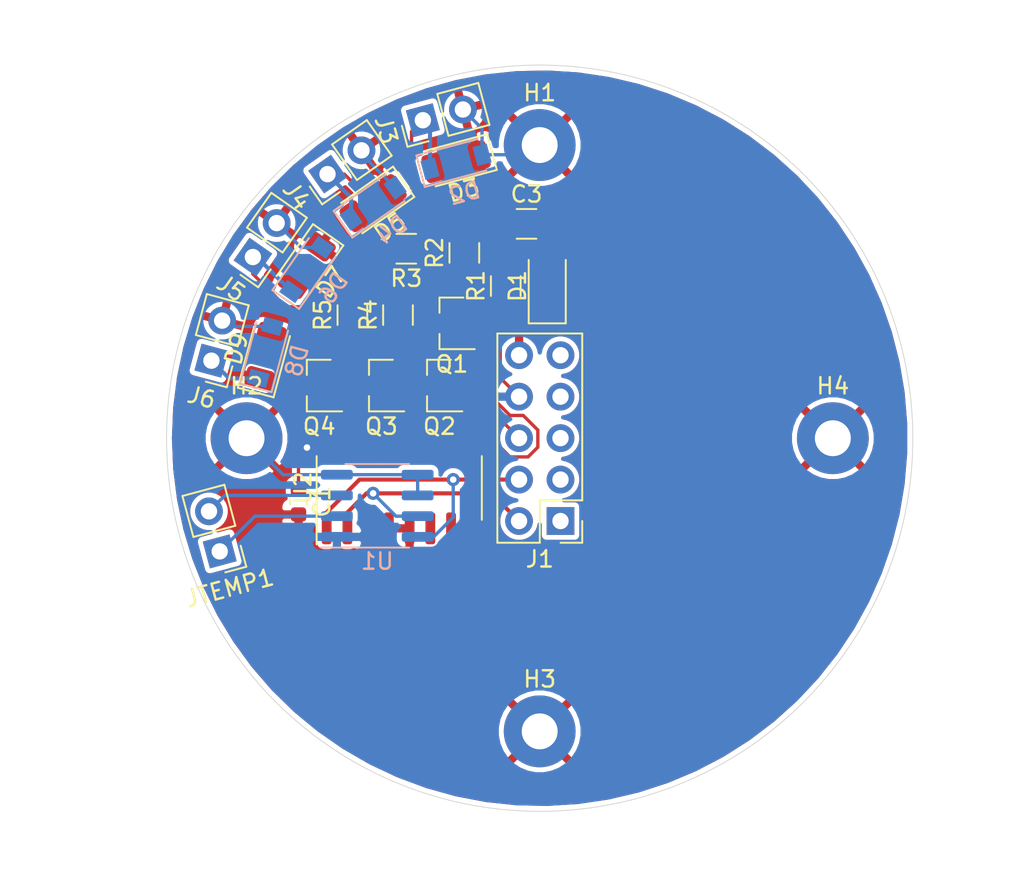
<source format=kicad_pcb>
(kicad_pcb (version 20171130) (host pcbnew 5.1.6+dfsg1-1)

  (general
    (thickness 1.6)
    (drawings 1)
    (tracks 133)
    (zones 0)
    (modules 32)
    (nets 30)
  )

  (page A4)
  (layers
    (0 F.Cu signal)
    (31 B.Cu signal)
    (32 B.Adhes user)
    (33 F.Adhes user)
    (34 B.Paste user)
    (35 F.Paste user)
    (36 B.SilkS user)
    (37 F.SilkS user)
    (38 B.Mask user)
    (39 F.Mask user)
    (40 Dwgs.User user)
    (41 Cmts.User user)
    (42 Eco1.User user)
    (43 Eco2.User user)
    (44 Edge.Cuts user)
    (45 Margin user)
    (46 B.CrtYd user)
    (47 F.CrtYd user)
    (48 B.Fab user)
    (49 F.Fab user)
  )

  (setup
    (last_trace_width 0.25)
    (user_trace_width 0.2032)
    (trace_clearance 0.2)
    (zone_clearance 0.3)
    (zone_45_only yes)
    (trace_min 0.2)
    (via_size 0.8)
    (via_drill 0.4)
    (via_min_size 0.4)
    (via_min_drill 0.3)
    (uvia_size 0.3)
    (uvia_drill 0.1)
    (uvias_allowed no)
    (uvia_min_size 0.2)
    (uvia_min_drill 0.1)
    (edge_width 0.05)
    (segment_width 0.2)
    (pcb_text_width 0.3)
    (pcb_text_size 1.5 1.5)
    (mod_edge_width 0.12)
    (mod_text_size 1 1)
    (mod_text_width 0.15)
    (pad_size 1.524 1.524)
    (pad_drill 0.762)
    (pad_to_mask_clearance 0.051)
    (solder_mask_min_width 0.25)
    (aux_axis_origin 0 0)
    (visible_elements FFFFFF7F)
    (pcbplotparams
      (layerselection 0x010fc_ffffffff)
      (usegerberextensions false)
      (usegerberattributes false)
      (usegerberadvancedattributes false)
      (creategerberjobfile false)
      (excludeedgelayer true)
      (linewidth 0.100000)
      (plotframeref false)
      (viasonmask false)
      (mode 1)
      (useauxorigin false)
      (hpglpennumber 1)
      (hpglpenspeed 20)
      (hpglpendiameter 15.000000)
      (psnegative false)
      (psa4output false)
      (plotreference true)
      (plotvalue true)
      (plotinvisibletext false)
      (padsonsilk false)
      (subtractmaskfromsilk false)
      (outputformat 1)
      (mirror false)
      (drillshape 1)
      (scaleselection 1)
      (outputdirectory ""))
  )

  (net 0 "")
  (net 1 "Net-(D1-Pad2)")
  (net 2 GND)
  (net 3 "Net-(D2-Pad1)")
  (net 4 "Net-(D3-Pad2)")
  (net 5 "Net-(D4-Pad1)")
  (net 6 "Net-(D5-Pad2)")
  (net 7 "Net-(D6-Pad1)")
  (net 8 "Net-(D7-Pad2)")
  (net 9 "Net-(D8-Pad1)")
  (net 10 "Net-(D9-Pad2)")
  (net 11 "Net-(J1-Pad9)")
  (net 12 +5V)
  (net 13 "Net-(J1-Pad7)")
  (net 14 +12V)
  (net 15 "Net-(J1-Pad5)")
  (net 16 scl)
  (net 17 "Net-(J1-Pad3)")
  (net 18 sda)
  (net 19 "Net-(J1-Pad1)")
  (net 20 /p0)
  (net 21 /p1)
  (net 22 /p2)
  (net 23 /p3)
  (net 24 /p7)
  (net 25 /p6)
  (net 26 /p5)
  (net 27 /p4)
  (net 28 "Net-(JTEMP1-Pad2)")
  (net 29 "Net-(JTEMP1-Pad1)")

  (net_class Default "This is the default net class."
    (clearance 0.2)
    (trace_width 0.25)
    (via_dia 0.8)
    (via_drill 0.4)
    (uvia_dia 0.3)
    (uvia_drill 0.1)
    (add_net +12V)
    (add_net +5V)
    (add_net /p0)
    (add_net /p1)
    (add_net /p2)
    (add_net /p3)
    (add_net /p4)
    (add_net /p5)
    (add_net /p6)
    (add_net /p7)
    (add_net GND)
    (add_net "Net-(D1-Pad2)")
    (add_net "Net-(D2-Pad1)")
    (add_net "Net-(D3-Pad2)")
    (add_net "Net-(D4-Pad1)")
    (add_net "Net-(D5-Pad2)")
    (add_net "Net-(D6-Pad1)")
    (add_net "Net-(D7-Pad2)")
    (add_net "Net-(D8-Pad1)")
    (add_net "Net-(D9-Pad2)")
    (add_net "Net-(J1-Pad1)")
    (add_net "Net-(J1-Pad3)")
    (add_net "Net-(J1-Pad5)")
    (add_net "Net-(J1-Pad7)")
    (add_net "Net-(J1-Pad9)")
    (add_net "Net-(JTEMP1-Pad1)")
    (add_net "Net-(JTEMP1-Pad2)")
    (add_net scl)
    (add_net sda)
  )

  (module Containment:MountingHole_2-56_ExtraClearance (layer F.Cu) (tedit 5F1E2793) (tstamp 5F1C1052)
    (at 157.96034 100)
    (descr "Mounting Hole 2.2mm, M2")
    (tags "mounting hole 2.2mm m2")
    (path /5F2570BF)
    (attr virtual)
    (fp_text reference H4 (at 0 -3.2) (layer F.SilkS)
      (effects (font (size 1 1) (thickness 0.15)))
    )
    (fp_text value MountingHole_Pad (at 0 3.2) (layer F.Fab)
      (effects (font (size 1 1) (thickness 0.15)))
    )
    (fp_text user %R (at 0.3 0) (layer F.Fab)
      (effects (font (size 1 1) (thickness 0.15)))
    )
    (fp_circle (center 0 0) (end 2.2 0) (layer Cmts.User) (width 0.15))
    (fp_circle (center 0 0) (end 3 0) (layer F.CrtYd) (width 0.05))
    (pad 1 thru_hole circle (at 0 0) (size 4.4 4.4) (drill 2.2) (layers *.Cu *.Mask)
      (net 2 GND))
  )

  (module Containment:MountingHole_2-56_ExtraClearance (layer F.Cu) (tedit 5F1E2793) (tstamp 5F1C104A)
    (at 140 117.96034)
    (descr "Mounting Hole 2.2mm, M2")
    (tags "mounting hole 2.2mm m2")
    (path /5F256EB1)
    (attr virtual)
    (fp_text reference H3 (at 0 -3.2) (layer F.SilkS)
      (effects (font (size 1 1) (thickness 0.15)))
    )
    (fp_text value MountingHole_Pad (at 0 3.2) (layer F.Fab)
      (effects (font (size 1 1) (thickness 0.15)))
    )
    (fp_text user %R (at 0.3 0) (layer F.Fab)
      (effects (font (size 1 1) (thickness 0.15)))
    )
    (fp_circle (center 0 0) (end 2.2 0) (layer Cmts.User) (width 0.15))
    (fp_circle (center 0 0) (end 3 0) (layer F.CrtYd) (width 0.05))
    (pad 1 thru_hole circle (at 0 0) (size 4.4 4.4) (drill 2.2) (layers *.Cu *.Mask)
      (net 2 GND))
  )

  (module Containment:MountingHole_2-56_ExtraClearance (layer F.Cu) (tedit 5F1E2793) (tstamp 5F1C1042)
    (at 122.03966 100)
    (descr "Mounting Hole 2.2mm, M2")
    (tags "mounting hole 2.2mm m2")
    (path /5F256BED)
    (attr virtual)
    (fp_text reference H2 (at 0 -3.2) (layer F.SilkS)
      (effects (font (size 1 1) (thickness 0.15)))
    )
    (fp_text value MountingHole_Pad (at 0 3.2) (layer F.Fab)
      (effects (font (size 1 1) (thickness 0.15)))
    )
    (fp_text user %R (at 0.3 0) (layer F.Fab)
      (effects (font (size 1 1) (thickness 0.15)))
    )
    (fp_circle (center 0 0) (end 2.2 0) (layer Cmts.User) (width 0.15))
    (fp_circle (center 0 0) (end 3 0) (layer F.CrtYd) (width 0.05))
    (pad 1 thru_hole circle (at 0 0) (size 4.4 4.4) (drill 2.2) (layers *.Cu *.Mask)
      (net 2 GND))
  )

  (module Containment:MountingHole_2-56_ExtraClearance (layer F.Cu) (tedit 5F1E2793) (tstamp 5F1C103A)
    (at 140 82.03966)
    (descr "Mounting Hole 2.2mm, M2")
    (tags "mounting hole 2.2mm m2")
    (path /5F2568F6)
    (attr virtual)
    (fp_text reference H1 (at 0 -3.2) (layer F.SilkS)
      (effects (font (size 1 1) (thickness 0.15)))
    )
    (fp_text value MountingHole_Pad (at 0 3.2) (layer F.Fab)
      (effects (font (size 1 1) (thickness 0.15)))
    )
    (fp_text user %R (at 0.3 0) (layer F.Fab)
      (effects (font (size 1 1) (thickness 0.15)))
    )
    (fp_circle (center 0 0) (end 2.2 0) (layer Cmts.User) (width 0.15))
    (fp_circle (center 0 0) (end 3 0) (layer F.CrtYd) (width 0.05))
    (pad 1 thru_hole circle (at 0 0) (size 4.4 4.4) (drill 2.2) (layers *.Cu *.Mask)
      (net 2 GND))
  )

  (module Package_SO:SOIC-16_3.9x9.9mm_P1.27mm (layer F.Cu) (tedit 5D9F72B1) (tstamp 5F1E4CE3)
    (at 131.3942 103.0478 90)
    (descr "SOIC, 16 Pin (JEDEC MS-012AC, https://www.analog.com/media/en/package-pcb-resources/package/pkg_pdf/soic_narrow-r/r_16.pdf), generated with kicad-footprint-generator ipc_gullwing_generator.py")
    (tags "SOIC SO")
    (path /5F1EC8A2)
    (attr smd)
    (fp_text reference U2 (at 0 -5.9 90) (layer F.SilkS)
      (effects (font (size 1 1) (thickness 0.15)))
    )
    (fp_text value PCA9557 (at 0 5.9 90) (layer F.Fab)
      (effects (font (size 1 1) (thickness 0.15)))
    )
    (fp_line (start 0 5.06) (end 1.95 5.06) (layer F.SilkS) (width 0.12))
    (fp_line (start 0 5.06) (end -1.95 5.06) (layer F.SilkS) (width 0.12))
    (fp_line (start 0 -5.06) (end 1.95 -5.06) (layer F.SilkS) (width 0.12))
    (fp_line (start 0 -5.06) (end -3.45 -5.06) (layer F.SilkS) (width 0.12))
    (fp_line (start -0.975 -4.95) (end 1.95 -4.95) (layer F.Fab) (width 0.1))
    (fp_line (start 1.95 -4.95) (end 1.95 4.95) (layer F.Fab) (width 0.1))
    (fp_line (start 1.95 4.95) (end -1.95 4.95) (layer F.Fab) (width 0.1))
    (fp_line (start -1.95 4.95) (end -1.95 -3.975) (layer F.Fab) (width 0.1))
    (fp_line (start -1.95 -3.975) (end -0.975 -4.95) (layer F.Fab) (width 0.1))
    (fp_line (start -3.7 -5.2) (end -3.7 5.2) (layer F.CrtYd) (width 0.05))
    (fp_line (start -3.7 5.2) (end 3.7 5.2) (layer F.CrtYd) (width 0.05))
    (fp_line (start 3.7 5.2) (end 3.7 -5.2) (layer F.CrtYd) (width 0.05))
    (fp_line (start 3.7 -5.2) (end -3.7 -5.2) (layer F.CrtYd) (width 0.05))
    (fp_text user %R (at 0 0 90) (layer F.Fab)
      (effects (font (size 0.98 0.98) (thickness 0.15)))
    )
    (pad 16 smd roundrect (at 2.475 -4.445 90) (size 1.95 0.6) (layers F.Cu F.Paste F.Mask) (roundrect_rratio 0.25)
      (net 12 +5V))
    (pad 15 smd roundrect (at 2.475 -3.175 90) (size 1.95 0.6) (layers F.Cu F.Paste F.Mask) (roundrect_rratio 0.25)
      (net 12 +5V))
    (pad 14 smd roundrect (at 2.475 -1.905 90) (size 1.95 0.6) (layers F.Cu F.Paste F.Mask) (roundrect_rratio 0.25)
      (net 24 /p7))
    (pad 13 smd roundrect (at 2.475 -0.635 90) (size 1.95 0.6) (layers F.Cu F.Paste F.Mask) (roundrect_rratio 0.25)
      (net 25 /p6))
    (pad 12 smd roundrect (at 2.475 0.635 90) (size 1.95 0.6) (layers F.Cu F.Paste F.Mask) (roundrect_rratio 0.25)
      (net 26 /p5))
    (pad 11 smd roundrect (at 2.475 1.905 90) (size 1.95 0.6) (layers F.Cu F.Paste F.Mask) (roundrect_rratio 0.25)
      (net 27 /p4))
    (pad 10 smd roundrect (at 2.475 3.175 90) (size 1.95 0.6) (layers F.Cu F.Paste F.Mask) (roundrect_rratio 0.25)
      (net 23 /p3))
    (pad 9 smd roundrect (at 2.475 4.445 90) (size 1.95 0.6) (layers F.Cu F.Paste F.Mask) (roundrect_rratio 0.25)
      (net 22 /p2))
    (pad 8 smd roundrect (at -2.475 4.445 90) (size 1.95 0.6) (layers F.Cu F.Paste F.Mask) (roundrect_rratio 0.25)
      (net 2 GND))
    (pad 7 smd roundrect (at -2.475 3.175 90) (size 1.95 0.6) (layers F.Cu F.Paste F.Mask) (roundrect_rratio 0.25)
      (net 21 /p1))
    (pad 6 smd roundrect (at -2.475 1.905 90) (size 1.95 0.6) (layers F.Cu F.Paste F.Mask) (roundrect_rratio 0.25)
      (net 20 /p0))
    (pad 5 smd roundrect (at -2.475 0.635 90) (size 1.95 0.6) (layers F.Cu F.Paste F.Mask) (roundrect_rratio 0.25)
      (net 2 GND))
    (pad 4 smd roundrect (at -2.475 -0.635 90) (size 1.95 0.6) (layers F.Cu F.Paste F.Mask) (roundrect_rratio 0.25)
      (net 2 GND))
    (pad 3 smd roundrect (at -2.475 -1.905 90) (size 1.95 0.6) (layers F.Cu F.Paste F.Mask) (roundrect_rratio 0.25)
      (net 2 GND))
    (pad 2 smd roundrect (at -2.475 -3.175 90) (size 1.95 0.6) (layers F.Cu F.Paste F.Mask) (roundrect_rratio 0.25)
      (net 18 sda))
    (pad 1 smd roundrect (at -2.475 -4.445 90) (size 1.95 0.6) (layers F.Cu F.Paste F.Mask) (roundrect_rratio 0.25)
      (net 16 scl))
    (model ${KISYS3DMOD}/Package_SO.3dshapes/SOIC-16_3.9x9.9mm_P1.27mm.wrl
      (at (xyz 0 0 0))
      (scale (xyz 1 1 1))
      (rotate (xyz 0 0 0))
    )
  )

  (module Capacitor_SMD:C_1206_3216Metric (layer F.Cu) (tedit 5B301BBE) (tstamp 5F1C1CFB)
    (at 139.192 86.868)
    (descr "Capacitor SMD 1206 (3216 Metric), square (rectangular) end terminal, IPC_7351 nominal, (Body size source: http://www.tortai-tech.com/upload/download/2011102023233369053.pdf), generated with kicad-footprint-generator")
    (tags capacitor)
    (path /5F2920A6)
    (attr smd)
    (fp_text reference C3 (at 0 -1.82) (layer F.SilkS)
      (effects (font (size 1 1) (thickness 0.15)))
    )
    (fp_text value 10uF (at 0 1.82) (layer F.Fab)
      (effects (font (size 1 1) (thickness 0.15)))
    )
    (fp_line (start 2.28 1.12) (end -2.28 1.12) (layer F.CrtYd) (width 0.05))
    (fp_line (start 2.28 -1.12) (end 2.28 1.12) (layer F.CrtYd) (width 0.05))
    (fp_line (start -2.28 -1.12) (end 2.28 -1.12) (layer F.CrtYd) (width 0.05))
    (fp_line (start -2.28 1.12) (end -2.28 -1.12) (layer F.CrtYd) (width 0.05))
    (fp_line (start -0.602064 0.91) (end 0.602064 0.91) (layer F.SilkS) (width 0.12))
    (fp_line (start -0.602064 -0.91) (end 0.602064 -0.91) (layer F.SilkS) (width 0.12))
    (fp_line (start 1.6 0.8) (end -1.6 0.8) (layer F.Fab) (width 0.1))
    (fp_line (start 1.6 -0.8) (end 1.6 0.8) (layer F.Fab) (width 0.1))
    (fp_line (start -1.6 -0.8) (end 1.6 -0.8) (layer F.Fab) (width 0.1))
    (fp_line (start -1.6 0.8) (end -1.6 -0.8) (layer F.Fab) (width 0.1))
    (fp_text user %R (at 0 0) (layer F.Fab)
      (effects (font (size 0.8 0.8) (thickness 0.12)))
    )
    (pad 2 smd roundrect (at 1.4 0) (size 1.25 1.75) (layers F.Cu F.Paste F.Mask) (roundrect_rratio 0.2)
      (net 2 GND))
    (pad 1 smd roundrect (at -1.4 0) (size 1.25 1.75) (layers F.Cu F.Paste F.Mask) (roundrect_rratio 0.2)
      (net 12 +5V))
    (model ${KISYS3DMOD}/Capacitor_SMD.3dshapes/C_1206_3216Metric.wrl
      (at (xyz 0 0 0))
      (scale (xyz 1 1 1))
      (rotate (xyz 0 0 0))
    )
  )

  (module Capacitor_SMD:C_0603_1608Metric (layer F.Cu) (tedit 5B301BBE) (tstamp 5F1E88D0)
    (at 125.222 103.886 270)
    (descr "Capacitor SMD 0603 (1608 Metric), square (rectangular) end terminal, IPC_7351 nominal, (Body size source: http://www.tortai-tech.com/upload/download/2011102023233369053.pdf), generated with kicad-footprint-generator")
    (tags capacitor)
    (path /5F28E14F)
    (attr smd)
    (fp_text reference C1 (at 0 -1.43 90) (layer F.SilkS)
      (effects (font (size 1 1) (thickness 0.15)))
    )
    (fp_text value .1uF (at 0 1.43 90) (layer F.Fab)
      (effects (font (size 1 1) (thickness 0.15)))
    )
    (fp_line (start -0.8 0.4) (end -0.8 -0.4) (layer F.Fab) (width 0.1))
    (fp_line (start -0.8 -0.4) (end 0.8 -0.4) (layer F.Fab) (width 0.1))
    (fp_line (start 0.8 -0.4) (end 0.8 0.4) (layer F.Fab) (width 0.1))
    (fp_line (start 0.8 0.4) (end -0.8 0.4) (layer F.Fab) (width 0.1))
    (fp_line (start -0.162779 -0.51) (end 0.162779 -0.51) (layer F.SilkS) (width 0.12))
    (fp_line (start -0.162779 0.51) (end 0.162779 0.51) (layer F.SilkS) (width 0.12))
    (fp_line (start -1.48 0.73) (end -1.48 -0.73) (layer F.CrtYd) (width 0.05))
    (fp_line (start -1.48 -0.73) (end 1.48 -0.73) (layer F.CrtYd) (width 0.05))
    (fp_line (start 1.48 -0.73) (end 1.48 0.73) (layer F.CrtYd) (width 0.05))
    (fp_line (start 1.48 0.73) (end -1.48 0.73) (layer F.CrtYd) (width 0.05))
    (fp_text user %R (at 0 0 90) (layer F.Fab)
      (effects (font (size 0.4 0.4) (thickness 0.06)))
    )
    (pad 1 smd roundrect (at -0.7875 0 270) (size 0.875 0.95) (layers F.Cu F.Paste F.Mask) (roundrect_rratio 0.25)
      (net 12 +5V))
    (pad 2 smd roundrect (at 0.7875 0 270) (size 0.875 0.95) (layers F.Cu F.Paste F.Mask) (roundrect_rratio 0.25)
      (net 2 GND))
    (model ${KISYS3DMOD}/Capacitor_SMD.3dshapes/C_0603_1608Metric.wrl
      (at (xyz 0 0 0))
      (scale (xyz 1 1 1))
      (rotate (xyz 0 0 0))
    )
  )

  (module Package_SO:SOIC-8_3.9x4.9mm_P1.27mm (layer B.Cu) (tedit 5D9F72B1) (tstamp 5F1C1213)
    (at 130.048 104.14)
    (descr "SOIC, 8 Pin (JEDEC MS-012AA, https://www.analog.com/media/en/package-pcb-resources/package/pkg_pdf/soic_narrow-r/r_8.pdf), generated with kicad-footprint-generator ipc_gullwing_generator.py")
    (tags "SOIC SO")
    (path /5F07FD27)
    (attr smd)
    (fp_text reference U1 (at 0 3.4 180) (layer B.SilkS)
      (effects (font (size 1 1) (thickness 0.15)) (justify mirror))
    )
    (fp_text value TMP411 (at 0 -3.4 180) (layer B.Fab)
      (effects (font (size 1 1) (thickness 0.15)) (justify mirror))
    )
    (fp_line (start 3.7 2.7) (end -3.7 2.7) (layer B.CrtYd) (width 0.05))
    (fp_line (start 3.7 -2.7) (end 3.7 2.7) (layer B.CrtYd) (width 0.05))
    (fp_line (start -3.7 -2.7) (end 3.7 -2.7) (layer B.CrtYd) (width 0.05))
    (fp_line (start -3.7 2.7) (end -3.7 -2.7) (layer B.CrtYd) (width 0.05))
    (fp_line (start -1.95 1.475) (end -0.975 2.45) (layer B.Fab) (width 0.1))
    (fp_line (start -1.95 -2.45) (end -1.95 1.475) (layer B.Fab) (width 0.1))
    (fp_line (start 1.95 -2.45) (end -1.95 -2.45) (layer B.Fab) (width 0.1))
    (fp_line (start 1.95 2.45) (end 1.95 -2.45) (layer B.Fab) (width 0.1))
    (fp_line (start -0.975 2.45) (end 1.95 2.45) (layer B.Fab) (width 0.1))
    (fp_line (start 0 2.56) (end -3.45 2.56) (layer B.SilkS) (width 0.12))
    (fp_line (start 0 2.56) (end 1.95 2.56) (layer B.SilkS) (width 0.12))
    (fp_line (start 0 -2.56) (end -1.95 -2.56) (layer B.SilkS) (width 0.12))
    (fp_line (start 0 -2.56) (end 1.95 -2.56) (layer B.SilkS) (width 0.12))
    (fp_text user %R (at 0 0 180) (layer B.Fab)
      (effects (font (size 0.98 0.98) (thickness 0.15)) (justify mirror))
    )
    (pad 8 smd roundrect (at 2.475 1.905) (size 1.95 0.6) (layers B.Cu B.Paste B.Mask) (roundrect_rratio 0.25)
      (net 16 scl))
    (pad 7 smd roundrect (at 2.475 0.635) (size 1.95 0.6) (layers B.Cu B.Paste B.Mask) (roundrect_rratio 0.25)
      (net 18 sda))
    (pad 6 smd roundrect (at 2.475 -0.635) (size 1.95 0.6) (layers B.Cu B.Paste B.Mask) (roundrect_rratio 0.25)
      (net 2 GND))
    (pad 5 smd roundrect (at 2.475 -1.905) (size 1.95 0.6) (layers B.Cu B.Paste B.Mask) (roundrect_rratio 0.25)
      (net 2 GND))
    (pad 4 smd roundrect (at -2.475 -1.905) (size 1.95 0.6) (layers B.Cu B.Paste B.Mask) (roundrect_rratio 0.25)
      (net 2 GND))
    (pad 3 smd roundrect (at -2.475 -0.635) (size 1.95 0.6) (layers B.Cu B.Paste B.Mask) (roundrect_rratio 0.25)
      (net 28 "Net-(JTEMP1-Pad2)"))
    (pad 2 smd roundrect (at -2.475 0.635) (size 1.95 0.6) (layers B.Cu B.Paste B.Mask) (roundrect_rratio 0.25)
      (net 29 "Net-(JTEMP1-Pad1)"))
    (pad 1 smd roundrect (at -2.475 1.905) (size 1.95 0.6) (layers B.Cu B.Paste B.Mask) (roundrect_rratio 0.25)
      (net 12 +5V))
    (model ${KISYS3DMOD}/Package_SO.3dshapes/SOIC-8_3.9x4.9mm_P1.27mm.wrl
      (at (xyz 0 0 0))
      (scale (xyz 1 1 1))
      (rotate (xyz 0 0 0))
    )
  )

  (module Resistor_SMD:R_1206_3216Metric (layer F.Cu) (tedit 5B301BBD) (tstamp 5F1C11F9)
    (at 128.524 92.456 90)
    (descr "Resistor SMD 1206 (3216 Metric), square (rectangular) end terminal, IPC_7351 nominal, (Body size source: http://www.tortai-tech.com/upload/download/2011102023233369053.pdf), generated with kicad-footprint-generator")
    (tags resistor)
    (path /5F26C712)
    (attr smd)
    (fp_text reference R5 (at 0 -1.82 90) (layer F.SilkS)
      (effects (font (size 1 1) (thickness 0.15)))
    )
    (fp_text value 1k (at 0 1.82 90) (layer F.Fab)
      (effects (font (size 1 1) (thickness 0.15)))
    )
    (fp_line (start 2.28 1.12) (end -2.28 1.12) (layer F.CrtYd) (width 0.05))
    (fp_line (start 2.28 -1.12) (end 2.28 1.12) (layer F.CrtYd) (width 0.05))
    (fp_line (start -2.28 -1.12) (end 2.28 -1.12) (layer F.CrtYd) (width 0.05))
    (fp_line (start -2.28 1.12) (end -2.28 -1.12) (layer F.CrtYd) (width 0.05))
    (fp_line (start -0.602064 0.91) (end 0.602064 0.91) (layer F.SilkS) (width 0.12))
    (fp_line (start -0.602064 -0.91) (end 0.602064 -0.91) (layer F.SilkS) (width 0.12))
    (fp_line (start 1.6 0.8) (end -1.6 0.8) (layer F.Fab) (width 0.1))
    (fp_line (start 1.6 -0.8) (end 1.6 0.8) (layer F.Fab) (width 0.1))
    (fp_line (start -1.6 -0.8) (end 1.6 -0.8) (layer F.Fab) (width 0.1))
    (fp_line (start -1.6 0.8) (end -1.6 -0.8) (layer F.Fab) (width 0.1))
    (fp_text user %R (at 0 0 90) (layer F.Fab)
      (effects (font (size 0.8 0.8) (thickness 0.12)))
    )
    (pad 2 smd roundrect (at 1.4 0 90) (size 1.25 1.75) (layers F.Cu F.Paste F.Mask) (roundrect_rratio 0.2)
      (net 10 "Net-(D9-Pad2)"))
    (pad 1 smd roundrect (at -1.4 0 90) (size 1.25 1.75) (layers F.Cu F.Paste F.Mask) (roundrect_rratio 0.2)
      (net 9 "Net-(D8-Pad1)"))
    (model ${KISYS3DMOD}/Resistor_SMD.3dshapes/R_1206_3216Metric.wrl
      (at (xyz 0 0 0))
      (scale (xyz 1 1 1))
      (rotate (xyz 0 0 0))
    )
  )

  (module Resistor_SMD:R_1206_3216Metric (layer F.Cu) (tedit 5B301BBD) (tstamp 5F1C11E8)
    (at 131.318 92.456 90)
    (descr "Resistor SMD 1206 (3216 Metric), square (rectangular) end terminal, IPC_7351 nominal, (Body size source: http://www.tortai-tech.com/upload/download/2011102023233369053.pdf), generated with kicad-footprint-generator")
    (tags resistor)
    (path /5F2698AF)
    (attr smd)
    (fp_text reference R4 (at 0 -1.82 90) (layer F.SilkS)
      (effects (font (size 1 1) (thickness 0.15)))
    )
    (fp_text value 1k (at 0 1.82 90) (layer F.Fab)
      (effects (font (size 1 1) (thickness 0.15)))
    )
    (fp_line (start 2.28 1.12) (end -2.28 1.12) (layer F.CrtYd) (width 0.05))
    (fp_line (start 2.28 -1.12) (end 2.28 1.12) (layer F.CrtYd) (width 0.05))
    (fp_line (start -2.28 -1.12) (end 2.28 -1.12) (layer F.CrtYd) (width 0.05))
    (fp_line (start -2.28 1.12) (end -2.28 -1.12) (layer F.CrtYd) (width 0.05))
    (fp_line (start -0.602064 0.91) (end 0.602064 0.91) (layer F.SilkS) (width 0.12))
    (fp_line (start -0.602064 -0.91) (end 0.602064 -0.91) (layer F.SilkS) (width 0.12))
    (fp_line (start 1.6 0.8) (end -1.6 0.8) (layer F.Fab) (width 0.1))
    (fp_line (start 1.6 -0.8) (end 1.6 0.8) (layer F.Fab) (width 0.1))
    (fp_line (start -1.6 -0.8) (end 1.6 -0.8) (layer F.Fab) (width 0.1))
    (fp_line (start -1.6 0.8) (end -1.6 -0.8) (layer F.Fab) (width 0.1))
    (fp_text user %R (at 0 0 90) (layer F.Fab)
      (effects (font (size 0.8 0.8) (thickness 0.12)))
    )
    (pad 2 smd roundrect (at 1.4 0 90) (size 1.25 1.75) (layers F.Cu F.Paste F.Mask) (roundrect_rratio 0.2)
      (net 8 "Net-(D7-Pad2)"))
    (pad 1 smd roundrect (at -1.4 0 90) (size 1.25 1.75) (layers F.Cu F.Paste F.Mask) (roundrect_rratio 0.2)
      (net 7 "Net-(D6-Pad1)"))
    (model ${KISYS3DMOD}/Resistor_SMD.3dshapes/R_1206_3216Metric.wrl
      (at (xyz 0 0 0))
      (scale (xyz 1 1 1))
      (rotate (xyz 0 0 0))
    )
  )

  (module Resistor_SMD:R_1206_3216Metric (layer F.Cu) (tedit 5B301BBD) (tstamp 5F1E75CD)
    (at 131.826 88.392 180)
    (descr "Resistor SMD 1206 (3216 Metric), square (rectangular) end terminal, IPC_7351 nominal, (Body size source: http://www.tortai-tech.com/upload/download/2011102023233369053.pdf), generated with kicad-footprint-generator")
    (tags resistor)
    (path /5F266262)
    (attr smd)
    (fp_text reference R3 (at 0 -1.82) (layer F.SilkS)
      (effects (font (size 1 1) (thickness 0.15)))
    )
    (fp_text value 1k (at 0 1.82) (layer F.Fab)
      (effects (font (size 1 1) (thickness 0.15)))
    )
    (fp_line (start 2.28 1.12) (end -2.28 1.12) (layer F.CrtYd) (width 0.05))
    (fp_line (start 2.28 -1.12) (end 2.28 1.12) (layer F.CrtYd) (width 0.05))
    (fp_line (start -2.28 -1.12) (end 2.28 -1.12) (layer F.CrtYd) (width 0.05))
    (fp_line (start -2.28 1.12) (end -2.28 -1.12) (layer F.CrtYd) (width 0.05))
    (fp_line (start -0.602064 0.91) (end 0.602064 0.91) (layer F.SilkS) (width 0.12))
    (fp_line (start -0.602064 -0.91) (end 0.602064 -0.91) (layer F.SilkS) (width 0.12))
    (fp_line (start 1.6 0.8) (end -1.6 0.8) (layer F.Fab) (width 0.1))
    (fp_line (start 1.6 -0.8) (end 1.6 0.8) (layer F.Fab) (width 0.1))
    (fp_line (start -1.6 -0.8) (end 1.6 -0.8) (layer F.Fab) (width 0.1))
    (fp_line (start -1.6 0.8) (end -1.6 -0.8) (layer F.Fab) (width 0.1))
    (fp_text user %R (at 0 0) (layer F.Fab)
      (effects (font (size 0.8 0.8) (thickness 0.12)))
    )
    (pad 2 smd roundrect (at 1.4 0 180) (size 1.25 1.75) (layers F.Cu F.Paste F.Mask) (roundrect_rratio 0.2)
      (net 6 "Net-(D5-Pad2)"))
    (pad 1 smd roundrect (at -1.4 0 180) (size 1.25 1.75) (layers F.Cu F.Paste F.Mask) (roundrect_rratio 0.2)
      (net 5 "Net-(D4-Pad1)"))
    (model ${KISYS3DMOD}/Resistor_SMD.3dshapes/R_1206_3216Metric.wrl
      (at (xyz 0 0 0))
      (scale (xyz 1 1 1))
      (rotate (xyz 0 0 0))
    )
  )

  (module Resistor_SMD:R_1206_3216Metric (layer F.Cu) (tedit 5B301BBD) (tstamp 5F1C4C92)
    (at 135.382 88.646 90)
    (descr "Resistor SMD 1206 (3216 Metric), square (rectangular) end terminal, IPC_7351 nominal, (Body size source: http://www.tortai-tech.com/upload/download/2011102023233369053.pdf), generated with kicad-footprint-generator")
    (tags resistor)
    (path /5EF80CF0)
    (attr smd)
    (fp_text reference R2 (at 0 -1.82 90) (layer F.SilkS)
      (effects (font (size 1 1) (thickness 0.15)))
    )
    (fp_text value 1k (at 0 1.82 90) (layer F.Fab)
      (effects (font (size 1 1) (thickness 0.15)))
    )
    (fp_line (start 2.28 1.12) (end -2.28 1.12) (layer F.CrtYd) (width 0.05))
    (fp_line (start 2.28 -1.12) (end 2.28 1.12) (layer F.CrtYd) (width 0.05))
    (fp_line (start -2.28 -1.12) (end 2.28 -1.12) (layer F.CrtYd) (width 0.05))
    (fp_line (start -2.28 1.12) (end -2.28 -1.12) (layer F.CrtYd) (width 0.05))
    (fp_line (start -0.602064 0.91) (end 0.602064 0.91) (layer F.SilkS) (width 0.12))
    (fp_line (start -0.602064 -0.91) (end 0.602064 -0.91) (layer F.SilkS) (width 0.12))
    (fp_line (start 1.6 0.8) (end -1.6 0.8) (layer F.Fab) (width 0.1))
    (fp_line (start 1.6 -0.8) (end 1.6 0.8) (layer F.Fab) (width 0.1))
    (fp_line (start -1.6 -0.8) (end 1.6 -0.8) (layer F.Fab) (width 0.1))
    (fp_line (start -1.6 0.8) (end -1.6 -0.8) (layer F.Fab) (width 0.1))
    (fp_text user %R (at 0 0 90) (layer F.Fab)
      (effects (font (size 0.8 0.8) (thickness 0.12)))
    )
    (pad 2 smd roundrect (at 1.4 0 90) (size 1.25 1.75) (layers F.Cu F.Paste F.Mask) (roundrect_rratio 0.2)
      (net 4 "Net-(D3-Pad2)"))
    (pad 1 smd roundrect (at -1.4 0 90) (size 1.25 1.75) (layers F.Cu F.Paste F.Mask) (roundrect_rratio 0.2)
      (net 3 "Net-(D2-Pad1)"))
    (model ${KISYS3DMOD}/Resistor_SMD.3dshapes/R_1206_3216Metric.wrl
      (at (xyz 0 0 0))
      (scale (xyz 1 1 1))
      (rotate (xyz 0 0 0))
    )
  )

  (module Resistor_SMD:R_1206_3216Metric (layer F.Cu) (tedit 5B301BBD) (tstamp 5F1C11B5)
    (at 137.922 90.678 90)
    (descr "Resistor SMD 1206 (3216 Metric), square (rectangular) end terminal, IPC_7351 nominal, (Body size source: http://www.tortai-tech.com/upload/download/2011102023233369053.pdf), generated with kicad-footprint-generator")
    (tags resistor)
    (path /5EF6972D)
    (attr smd)
    (fp_text reference R1 (at 0 -1.82 90) (layer F.SilkS)
      (effects (font (size 1 1) (thickness 0.15)))
    )
    (fp_text value 1k (at 0 1.82 90) (layer F.Fab)
      (effects (font (size 1 1) (thickness 0.15)))
    )
    (fp_line (start 2.28 1.12) (end -2.28 1.12) (layer F.CrtYd) (width 0.05))
    (fp_line (start 2.28 -1.12) (end 2.28 1.12) (layer F.CrtYd) (width 0.05))
    (fp_line (start -2.28 -1.12) (end 2.28 -1.12) (layer F.CrtYd) (width 0.05))
    (fp_line (start -2.28 1.12) (end -2.28 -1.12) (layer F.CrtYd) (width 0.05))
    (fp_line (start -0.602064 0.91) (end 0.602064 0.91) (layer F.SilkS) (width 0.12))
    (fp_line (start -0.602064 -0.91) (end 0.602064 -0.91) (layer F.SilkS) (width 0.12))
    (fp_line (start 1.6 0.8) (end -1.6 0.8) (layer F.Fab) (width 0.1))
    (fp_line (start 1.6 -0.8) (end 1.6 0.8) (layer F.Fab) (width 0.1))
    (fp_line (start -1.6 -0.8) (end 1.6 -0.8) (layer F.Fab) (width 0.1))
    (fp_line (start -1.6 0.8) (end -1.6 -0.8) (layer F.Fab) (width 0.1))
    (fp_text user %R (at 0 0 90) (layer F.Fab)
      (effects (font (size 0.8 0.8) (thickness 0.12)))
    )
    (pad 2 smd roundrect (at 1.4 0 90) (size 1.25 1.75) (layers F.Cu F.Paste F.Mask) (roundrect_rratio 0.2)
      (net 1 "Net-(D1-Pad2)"))
    (pad 1 smd roundrect (at -1.4 0 90) (size 1.25 1.75) (layers F.Cu F.Paste F.Mask) (roundrect_rratio 0.2)
      (net 12 +5V))
    (model ${KISYS3DMOD}/Resistor_SMD.3dshapes/R_1206_3216Metric.wrl
      (at (xyz 0 0 0))
      (scale (xyz 1 1 1))
      (rotate (xyz 0 0 0))
    )
  )

  (module Package_TO_SOT_SMD:SOT-23 (layer F.Cu) (tedit 5A02FF57) (tstamp 5F1C11A4)
    (at 126.492 96.774 180)
    (descr "SOT-23, Standard")
    (tags SOT-23)
    (path /5F26C6EC)
    (attr smd)
    (fp_text reference Q4 (at 0 -2.5) (layer F.SilkS)
      (effects (font (size 1 1) (thickness 0.15)))
    )
    (fp_text value BSS84 (at 0 2.5) (layer F.Fab)
      (effects (font (size 1 1) (thickness 0.15)))
    )
    (fp_line (start 0.76 1.58) (end -0.7 1.58) (layer F.SilkS) (width 0.12))
    (fp_line (start 0.76 -1.58) (end -1.4 -1.58) (layer F.SilkS) (width 0.12))
    (fp_line (start -1.7 1.75) (end -1.7 -1.75) (layer F.CrtYd) (width 0.05))
    (fp_line (start 1.7 1.75) (end -1.7 1.75) (layer F.CrtYd) (width 0.05))
    (fp_line (start 1.7 -1.75) (end 1.7 1.75) (layer F.CrtYd) (width 0.05))
    (fp_line (start -1.7 -1.75) (end 1.7 -1.75) (layer F.CrtYd) (width 0.05))
    (fp_line (start 0.76 -1.58) (end 0.76 -0.65) (layer F.SilkS) (width 0.12))
    (fp_line (start 0.76 1.58) (end 0.76 0.65) (layer F.SilkS) (width 0.12))
    (fp_line (start -0.7 1.52) (end 0.7 1.52) (layer F.Fab) (width 0.1))
    (fp_line (start 0.7 -1.52) (end 0.7 1.52) (layer F.Fab) (width 0.1))
    (fp_line (start -0.7 -0.95) (end -0.15 -1.52) (layer F.Fab) (width 0.1))
    (fp_line (start -0.15 -1.52) (end 0.7 -1.52) (layer F.Fab) (width 0.1))
    (fp_line (start -0.7 -0.95) (end -0.7 1.5) (layer F.Fab) (width 0.1))
    (fp_text user %R (at 0 0 90) (layer F.Fab)
      (effects (font (size 0.5 0.5) (thickness 0.075)))
    )
    (pad 3 smd rect (at 1 0 180) (size 0.9 0.8) (layers F.Cu F.Paste F.Mask)
      (net 9 "Net-(D8-Pad1)"))
    (pad 2 smd rect (at -1 0.95 180) (size 0.9 0.8) (layers F.Cu F.Paste F.Mask)
      (net 14 +12V))
    (pad 1 smd rect (at -1 -0.95 180) (size 0.9 0.8) (layers F.Cu F.Paste F.Mask)
      (net 24 /p7))
    (model ${KISYS3DMOD}/Package_TO_SOT_SMD.3dshapes/SOT-23.wrl
      (at (xyz 0 0 0))
      (scale (xyz 1 1 1))
      (rotate (xyz 0 0 0))
    )
  )

  (module Package_TO_SOT_SMD:SOT-23 (layer F.Cu) (tedit 5A02FF57) (tstamp 5F1C118F)
    (at 130.302 96.774 180)
    (descr "SOT-23, Standard")
    (tags SOT-23)
    (path /5F269889)
    (attr smd)
    (fp_text reference Q3 (at 0 -2.5) (layer F.SilkS)
      (effects (font (size 1 1) (thickness 0.15)))
    )
    (fp_text value BSS84 (at 0 2.5) (layer F.Fab)
      (effects (font (size 1 1) (thickness 0.15)))
    )
    (fp_line (start 0.76 1.58) (end -0.7 1.58) (layer F.SilkS) (width 0.12))
    (fp_line (start 0.76 -1.58) (end -1.4 -1.58) (layer F.SilkS) (width 0.12))
    (fp_line (start -1.7 1.75) (end -1.7 -1.75) (layer F.CrtYd) (width 0.05))
    (fp_line (start 1.7 1.75) (end -1.7 1.75) (layer F.CrtYd) (width 0.05))
    (fp_line (start 1.7 -1.75) (end 1.7 1.75) (layer F.CrtYd) (width 0.05))
    (fp_line (start -1.7 -1.75) (end 1.7 -1.75) (layer F.CrtYd) (width 0.05))
    (fp_line (start 0.76 -1.58) (end 0.76 -0.65) (layer F.SilkS) (width 0.12))
    (fp_line (start 0.76 1.58) (end 0.76 0.65) (layer F.SilkS) (width 0.12))
    (fp_line (start -0.7 1.52) (end 0.7 1.52) (layer F.Fab) (width 0.1))
    (fp_line (start 0.7 -1.52) (end 0.7 1.52) (layer F.Fab) (width 0.1))
    (fp_line (start -0.7 -0.95) (end -0.15 -1.52) (layer F.Fab) (width 0.1))
    (fp_line (start -0.15 -1.52) (end 0.7 -1.52) (layer F.Fab) (width 0.1))
    (fp_line (start -0.7 -0.95) (end -0.7 1.5) (layer F.Fab) (width 0.1))
    (fp_text user %R (at 0 0 90) (layer F.Fab)
      (effects (font (size 0.5 0.5) (thickness 0.075)))
    )
    (pad 3 smd rect (at 1 0 180) (size 0.9 0.8) (layers F.Cu F.Paste F.Mask)
      (net 7 "Net-(D6-Pad1)"))
    (pad 2 smd rect (at -1 0.95 180) (size 0.9 0.8) (layers F.Cu F.Paste F.Mask)
      (net 14 +12V))
    (pad 1 smd rect (at -1 -0.95 180) (size 0.9 0.8) (layers F.Cu F.Paste F.Mask)
      (net 25 /p6))
    (model ${KISYS3DMOD}/Package_TO_SOT_SMD.3dshapes/SOT-23.wrl
      (at (xyz 0 0 0))
      (scale (xyz 1 1 1))
      (rotate (xyz 0 0 0))
    )
  )

  (module Package_TO_SOT_SMD:SOT-23 (layer F.Cu) (tedit 5A02FF57) (tstamp 5F1C117A)
    (at 133.858 96.774 180)
    (descr "SOT-23, Standard")
    (tags SOT-23)
    (path /5F26623C)
    (attr smd)
    (fp_text reference Q2 (at 0 -2.5) (layer F.SilkS)
      (effects (font (size 1 1) (thickness 0.15)))
    )
    (fp_text value BSS84 (at 0 2.5) (layer F.Fab)
      (effects (font (size 1 1) (thickness 0.15)))
    )
    (fp_line (start 0.76 1.58) (end -0.7 1.58) (layer F.SilkS) (width 0.12))
    (fp_line (start 0.76 -1.58) (end -1.4 -1.58) (layer F.SilkS) (width 0.12))
    (fp_line (start -1.7 1.75) (end -1.7 -1.75) (layer F.CrtYd) (width 0.05))
    (fp_line (start 1.7 1.75) (end -1.7 1.75) (layer F.CrtYd) (width 0.05))
    (fp_line (start 1.7 -1.75) (end 1.7 1.75) (layer F.CrtYd) (width 0.05))
    (fp_line (start -1.7 -1.75) (end 1.7 -1.75) (layer F.CrtYd) (width 0.05))
    (fp_line (start 0.76 -1.58) (end 0.76 -0.65) (layer F.SilkS) (width 0.12))
    (fp_line (start 0.76 1.58) (end 0.76 0.65) (layer F.SilkS) (width 0.12))
    (fp_line (start -0.7 1.52) (end 0.7 1.52) (layer F.Fab) (width 0.1))
    (fp_line (start 0.7 -1.52) (end 0.7 1.52) (layer F.Fab) (width 0.1))
    (fp_line (start -0.7 -0.95) (end -0.15 -1.52) (layer F.Fab) (width 0.1))
    (fp_line (start -0.15 -1.52) (end 0.7 -1.52) (layer F.Fab) (width 0.1))
    (fp_line (start -0.7 -0.95) (end -0.7 1.5) (layer F.Fab) (width 0.1))
    (fp_text user %R (at 0 0 90) (layer F.Fab)
      (effects (font (size 0.5 0.5) (thickness 0.075)))
    )
    (pad 3 smd rect (at 1 0 180) (size 0.9 0.8) (layers F.Cu F.Paste F.Mask)
      (net 5 "Net-(D4-Pad1)"))
    (pad 2 smd rect (at -1 0.95 180) (size 0.9 0.8) (layers F.Cu F.Paste F.Mask)
      (net 12 +5V))
    (pad 1 smd rect (at -1 -0.95 180) (size 0.9 0.8) (layers F.Cu F.Paste F.Mask)
      (net 26 /p5))
    (model ${KISYS3DMOD}/Package_TO_SOT_SMD.3dshapes/SOT-23.wrl
      (at (xyz 0 0 0))
      (scale (xyz 1 1 1))
      (rotate (xyz 0 0 0))
    )
  )

  (module Package_TO_SOT_SMD:SOT-23 (layer F.Cu) (tedit 5A02FF57) (tstamp 5F1C1165)
    (at 134.62 92.964 180)
    (descr "SOT-23, Standard")
    (tags SOT-23)
    (path /5EF6363E)
    (attr smd)
    (fp_text reference Q1 (at 0 -2.5) (layer F.SilkS)
      (effects (font (size 1 1) (thickness 0.15)))
    )
    (fp_text value BSS84 (at 0 2.5) (layer F.Fab)
      (effects (font (size 1 1) (thickness 0.15)))
    )
    (fp_line (start 0.76 1.58) (end -0.7 1.58) (layer F.SilkS) (width 0.12))
    (fp_line (start 0.76 -1.58) (end -1.4 -1.58) (layer F.SilkS) (width 0.12))
    (fp_line (start -1.7 1.75) (end -1.7 -1.75) (layer F.CrtYd) (width 0.05))
    (fp_line (start 1.7 1.75) (end -1.7 1.75) (layer F.CrtYd) (width 0.05))
    (fp_line (start 1.7 -1.75) (end 1.7 1.75) (layer F.CrtYd) (width 0.05))
    (fp_line (start -1.7 -1.75) (end 1.7 -1.75) (layer F.CrtYd) (width 0.05))
    (fp_line (start 0.76 -1.58) (end 0.76 -0.65) (layer F.SilkS) (width 0.12))
    (fp_line (start 0.76 1.58) (end 0.76 0.65) (layer F.SilkS) (width 0.12))
    (fp_line (start -0.7 1.52) (end 0.7 1.52) (layer F.Fab) (width 0.1))
    (fp_line (start 0.7 -1.52) (end 0.7 1.52) (layer F.Fab) (width 0.1))
    (fp_line (start -0.7 -0.95) (end -0.15 -1.52) (layer F.Fab) (width 0.1))
    (fp_line (start -0.15 -1.52) (end 0.7 -1.52) (layer F.Fab) (width 0.1))
    (fp_line (start -0.7 -0.95) (end -0.7 1.5) (layer F.Fab) (width 0.1))
    (fp_text user %R (at 0 0 90) (layer F.Fab)
      (effects (font (size 0.5 0.5) (thickness 0.075)))
    )
    (pad 3 smd rect (at 1 0 180) (size 0.9 0.8) (layers F.Cu F.Paste F.Mask)
      (net 3 "Net-(D2-Pad1)"))
    (pad 2 smd rect (at -1 0.95 180) (size 0.9 0.8) (layers F.Cu F.Paste F.Mask)
      (net 12 +5V))
    (pad 1 smd rect (at -1 -0.95 180) (size 0.9 0.8) (layers F.Cu F.Paste F.Mask)
      (net 27 /p4))
    (model ${KISYS3DMOD}/Package_TO_SOT_SMD.3dshapes/SOT-23.wrl
      (at (xyz 0 0 0))
      (scale (xyz 1 1 1))
      (rotate (xyz 0 0 0))
    )
  )

  (module Connector_PinHeader_2.54mm:PinHeader_1x02_P2.54mm_Vertical (layer F.Cu) (tedit 59FED5CC) (tstamp 5F1C10E0)
    (at 119.888 95.25 165)
    (descr "Through hole straight pin header, 1x02, 2.54mm pitch, single row")
    (tags "Through hole pin header THT 1x02 2.54mm single row")
    (path /5F26C725)
    (fp_text reference J6 (at 0 -2.33 165) (layer F.SilkS)
      (effects (font (size 1 1) (thickness 0.15)))
    )
    (fp_text value Conn_01x02 (at 0 4.87 165) (layer F.Fab)
      (effects (font (size 1 1) (thickness 0.15)))
    )
    (fp_line (start 1.8 -1.8) (end -1.8 -1.8) (layer F.CrtYd) (width 0.05))
    (fp_line (start 1.8 4.35) (end 1.8 -1.8) (layer F.CrtYd) (width 0.05))
    (fp_line (start -1.8 4.35) (end 1.8 4.35) (layer F.CrtYd) (width 0.05))
    (fp_line (start -1.8 -1.8) (end -1.8 4.35) (layer F.CrtYd) (width 0.05))
    (fp_line (start -1.33 -1.33) (end 0 -1.33) (layer F.SilkS) (width 0.12))
    (fp_line (start -1.33 0) (end -1.33 -1.33) (layer F.SilkS) (width 0.12))
    (fp_line (start -1.33 1.27) (end 1.33 1.27) (layer F.SilkS) (width 0.12))
    (fp_line (start 1.33 1.27) (end 1.33 3.87) (layer F.SilkS) (width 0.12))
    (fp_line (start -1.33 1.27) (end -1.33 3.87) (layer F.SilkS) (width 0.12))
    (fp_line (start -1.33 3.87) (end 1.33 3.87) (layer F.SilkS) (width 0.12))
    (fp_line (start -1.27 -0.635) (end -0.635 -1.27) (layer F.Fab) (width 0.1))
    (fp_line (start -1.27 3.81) (end -1.27 -0.635) (layer F.Fab) (width 0.1))
    (fp_line (start 1.27 3.81) (end -1.27 3.81) (layer F.Fab) (width 0.1))
    (fp_line (start 1.27 -1.27) (end 1.27 3.81) (layer F.Fab) (width 0.1))
    (fp_line (start -0.635 -1.27) (end 1.27 -1.27) (layer F.Fab) (width 0.1))
    (fp_text user %R (at 0 1.27 75) (layer F.Fab)
      (effects (font (size 1 1) (thickness 0.15)))
    )
    (pad 2 thru_hole oval (at 0 2.54 165) (size 1.7 1.7) (drill 1) (layers *.Cu *.Mask)
      (net 2 GND))
    (pad 1 thru_hole rect (at 0 0 165) (size 1.7 1.7) (drill 1) (layers *.Cu *.Mask)
      (net 9 "Net-(D8-Pad1)"))
    (model ${KISYS3DMOD}/Connector_PinHeader_2.54mm.3dshapes/PinHeader_1x02_P2.54mm_Vertical.wrl
      (at (xyz 0 0 0))
      (scale (xyz 1 1 1))
      (rotate (xyz 0 0 0))
    )
  )

  (module Connector_PinHeader_2.54mm:PinHeader_1x02_P2.54mm_Vertical (layer F.Cu) (tedit 59FED5CC) (tstamp 5F1C10CA)
    (at 122.428 88.9 145)
    (descr "Through hole straight pin header, 1x02, 2.54mm pitch, single row")
    (tags "Through hole pin header THT 1x02 2.54mm single row")
    (path /5F2698C2)
    (fp_text reference J5 (at 0 -2.33 145) (layer F.SilkS)
      (effects (font (size 1 1) (thickness 0.15)))
    )
    (fp_text value Conn_01x02 (at 0 4.87 145) (layer F.Fab)
      (effects (font (size 1 1) (thickness 0.15)))
    )
    (fp_line (start 1.8 -1.8) (end -1.8 -1.8) (layer F.CrtYd) (width 0.05))
    (fp_line (start 1.8 4.35) (end 1.8 -1.8) (layer F.CrtYd) (width 0.05))
    (fp_line (start -1.8 4.35) (end 1.8 4.35) (layer F.CrtYd) (width 0.05))
    (fp_line (start -1.8 -1.8) (end -1.8 4.35) (layer F.CrtYd) (width 0.05))
    (fp_line (start -1.33 -1.33) (end 0 -1.33) (layer F.SilkS) (width 0.12))
    (fp_line (start -1.33 0) (end -1.33 -1.33) (layer F.SilkS) (width 0.12))
    (fp_line (start -1.33 1.27) (end 1.33 1.27) (layer F.SilkS) (width 0.12))
    (fp_line (start 1.33 1.27) (end 1.33 3.87) (layer F.SilkS) (width 0.12))
    (fp_line (start -1.33 1.27) (end -1.33 3.87) (layer F.SilkS) (width 0.12))
    (fp_line (start -1.33 3.87) (end 1.33 3.87) (layer F.SilkS) (width 0.12))
    (fp_line (start -1.27 -0.635) (end -0.635 -1.27) (layer F.Fab) (width 0.1))
    (fp_line (start -1.27 3.81) (end -1.27 -0.635) (layer F.Fab) (width 0.1))
    (fp_line (start 1.27 3.81) (end -1.27 3.81) (layer F.Fab) (width 0.1))
    (fp_line (start 1.27 -1.27) (end 1.27 3.81) (layer F.Fab) (width 0.1))
    (fp_line (start -0.635 -1.27) (end 1.27 -1.27) (layer F.Fab) (width 0.1))
    (fp_text user %R (at 0 1.27 55) (layer F.Fab)
      (effects (font (size 1 1) (thickness 0.15)))
    )
    (pad 2 thru_hole oval (at 0 2.54 145) (size 1.7 1.7) (drill 1) (layers *.Cu *.Mask)
      (net 2 GND))
    (pad 1 thru_hole rect (at 0 0 145) (size 1.7 1.7) (drill 1) (layers *.Cu *.Mask)
      (net 7 "Net-(D6-Pad1)"))
    (model ${KISYS3DMOD}/Connector_PinHeader_2.54mm.3dshapes/PinHeader_1x02_P2.54mm_Vertical.wrl
      (at (xyz 0 0 0))
      (scale (xyz 1 1 1))
      (rotate (xyz 0 0 0))
    )
  )

  (module Connector_PinHeader_2.54mm:PinHeader_1x02_P2.54mm_Vertical (layer F.Cu) (tedit 59FED5CC) (tstamp 5F1C10B4)
    (at 127 83.82 125)
    (descr "Through hole straight pin header, 1x02, 2.54mm pitch, single row")
    (tags "Through hole pin header THT 1x02 2.54mm single row")
    (path /5F266275)
    (fp_text reference J4 (at 0 -2.33 125) (layer F.SilkS)
      (effects (font (size 1 1) (thickness 0.15)))
    )
    (fp_text value Conn_01x02 (at 0 4.87 125) (layer F.Fab)
      (effects (font (size 1 1) (thickness 0.15)))
    )
    (fp_line (start 1.8 -1.8) (end -1.8 -1.8) (layer F.CrtYd) (width 0.05))
    (fp_line (start 1.8 4.35) (end 1.8 -1.8) (layer F.CrtYd) (width 0.05))
    (fp_line (start -1.8 4.35) (end 1.8 4.35) (layer F.CrtYd) (width 0.05))
    (fp_line (start -1.8 -1.8) (end -1.8 4.35) (layer F.CrtYd) (width 0.05))
    (fp_line (start -1.33 -1.33) (end 0 -1.33) (layer F.SilkS) (width 0.12))
    (fp_line (start -1.33 0) (end -1.33 -1.33) (layer F.SilkS) (width 0.12))
    (fp_line (start -1.33 1.27) (end 1.33 1.27) (layer F.SilkS) (width 0.12))
    (fp_line (start 1.33 1.27) (end 1.33 3.87) (layer F.SilkS) (width 0.12))
    (fp_line (start -1.33 1.27) (end -1.33 3.87) (layer F.SilkS) (width 0.12))
    (fp_line (start -1.33 3.87) (end 1.33 3.87) (layer F.SilkS) (width 0.12))
    (fp_line (start -1.27 -0.635) (end -0.635 -1.27) (layer F.Fab) (width 0.1))
    (fp_line (start -1.27 3.81) (end -1.27 -0.635) (layer F.Fab) (width 0.1))
    (fp_line (start 1.27 3.81) (end -1.27 3.81) (layer F.Fab) (width 0.1))
    (fp_line (start 1.27 -1.27) (end 1.27 3.81) (layer F.Fab) (width 0.1))
    (fp_line (start -0.635 -1.27) (end 1.27 -1.27) (layer F.Fab) (width 0.1))
    (fp_text user %R (at 0 1.27 35) (layer F.Fab)
      (effects (font (size 1 1) (thickness 0.15)))
    )
    (pad 2 thru_hole oval (at 0 2.54 125) (size 1.7 1.7) (drill 1) (layers *.Cu *.Mask)
      (net 2 GND))
    (pad 1 thru_hole rect (at 0 0 125) (size 1.7 1.7) (drill 1) (layers *.Cu *.Mask)
      (net 5 "Net-(D4-Pad1)"))
    (model ${KISYS3DMOD}/Connector_PinHeader_2.54mm.3dshapes/PinHeader_1x02_P2.54mm_Vertical.wrl
      (at (xyz 0 0 0))
      (scale (xyz 1 1 1))
      (rotate (xyz 0 0 0))
    )
  )

  (module Connector_PinHeader_2.54mm:PinHeader_1x02_P2.54mm_Vertical (layer F.Cu) (tedit 59FED5CC) (tstamp 5F1C109E)
    (at 132.842 80.518 105)
    (descr "Through hole straight pin header, 1x02, 2.54mm pitch, single row")
    (tags "Through hole pin header THT 1x02 2.54mm single row")
    (path /5F24DD15)
    (fp_text reference J3 (at 0 -2.33 105) (layer F.SilkS)
      (effects (font (size 1 1) (thickness 0.15)))
    )
    (fp_text value Conn_01x02 (at 0 4.87 105) (layer F.Fab)
      (effects (font (size 1 1) (thickness 0.15)))
    )
    (fp_line (start 1.8 -1.8) (end -1.8 -1.8) (layer F.CrtYd) (width 0.05))
    (fp_line (start 1.8 4.35) (end 1.8 -1.8) (layer F.CrtYd) (width 0.05))
    (fp_line (start -1.8 4.35) (end 1.8 4.35) (layer F.CrtYd) (width 0.05))
    (fp_line (start -1.8 -1.8) (end -1.8 4.35) (layer F.CrtYd) (width 0.05))
    (fp_line (start -1.33 -1.33) (end 0 -1.33) (layer F.SilkS) (width 0.12))
    (fp_line (start -1.33 0) (end -1.33 -1.33) (layer F.SilkS) (width 0.12))
    (fp_line (start -1.33 1.27) (end 1.33 1.27) (layer F.SilkS) (width 0.12))
    (fp_line (start 1.33 1.27) (end 1.33 3.87) (layer F.SilkS) (width 0.12))
    (fp_line (start -1.33 1.27) (end -1.33 3.87) (layer F.SilkS) (width 0.12))
    (fp_line (start -1.33 3.87) (end 1.33 3.87) (layer F.SilkS) (width 0.12))
    (fp_line (start -1.27 -0.635) (end -0.635 -1.27) (layer F.Fab) (width 0.1))
    (fp_line (start -1.27 3.81) (end -1.27 -0.635) (layer F.Fab) (width 0.1))
    (fp_line (start 1.27 3.81) (end -1.27 3.81) (layer F.Fab) (width 0.1))
    (fp_line (start 1.27 -1.27) (end 1.27 3.81) (layer F.Fab) (width 0.1))
    (fp_line (start -0.635 -1.27) (end 1.27 -1.27) (layer F.Fab) (width 0.1))
    (fp_text user %R (at 0 1.27 15) (layer F.Fab)
      (effects (font (size 1 1) (thickness 0.15)))
    )
    (pad 2 thru_hole oval (at 0 2.54 105) (size 1.7 1.7) (drill 1) (layers *.Cu *.Mask)
      (net 2 GND))
    (pad 1 thru_hole rect (at 0 0 105) (size 1.7 1.7) (drill 1) (layers *.Cu *.Mask)
      (net 3 "Net-(D2-Pad1)"))
    (model ${KISYS3DMOD}/Connector_PinHeader_2.54mm.3dshapes/PinHeader_1x02_P2.54mm_Vertical.wrl
      (at (xyz 0 0 0))
      (scale (xyz 1 1 1))
      (rotate (xyz 0 0 0))
    )
  )

  (module Connector_PinHeader_2.54mm:PinHeader_1x02_P2.54mm_Vertical (layer F.Cu) (tedit 59FED5CC) (tstamp 5F1C1088)
    (at 120.396 106.934 195)
    (descr "Through hole straight pin header, 1x02, 2.54mm pitch, single row")
    (tags "Through hole pin header THT 1x02 2.54mm single row")
    (path /5F08513F)
    (fp_text reference JTEMP1 (at 0 -2.33 15) (layer F.SilkS)
      (effects (font (size 1 1) (thickness 0.15)))
    )
    (fp_text value Conn_01x02 (at 0 4.87 15) (layer F.Fab)
      (effects (font (size 1 1) (thickness 0.15)))
    )
    (fp_line (start 1.8 -1.8) (end -1.8 -1.8) (layer F.CrtYd) (width 0.05))
    (fp_line (start 1.8 4.35) (end 1.8 -1.8) (layer F.CrtYd) (width 0.05))
    (fp_line (start -1.8 4.35) (end 1.8 4.35) (layer F.CrtYd) (width 0.05))
    (fp_line (start -1.8 -1.8) (end -1.8 4.35) (layer F.CrtYd) (width 0.05))
    (fp_line (start -1.33 -1.33) (end 0 -1.33) (layer F.SilkS) (width 0.12))
    (fp_line (start -1.33 0) (end -1.33 -1.33) (layer F.SilkS) (width 0.12))
    (fp_line (start -1.33 1.27) (end 1.33 1.27) (layer F.SilkS) (width 0.12))
    (fp_line (start 1.33 1.27) (end 1.33 3.87) (layer F.SilkS) (width 0.12))
    (fp_line (start -1.33 1.27) (end -1.33 3.87) (layer F.SilkS) (width 0.12))
    (fp_line (start -1.33 3.87) (end 1.33 3.87) (layer F.SilkS) (width 0.12))
    (fp_line (start -1.27 -0.635) (end -0.635 -1.27) (layer F.Fab) (width 0.1))
    (fp_line (start -1.27 3.81) (end -1.27 -0.635) (layer F.Fab) (width 0.1))
    (fp_line (start 1.27 3.81) (end -1.27 3.81) (layer F.Fab) (width 0.1))
    (fp_line (start 1.27 -1.27) (end 1.27 3.81) (layer F.Fab) (width 0.1))
    (fp_line (start -0.635 -1.27) (end 1.27 -1.27) (layer F.Fab) (width 0.1))
    (fp_text user %R (at 0 1.27 105) (layer F.Fab)
      (effects (font (size 1 1) (thickness 0.15)))
    )
    (pad 2 thru_hole oval (at 0 2.54 195) (size 1.7 1.7) (drill 1) (layers *.Cu *.Mask)
      (net 28 "Net-(JTEMP1-Pad2)"))
    (pad 1 thru_hole rect (at 0 0 195) (size 1.7 1.7) (drill 1) (layers *.Cu *.Mask)
      (net 29 "Net-(JTEMP1-Pad1)"))
    (model ${KISYS3DMOD}/Connector_PinHeader_2.54mm.3dshapes/PinHeader_1x02_P2.54mm_Vertical.wrl
      (at (xyz 0 0 0))
      (scale (xyz 1 1 1))
      (rotate (xyz 0 0 0))
    )
  )

  (module Connector_PinHeader_2.54mm:PinHeader_2x05_P2.54mm_Vertical (layer F.Cu) (tedit 59FED5CC) (tstamp 5F1C1072)
    (at 141.275 105.075 180)
    (descr "Through hole straight pin header, 2x05, 2.54mm pitch, double rows")
    (tags "Through hole pin header THT 2x05 2.54mm double row")
    (path /5F24C18E)
    (fp_text reference J1 (at 1.27 -2.33) (layer F.SilkS)
      (effects (font (size 1 1) (thickness 0.15)))
    )
    (fp_text value Conn_02x05_Odd_Even (at 1.27 12.49) (layer F.Fab)
      (effects (font (size 1 1) (thickness 0.15)))
    )
    (fp_line (start 4.35 -1.8) (end -1.8 -1.8) (layer F.CrtYd) (width 0.05))
    (fp_line (start 4.35 11.95) (end 4.35 -1.8) (layer F.CrtYd) (width 0.05))
    (fp_line (start -1.8 11.95) (end 4.35 11.95) (layer F.CrtYd) (width 0.05))
    (fp_line (start -1.8 -1.8) (end -1.8 11.95) (layer F.CrtYd) (width 0.05))
    (fp_line (start -1.33 -1.33) (end 0 -1.33) (layer F.SilkS) (width 0.12))
    (fp_line (start -1.33 0) (end -1.33 -1.33) (layer F.SilkS) (width 0.12))
    (fp_line (start 1.27 -1.33) (end 3.87 -1.33) (layer F.SilkS) (width 0.12))
    (fp_line (start 1.27 1.27) (end 1.27 -1.33) (layer F.SilkS) (width 0.12))
    (fp_line (start -1.33 1.27) (end 1.27 1.27) (layer F.SilkS) (width 0.12))
    (fp_line (start 3.87 -1.33) (end 3.87 11.49) (layer F.SilkS) (width 0.12))
    (fp_line (start -1.33 1.27) (end -1.33 11.49) (layer F.SilkS) (width 0.12))
    (fp_line (start -1.33 11.49) (end 3.87 11.49) (layer F.SilkS) (width 0.12))
    (fp_line (start -1.27 0) (end 0 -1.27) (layer F.Fab) (width 0.1))
    (fp_line (start -1.27 11.43) (end -1.27 0) (layer F.Fab) (width 0.1))
    (fp_line (start 3.81 11.43) (end -1.27 11.43) (layer F.Fab) (width 0.1))
    (fp_line (start 3.81 -1.27) (end 3.81 11.43) (layer F.Fab) (width 0.1))
    (fp_line (start 0 -1.27) (end 3.81 -1.27) (layer F.Fab) (width 0.1))
    (fp_text user %R (at 1.27 5.08 90) (layer F.Fab)
      (effects (font (size 1 1) (thickness 0.15)))
    )
    (pad 10 thru_hole oval (at 2.54 10.16 180) (size 1.7 1.7) (drill 1) (layers *.Cu *.Mask)
      (net 2 GND))
    (pad 9 thru_hole oval (at 0 10.16 180) (size 1.7 1.7) (drill 1) (layers *.Cu *.Mask)
      (net 11 "Net-(J1-Pad9)"))
    (pad 8 thru_hole oval (at 2.54 7.62 180) (size 1.7 1.7) (drill 1) (layers *.Cu *.Mask)
      (net 12 +5V))
    (pad 7 thru_hole oval (at 0 7.62 180) (size 1.7 1.7) (drill 1) (layers *.Cu *.Mask)
      (net 13 "Net-(J1-Pad7)"))
    (pad 6 thru_hole oval (at 2.54 5.08 180) (size 1.7 1.7) (drill 1) (layers *.Cu *.Mask)
      (net 14 +12V))
    (pad 5 thru_hole oval (at 0 5.08 180) (size 1.7 1.7) (drill 1) (layers *.Cu *.Mask)
      (net 15 "Net-(J1-Pad5)"))
    (pad 4 thru_hole oval (at 2.54 2.54 180) (size 1.7 1.7) (drill 1) (layers *.Cu *.Mask)
      (net 16 scl))
    (pad 3 thru_hole oval (at 0 2.54 180) (size 1.7 1.7) (drill 1) (layers *.Cu *.Mask)
      (net 17 "Net-(J1-Pad3)"))
    (pad 2 thru_hole oval (at 2.54 0 180) (size 1.7 1.7) (drill 1) (layers *.Cu *.Mask)
      (net 18 sda))
    (pad 1 thru_hole rect (at 0 0 180) (size 1.7 1.7) (drill 1) (layers *.Cu *.Mask)
      (net 19 "Net-(J1-Pad1)"))
  )

  (module LED_SMD:LED_1206_3216Metric (layer F.Cu) (tedit 5B301BBE) (tstamp 5F1C1032)
    (at 123.19 94.996 75)
    (descr "LED SMD 1206 (3216 Metric), square (rectangular) end terminal, IPC_7351 nominal, (Body size source: http://www.tortai-tech.com/upload/download/2011102023233369053.pdf), generated with kicad-footprint-generator")
    (tags diode)
    (path /5F26C719)
    (attr smd)
    (fp_text reference D9 (at 0 -1.82 75) (layer F.SilkS)
      (effects (font (size 1 1) (thickness 0.15)))
    )
    (fp_text value LED (at 0 1.82 75) (layer F.Fab)
      (effects (font (size 1 1) (thickness 0.15)))
    )
    (fp_line (start 2.28 1.12) (end -2.28 1.12) (layer F.CrtYd) (width 0.05))
    (fp_line (start 2.28 -1.12) (end 2.28 1.12) (layer F.CrtYd) (width 0.05))
    (fp_line (start -2.28 -1.12) (end 2.28 -1.12) (layer F.CrtYd) (width 0.05))
    (fp_line (start -2.28 1.12) (end -2.28 -1.12) (layer F.CrtYd) (width 0.05))
    (fp_line (start -2.285 1.135) (end 1.6 1.135) (layer F.SilkS) (width 0.12))
    (fp_line (start -2.285 -1.135) (end -2.285 1.135) (layer F.SilkS) (width 0.12))
    (fp_line (start 1.6 -1.135) (end -2.285 -1.135) (layer F.SilkS) (width 0.12))
    (fp_line (start 1.6 0.8) (end 1.6 -0.8) (layer F.Fab) (width 0.1))
    (fp_line (start -1.6 0.8) (end 1.6 0.8) (layer F.Fab) (width 0.1))
    (fp_line (start -1.6 -0.4) (end -1.6 0.8) (layer F.Fab) (width 0.1))
    (fp_line (start -1.2 -0.8) (end -1.6 -0.4) (layer F.Fab) (width 0.1))
    (fp_line (start 1.6 -0.8) (end -1.2 -0.8) (layer F.Fab) (width 0.1))
    (fp_text user %R (at 0 0 75) (layer F.Fab)
      (effects (font (size 0.8 0.8) (thickness 0.12)))
    )
    (pad 2 smd roundrect (at 1.4 0 75) (size 1.25 1.75) (layers F.Cu F.Paste F.Mask) (roundrect_rratio 0.2)
      (net 10 "Net-(D9-Pad2)"))
    (pad 1 smd roundrect (at -1.4 0 75) (size 1.25 1.75) (layers F.Cu F.Paste F.Mask) (roundrect_rratio 0.2)
      (net 2 GND))
    (model ${KISYS3DMOD}/LED_SMD.3dshapes/LED_1206_3216Metric.wrl
      (at (xyz 0 0 0))
      (scale (xyz 1 1 1))
      (rotate (xyz 0 0 0))
    )
  )

  (module Diode_SMD:D_SOD-123 (layer B.Cu) (tedit 58645DC7) (tstamp 5F1C101F)
    (at 123.19 94.742 75)
    (descr SOD-123)
    (tags SOD-123)
    (path /5F26C72D)
    (attr smd)
    (fp_text reference D8 (at 0 2 255) (layer B.SilkS)
      (effects (font (size 1 1) (thickness 0.15)) (justify mirror))
    )
    (fp_text value D (at 0 -2.1 255) (layer B.Fab)
      (effects (font (size 1 1) (thickness 0.15)) (justify mirror))
    )
    (fp_line (start -2.25 1) (end 1.65 1) (layer B.SilkS) (width 0.12))
    (fp_line (start -2.25 -1) (end 1.65 -1) (layer B.SilkS) (width 0.12))
    (fp_line (start -2.35 1.15) (end -2.35 -1.15) (layer B.CrtYd) (width 0.05))
    (fp_line (start 2.35 -1.15) (end -2.35 -1.15) (layer B.CrtYd) (width 0.05))
    (fp_line (start 2.35 1.15) (end 2.35 -1.15) (layer B.CrtYd) (width 0.05))
    (fp_line (start -2.35 1.15) (end 2.35 1.15) (layer B.CrtYd) (width 0.05))
    (fp_line (start -1.4 0.9) (end 1.4 0.9) (layer B.Fab) (width 0.1))
    (fp_line (start 1.4 0.9) (end 1.4 -0.9) (layer B.Fab) (width 0.1))
    (fp_line (start 1.4 -0.9) (end -1.4 -0.9) (layer B.Fab) (width 0.1))
    (fp_line (start -1.4 -0.9) (end -1.4 0.9) (layer B.Fab) (width 0.1))
    (fp_line (start -0.75 0) (end -0.35 0) (layer B.Fab) (width 0.1))
    (fp_line (start -0.35 0) (end -0.35 0.55) (layer B.Fab) (width 0.1))
    (fp_line (start -0.35 0) (end -0.35 -0.55) (layer B.Fab) (width 0.1))
    (fp_line (start -0.35 0) (end 0.25 0.4) (layer B.Fab) (width 0.1))
    (fp_line (start 0.25 0.4) (end 0.25 -0.4) (layer B.Fab) (width 0.1))
    (fp_line (start 0.25 -0.4) (end -0.35 0) (layer B.Fab) (width 0.1))
    (fp_line (start 0.25 0) (end 0.75 0) (layer B.Fab) (width 0.1))
    (fp_line (start -2.25 1) (end -2.25 -1) (layer B.SilkS) (width 0.12))
    (fp_text user %R (at 0 2 255) (layer B.Fab)
      (effects (font (size 1 1) (thickness 0.15)) (justify mirror))
    )
    (pad 2 smd rect (at 1.65 0 75) (size 0.9 1.2) (layers B.Cu B.Paste B.Mask)
      (net 2 GND))
    (pad 1 smd rect (at -1.65 0 75) (size 0.9 1.2) (layers B.Cu B.Paste B.Mask)
      (net 9 "Net-(D8-Pad1)"))
    (model ${KISYS3DMOD}/Diode_SMD.3dshapes/D_SOD-123.wrl
      (at (xyz 0 0 0))
      (scale (xyz 1 1 1))
      (rotate (xyz 0 0 0))
    )
  )

  (module LED_SMD:LED_1206_3216Metric (layer F.Cu) (tedit 5B301BBE) (tstamp 5F1C1006)
    (at 125.73 89.408 235)
    (descr "LED SMD 1206 (3216 Metric), square (rectangular) end terminal, IPC_7351 nominal, (Body size source: http://www.tortai-tech.com/upload/download/2011102023233369053.pdf), generated with kicad-footprint-generator")
    (tags diode)
    (path /5F2698B6)
    (attr smd)
    (fp_text reference D7 (at 0 -1.82 55) (layer F.SilkS)
      (effects (font (size 1 1) (thickness 0.15)))
    )
    (fp_text value LED (at 0 1.82 55) (layer F.Fab)
      (effects (font (size 1 1) (thickness 0.15)))
    )
    (fp_line (start 2.28 1.12) (end -2.28 1.12) (layer F.CrtYd) (width 0.05))
    (fp_line (start 2.28 -1.12) (end 2.28 1.12) (layer F.CrtYd) (width 0.05))
    (fp_line (start -2.28 -1.12) (end 2.28 -1.12) (layer F.CrtYd) (width 0.05))
    (fp_line (start -2.28 1.12) (end -2.28 -1.12) (layer F.CrtYd) (width 0.05))
    (fp_line (start -2.285 1.135) (end 1.6 1.135) (layer F.SilkS) (width 0.12))
    (fp_line (start -2.285 -1.135) (end -2.285 1.135) (layer F.SilkS) (width 0.12))
    (fp_line (start 1.6 -1.135) (end -2.285 -1.135) (layer F.SilkS) (width 0.12))
    (fp_line (start 1.6 0.8) (end 1.6 -0.8) (layer F.Fab) (width 0.1))
    (fp_line (start -1.6 0.8) (end 1.6 0.8) (layer F.Fab) (width 0.1))
    (fp_line (start -1.6 -0.4) (end -1.6 0.8) (layer F.Fab) (width 0.1))
    (fp_line (start -1.2 -0.8) (end -1.6 -0.4) (layer F.Fab) (width 0.1))
    (fp_line (start 1.6 -0.8) (end -1.2 -0.8) (layer F.Fab) (width 0.1))
    (fp_text user %R (at 0 0 55) (layer F.Fab)
      (effects (font (size 0.8 0.8) (thickness 0.12)))
    )
    (pad 2 smd roundrect (at 1.4 0 235) (size 1.25 1.75) (layers F.Cu F.Paste F.Mask) (roundrect_rratio 0.2)
      (net 8 "Net-(D7-Pad2)"))
    (pad 1 smd roundrect (at -1.4 0 235) (size 1.25 1.75) (layers F.Cu F.Paste F.Mask) (roundrect_rratio 0.2)
      (net 2 GND))
    (model ${KISYS3DMOD}/LED_SMD.3dshapes/LED_1206_3216Metric.wrl
      (at (xyz 0 0 0))
      (scale (xyz 1 1 1))
      (rotate (xyz 0 0 0))
    )
  )

  (module Diode_SMD:D_SOD-123 (layer B.Cu) (tedit 58645DC7) (tstamp 5F1C0FF3)
    (at 125.73 89.662 55)
    (descr SOD-123)
    (tags SOD-123)
    (path /5F2698CA)
    (attr smd)
    (fp_text reference D6 (at 0 2 55) (layer B.SilkS)
      (effects (font (size 1 1) (thickness 0.15)) (justify mirror))
    )
    (fp_text value D (at 0 -2.1 55) (layer B.Fab)
      (effects (font (size 1 1) (thickness 0.15)) (justify mirror))
    )
    (fp_line (start -2.25 1) (end 1.65 1) (layer B.SilkS) (width 0.12))
    (fp_line (start -2.25 -1) (end 1.65 -1) (layer B.SilkS) (width 0.12))
    (fp_line (start -2.35 1.15) (end -2.35 -1.15) (layer B.CrtYd) (width 0.05))
    (fp_line (start 2.35 -1.15) (end -2.35 -1.15) (layer B.CrtYd) (width 0.05))
    (fp_line (start 2.35 1.15) (end 2.35 -1.15) (layer B.CrtYd) (width 0.05))
    (fp_line (start -2.35 1.15) (end 2.35 1.15) (layer B.CrtYd) (width 0.05))
    (fp_line (start -1.4 0.9) (end 1.4 0.9) (layer B.Fab) (width 0.1))
    (fp_line (start 1.4 0.9) (end 1.4 -0.9) (layer B.Fab) (width 0.1))
    (fp_line (start 1.4 -0.9) (end -1.4 -0.9) (layer B.Fab) (width 0.1))
    (fp_line (start -1.4 -0.9) (end -1.4 0.9) (layer B.Fab) (width 0.1))
    (fp_line (start -0.75 0) (end -0.35 0) (layer B.Fab) (width 0.1))
    (fp_line (start -0.35 0) (end -0.35 0.55) (layer B.Fab) (width 0.1))
    (fp_line (start -0.35 0) (end -0.35 -0.55) (layer B.Fab) (width 0.1))
    (fp_line (start -0.35 0) (end 0.25 0.4) (layer B.Fab) (width 0.1))
    (fp_line (start 0.25 0.4) (end 0.25 -0.4) (layer B.Fab) (width 0.1))
    (fp_line (start 0.25 -0.4) (end -0.35 0) (layer B.Fab) (width 0.1))
    (fp_line (start 0.25 0) (end 0.75 0) (layer B.Fab) (width 0.1))
    (fp_line (start -2.25 1) (end -2.25 -1) (layer B.SilkS) (width 0.12))
    (fp_text user %R (at 0 2 55) (layer B.Fab)
      (effects (font (size 1 1) (thickness 0.15)) (justify mirror))
    )
    (pad 2 smd rect (at 1.65 0 55) (size 0.9 1.2) (layers B.Cu B.Paste B.Mask)
      (net 2 GND))
    (pad 1 smd rect (at -1.65 0 55) (size 0.9 1.2) (layers B.Cu B.Paste B.Mask)
      (net 7 "Net-(D6-Pad1)"))
    (model ${KISYS3DMOD}/Diode_SMD.3dshapes/D_SOD-123.wrl
      (at (xyz 0 0 0))
      (scale (xyz 1 1 1))
      (rotate (xyz 0 0 0))
    )
  )

  (module LED_SMD:LED_1206_3216Metric (layer F.Cu) (tedit 5B301BBE) (tstamp 5F1C40F6)
    (at 129.794 85.598 215)
    (descr "LED SMD 1206 (3216 Metric), square (rectangular) end terminal, IPC_7351 nominal, (Body size source: http://www.tortai-tech.com/upload/download/2011102023233369053.pdf), generated with kicad-footprint-generator")
    (tags diode)
    (path /5F266269)
    (attr smd)
    (fp_text reference D5 (at 0 -1.82 35) (layer F.SilkS)
      (effects (font (size 1 1) (thickness 0.15)))
    )
    (fp_text value LED (at 0 1.82 35) (layer F.Fab)
      (effects (font (size 1 1) (thickness 0.15)))
    )
    (fp_line (start 2.28 1.12) (end -2.28 1.12) (layer F.CrtYd) (width 0.05))
    (fp_line (start 2.28 -1.12) (end 2.28 1.12) (layer F.CrtYd) (width 0.05))
    (fp_line (start -2.28 -1.12) (end 2.28 -1.12) (layer F.CrtYd) (width 0.05))
    (fp_line (start -2.28 1.12) (end -2.28 -1.12) (layer F.CrtYd) (width 0.05))
    (fp_line (start -2.285 1.135) (end 1.6 1.135) (layer F.SilkS) (width 0.12))
    (fp_line (start -2.285 -1.135) (end -2.285 1.135) (layer F.SilkS) (width 0.12))
    (fp_line (start 1.6 -1.135) (end -2.285 -1.135) (layer F.SilkS) (width 0.12))
    (fp_line (start 1.6 0.8) (end 1.6 -0.8) (layer F.Fab) (width 0.1))
    (fp_line (start -1.6 0.8) (end 1.6 0.8) (layer F.Fab) (width 0.1))
    (fp_line (start -1.6 -0.4) (end -1.6 0.8) (layer F.Fab) (width 0.1))
    (fp_line (start -1.2 -0.8) (end -1.6 -0.4) (layer F.Fab) (width 0.1))
    (fp_line (start 1.6 -0.8) (end -1.2 -0.8) (layer F.Fab) (width 0.1))
    (fp_text user %R (at 0 0 35) (layer F.Fab)
      (effects (font (size 0.8 0.8) (thickness 0.12)))
    )
    (pad 2 smd roundrect (at 1.4 0 215) (size 1.25 1.75) (layers F.Cu F.Paste F.Mask) (roundrect_rratio 0.2)
      (net 6 "Net-(D5-Pad2)"))
    (pad 1 smd roundrect (at -1.4 0 215) (size 1.25 1.75) (layers F.Cu F.Paste F.Mask) (roundrect_rratio 0.2)
      (net 2 GND))
    (model ${KISYS3DMOD}/LED_SMD.3dshapes/LED_1206_3216Metric.wrl
      (at (xyz 0 0 0))
      (scale (xyz 1 1 1))
      (rotate (xyz 0 0 0))
    )
  )

  (module Diode_SMD:D_SOD-123 (layer B.Cu) (tedit 58645DC7) (tstamp 5F1C0FC7)
    (at 129.794 85.598 35)
    (descr SOD-123)
    (tags SOD-123)
    (path /5F26627D)
    (attr smd)
    (fp_text reference D4 (at 0 2 215) (layer B.SilkS)
      (effects (font (size 1 1) (thickness 0.15)) (justify mirror))
    )
    (fp_text value D (at 0.000001 -2.1 215) (layer B.Fab)
      (effects (font (size 1 1) (thickness 0.15)) (justify mirror))
    )
    (fp_line (start -2.25 1) (end 1.65 1) (layer B.SilkS) (width 0.12))
    (fp_line (start -2.25 -1) (end 1.65 -1) (layer B.SilkS) (width 0.12))
    (fp_line (start -2.35 1.15) (end -2.35 -1.15) (layer B.CrtYd) (width 0.05))
    (fp_line (start 2.35 -1.15) (end -2.35 -1.15) (layer B.CrtYd) (width 0.05))
    (fp_line (start 2.35 1.15) (end 2.35 -1.15) (layer B.CrtYd) (width 0.05))
    (fp_line (start -2.35 1.15) (end 2.35 1.15) (layer B.CrtYd) (width 0.05))
    (fp_line (start -1.4 0.9) (end 1.4 0.9) (layer B.Fab) (width 0.1))
    (fp_line (start 1.4 0.9) (end 1.4 -0.9) (layer B.Fab) (width 0.1))
    (fp_line (start 1.4 -0.9) (end -1.4 -0.9) (layer B.Fab) (width 0.1))
    (fp_line (start -1.4 -0.9) (end -1.4 0.9) (layer B.Fab) (width 0.1))
    (fp_line (start -0.75 0) (end -0.35 0) (layer B.Fab) (width 0.1))
    (fp_line (start -0.35 0) (end -0.35 0.55) (layer B.Fab) (width 0.1))
    (fp_line (start -0.35 0) (end -0.35 -0.55) (layer B.Fab) (width 0.1))
    (fp_line (start -0.35 0) (end 0.25 0.4) (layer B.Fab) (width 0.1))
    (fp_line (start 0.25 0.4) (end 0.25 -0.4) (layer B.Fab) (width 0.1))
    (fp_line (start 0.25 -0.4) (end -0.35 0) (layer B.Fab) (width 0.1))
    (fp_line (start 0.25 0) (end 0.75 0) (layer B.Fab) (width 0.1))
    (fp_line (start -2.25 1) (end -2.25 -1) (layer B.SilkS) (width 0.12))
    (fp_text user %R (at 0 2 215) (layer B.Fab)
      (effects (font (size 1 1) (thickness 0.15)) (justify mirror))
    )
    (pad 2 smd rect (at 1.65 0 35) (size 0.9 1.2) (layers B.Cu B.Paste B.Mask)
      (net 2 GND))
    (pad 1 smd rect (at -1.65 0 35) (size 0.9 1.2) (layers B.Cu B.Paste B.Mask)
      (net 5 "Net-(D4-Pad1)"))
    (model ${KISYS3DMOD}/Diode_SMD.3dshapes/D_SOD-123.wrl
      (at (xyz 0 0 0))
      (scale (xyz 1 1 1))
      (rotate (xyz 0 0 0))
    )
  )

  (module LED_SMD:LED_1206_3216Metric (layer F.Cu) (tedit 5B301BBE) (tstamp 5F1C4163)
    (at 134.874 83.058 195)
    (descr "LED SMD 1206 (3216 Metric), square (rectangular) end terminal, IPC_7351 nominal, (Body size source: http://www.tortai-tech.com/upload/download/2011102023233369053.pdf), generated with kicad-footprint-generator")
    (tags diode)
    (path /5EF8157D)
    (attr smd)
    (fp_text reference D3 (at 0 -1.82 15) (layer F.SilkS)
      (effects (font (size 1 1) (thickness 0.15)))
    )
    (fp_text value LED (at 0 1.82 15) (layer F.Fab)
      (effects (font (size 1 1) (thickness 0.15)))
    )
    (fp_line (start 2.28 1.12) (end -2.28 1.12) (layer F.CrtYd) (width 0.05))
    (fp_line (start 2.28 -1.12) (end 2.28 1.12) (layer F.CrtYd) (width 0.05))
    (fp_line (start -2.28 -1.12) (end 2.28 -1.12) (layer F.CrtYd) (width 0.05))
    (fp_line (start -2.28 1.12) (end -2.28 -1.12) (layer F.CrtYd) (width 0.05))
    (fp_line (start -2.285 1.135) (end 1.6 1.135) (layer F.SilkS) (width 0.12))
    (fp_line (start -2.285 -1.135) (end -2.285 1.135) (layer F.SilkS) (width 0.12))
    (fp_line (start 1.6 -1.135) (end -2.285 -1.135) (layer F.SilkS) (width 0.12))
    (fp_line (start 1.6 0.8) (end 1.6 -0.8) (layer F.Fab) (width 0.1))
    (fp_line (start -1.6 0.8) (end 1.6 0.8) (layer F.Fab) (width 0.1))
    (fp_line (start -1.6 -0.4) (end -1.6 0.8) (layer F.Fab) (width 0.1))
    (fp_line (start -1.2 -0.8) (end -1.6 -0.4) (layer F.Fab) (width 0.1))
    (fp_line (start 1.6 -0.8) (end -1.2 -0.8) (layer F.Fab) (width 0.1))
    (fp_text user %R (at 0 0 15) (layer F.Fab)
      (effects (font (size 0.8 0.8) (thickness 0.12)))
    )
    (pad 2 smd roundrect (at 1.4 0 195) (size 1.25 1.75) (layers F.Cu F.Paste F.Mask) (roundrect_rratio 0.2)
      (net 4 "Net-(D3-Pad2)"))
    (pad 1 smd roundrect (at -1.4 0 195) (size 1.25 1.75) (layers F.Cu F.Paste F.Mask) (roundrect_rratio 0.2)
      (net 2 GND))
    (model ${KISYS3DMOD}/LED_SMD.3dshapes/LED_1206_3216Metric.wrl
      (at (xyz 0 0 0))
      (scale (xyz 1 1 1))
      (rotate (xyz 0 0 0))
    )
  )

  (module Diode_SMD:D_SOD-123 (layer B.Cu) (tedit 58645DC7) (tstamp 5F1C0F9B)
    (at 134.874 83.058 15)
    (descr SOD-123)
    (tags SOD-123)
    (path /5F24F950)
    (attr smd)
    (fp_text reference D2 (at 0 2 195) (layer B.SilkS)
      (effects (font (size 1 1) (thickness 0.15)) (justify mirror))
    )
    (fp_text value D (at 0 -2.1 195) (layer B.Fab)
      (effects (font (size 1 1) (thickness 0.15)) (justify mirror))
    )
    (fp_line (start -2.25 1) (end 1.65 1) (layer B.SilkS) (width 0.12))
    (fp_line (start -2.25 -1) (end 1.65 -1) (layer B.SilkS) (width 0.12))
    (fp_line (start -2.35 1.15) (end -2.35 -1.15) (layer B.CrtYd) (width 0.05))
    (fp_line (start 2.35 -1.15) (end -2.35 -1.15) (layer B.CrtYd) (width 0.05))
    (fp_line (start 2.35 1.15) (end 2.35 -1.15) (layer B.CrtYd) (width 0.05))
    (fp_line (start -2.35 1.15) (end 2.35 1.15) (layer B.CrtYd) (width 0.05))
    (fp_line (start -1.4 0.9) (end 1.4 0.9) (layer B.Fab) (width 0.1))
    (fp_line (start 1.4 0.9) (end 1.4 -0.9) (layer B.Fab) (width 0.1))
    (fp_line (start 1.4 -0.9) (end -1.4 -0.9) (layer B.Fab) (width 0.1))
    (fp_line (start -1.4 -0.9) (end -1.4 0.9) (layer B.Fab) (width 0.1))
    (fp_line (start -0.75 0) (end -0.35 0) (layer B.Fab) (width 0.1))
    (fp_line (start -0.35 0) (end -0.35 0.55) (layer B.Fab) (width 0.1))
    (fp_line (start -0.35 0) (end -0.35 -0.55) (layer B.Fab) (width 0.1))
    (fp_line (start -0.35 0) (end 0.25 0.4) (layer B.Fab) (width 0.1))
    (fp_line (start 0.25 0.4) (end 0.25 -0.4) (layer B.Fab) (width 0.1))
    (fp_line (start 0.25 -0.4) (end -0.35 0) (layer B.Fab) (width 0.1))
    (fp_line (start 0.25 0) (end 0.75 0) (layer B.Fab) (width 0.1))
    (fp_line (start -2.25 1) (end -2.25 -1) (layer B.SilkS) (width 0.12))
    (fp_text user %R (at 0 2 195) (layer B.Fab)
      (effects (font (size 1 1) (thickness 0.15)) (justify mirror))
    )
    (pad 2 smd rect (at 1.65 0 15) (size 0.9 1.2) (layers B.Cu B.Paste B.Mask)
      (net 2 GND))
    (pad 1 smd rect (at -1.65 0 15) (size 0.9 1.2) (layers B.Cu B.Paste B.Mask)
      (net 3 "Net-(D2-Pad1)"))
    (model ${KISYS3DMOD}/Diode_SMD.3dshapes/D_SOD-123.wrl
      (at (xyz 0 0 0))
      (scale (xyz 1 1 1))
      (rotate (xyz 0 0 0))
    )
  )

  (module LED_SMD:LED_1206_3216Metric (layer F.Cu) (tedit 5B301BBE) (tstamp 5F1C0F82)
    (at 140.462 90.678 90)
    (descr "LED SMD 1206 (3216 Metric), square (rectangular) end terminal, IPC_7351 nominal, (Body size source: http://www.tortai-tech.com/upload/download/2011102023233369053.pdf), generated with kicad-footprint-generator")
    (tags diode)
    (path /5EF69A4D)
    (attr smd)
    (fp_text reference D1 (at 0 -1.82 90) (layer F.SilkS)
      (effects (font (size 1 1) (thickness 0.15)))
    )
    (fp_text value LED (at 0 1.82 90) (layer F.Fab)
      (effects (font (size 1 1) (thickness 0.15)))
    )
    (fp_line (start 2.28 1.12) (end -2.28 1.12) (layer F.CrtYd) (width 0.05))
    (fp_line (start 2.28 -1.12) (end 2.28 1.12) (layer F.CrtYd) (width 0.05))
    (fp_line (start -2.28 -1.12) (end 2.28 -1.12) (layer F.CrtYd) (width 0.05))
    (fp_line (start -2.28 1.12) (end -2.28 -1.12) (layer F.CrtYd) (width 0.05))
    (fp_line (start -2.285 1.135) (end 1.6 1.135) (layer F.SilkS) (width 0.12))
    (fp_line (start -2.285 -1.135) (end -2.285 1.135) (layer F.SilkS) (width 0.12))
    (fp_line (start 1.6 -1.135) (end -2.285 -1.135) (layer F.SilkS) (width 0.12))
    (fp_line (start 1.6 0.8) (end 1.6 -0.8) (layer F.Fab) (width 0.1))
    (fp_line (start -1.6 0.8) (end 1.6 0.8) (layer F.Fab) (width 0.1))
    (fp_line (start -1.6 -0.4) (end -1.6 0.8) (layer F.Fab) (width 0.1))
    (fp_line (start -1.2 -0.8) (end -1.6 -0.4) (layer F.Fab) (width 0.1))
    (fp_line (start 1.6 -0.8) (end -1.2 -0.8) (layer F.Fab) (width 0.1))
    (fp_text user %R (at 0 0 90) (layer F.Fab)
      (effects (font (size 0.8 0.8) (thickness 0.12)))
    )
    (pad 2 smd roundrect (at 1.4 0 90) (size 1.25 1.75) (layers F.Cu F.Paste F.Mask) (roundrect_rratio 0.2)
      (net 1 "Net-(D1-Pad2)"))
    (pad 1 smd roundrect (at -1.4 0 90) (size 1.25 1.75) (layers F.Cu F.Paste F.Mask) (roundrect_rratio 0.2)
      (net 2 GND))
    (model ${KISYS3DMOD}/LED_SMD.3dshapes/LED_1206_3216Metric.wrl
      (at (xyz 0 0 0))
      (scale (xyz 1 1 1))
      (rotate (xyz 0 0 0))
    )
  )

  (gr_circle (center 140 100) (end 162.86 100) (layer Edge.Cuts) (width 0.05))

  (segment (start 140.462 89.278) (end 137.922 89.278) (width 0.2032) (layer F.Cu) (net 1))
  (segment (start 132.523 103.505) (end 132.523 102.235) (width 0.2032) (layer B.Cu) (net 2))
  (segment (start 127.573 102.235) (end 132.523 102.235) (width 0.2032) (layer B.Cu) (net 2))
  (segment (start 124.27466 102.235) (end 122.03966 100) (width 0.2032) (layer B.Cu) (net 2))
  (segment (start 127.573 102.235) (end 124.27466 102.235) (width 0.2032) (layer B.Cu) (net 2))
  (segment (start 125.375929 88.310399) (end 123.884884 86.819354) (width 0.2032) (layer B.Cu) (net 2))
  (segment (start 126.676401 88.310399) (end 125.375929 88.310399) (width 0.2032) (layer B.Cu) (net 2))
  (segment (start 129.080646 82.586644) (end 129.080646 82.363116) (width 0.2032) (layer B.Cu) (net 2))
  (segment (start 131.145601 84.651599) (end 129.080646 82.586644) (width 0.2032) (layer B.Cu) (net 2))
  (segment (start 136.467778 81.032926) (end 135.295452 79.8606) (width 0.2032) (layer B.Cu) (net 2))
  (segment (start 136.467778 82.630949) (end 136.467778 81.032926) (width 0.2032) (layer B.Cu) (net 2))
  (segment (start 139.408711 82.630949) (end 140 82.03966) (width 0.2032) (layer B.Cu) (net 2))
  (segment (start 136.467778 82.630949) (end 139.408711 82.630949) (width 0.2032) (layer B.Cu) (net 2))
  (segment (start 120.897074 93.148222) (end 120.5454 92.796548) (width 0.2032) (layer B.Cu) (net 2))
  (segment (start 123.617051 93.148222) (end 120.897074 93.148222) (width 0.2032) (layer B.Cu) (net 2))
  (segment (start 133.280222 80.956222) (end 132.842 80.518) (width 0.25) (layer B.Cu) (net 3))
  (segment (start 133.280222 83.485051) (end 133.280222 80.956222) (width 0.25) (layer B.Cu) (net 3))
  (segment (start 133.62 91.808) (end 135.382 90.046) (width 0.2032) (layer F.Cu) (net 3))
  (segment (start 133.62 92.964) (end 133.62 91.808) (width 0.2032) (layer F.Cu) (net 3))
  (segment (start 132.147978 81.212022) (end 132.842 80.518) (width 0.2032) (layer F.Cu) (net 3))
  (segment (start 132.147978 84.649978) (end 132.147978 81.212022) (width 0.2032) (layer F.Cu) (net 3))
  (segment (start 134.15261 86.65461) (end 132.147978 84.649978) (width 0.2032) (layer F.Cu) (net 3))
  (segment (start 134.15261 88.81661) (end 134.15261 86.65461) (width 0.2032) (layer F.Cu) (net 3))
  (segment (start 135.382 90.046) (end 134.15261 88.81661) (width 0.2032) (layer F.Cu) (net 3))
  (segment (start 135.382 85.280643) (end 133.521704 83.420347) (width 0.2032) (layer F.Cu) (net 4))
  (segment (start 135.382 87.246) (end 135.382 85.280643) (width 0.2032) (layer F.Cu) (net 4))
  (segment (start 128.442399 85.262399) (end 127 83.82) (width 0.25) (layer B.Cu) (net 5))
  (segment (start 128.442399 86.544401) (end 128.442399 85.262399) (width 0.25) (layer B.Cu) (net 5))
  (segment (start 128.029 83.82) (end 127 83.82) (width 0.2032) (layer F.Cu) (net 5))
  (segment (start 132.601 88.392) (end 128.029 83.82) (width 0.2032) (layer F.Cu) (net 5))
  (segment (start 133.226 88.392) (end 132.601 88.392) (width 0.2032) (layer F.Cu) (net 5))
  (segment (start 132.858 88.76) (end 133.226 88.392) (width 0.2032) (layer F.Cu) (net 5))
  (segment (start 132.858 96.774) (end 132.858 88.76) (width 0.2032) (layer F.Cu) (net 5))
  (segment (start 130.426 88.17982) (end 130.426 88.392) (width 0.2032) (layer F.Cu) (net 6))
  (segment (start 128.647187 86.401007) (end 130.426 88.17982) (width 0.2032) (layer F.Cu) (net 6))
  (segment (start 122.669998 88.9) (end 122.428 88.9) (width 0.25) (layer B.Cu) (net 7))
  (segment (start 124.783599 91.013601) (end 122.669998 88.9) (width 0.25) (layer B.Cu) (net 7))
  (segment (start 129.302 95.872) (end 131.318 93.856) (width 0.2032) (layer F.Cu) (net 7))
  (segment (start 129.302 96.774) (end 129.302 95.872) (width 0.2032) (layer F.Cu) (net 7))
  (segment (start 122.428 89.937658) (end 122.428 88.9) (width 0.2032) (layer F.Cu) (net 7))
  (segment (start 125.476 91.948) (end 124.438342 91.948) (width 0.2032) (layer F.Cu) (net 7))
  (segment (start 127.29461 90.12939) (end 125.476 91.948) (width 0.2032) (layer F.Cu) (net 7))
  (segment (start 129.49939 90.12939) (end 127.29461 90.12939) (width 0.2032) (layer F.Cu) (net 7))
  (segment (start 129.70061 90.33061) (end 129.49939 90.12939) (width 0.2032) (layer F.Cu) (net 7))
  (segment (start 124.438342 91.948) (end 122.428 89.937658) (width 0.2032) (layer F.Cu) (net 7))
  (segment (start 129.70061 92.23861) (end 129.70061 90.33061) (width 0.2032) (layer F.Cu) (net 7))
  (segment (start 131.318 93.856) (end 129.70061 92.23861) (width 0.2032) (layer F.Cu) (net 7))
  (segment (start 125.802426 89.67938) (end 124.926993 90.554813) (width 0.2032) (layer F.Cu) (net 8))
  (segment (start 129.94138 89.67938) (end 125.802426 89.67938) (width 0.2032) (layer F.Cu) (net 8))
  (segment (start 131.318 91.056) (end 129.94138 89.67938) (width 0.2032) (layer F.Cu) (net 8))
  (segment (start 120.973778 96.335778) (end 119.888 95.25) (width 0.25) (layer B.Cu) (net 9))
  (segment (start 122.762949 96.335778) (end 120.973778 96.335778) (width 0.25) (layer B.Cu) (net 9))
  (segment (start 125.492 96.013) (end 125.492 96.774) (width 0.25) (layer F.Cu) (net 9))
  (segment (start 127.649 93.856) (end 125.492 96.013) (width 0.25) (layer F.Cu) (net 9))
  (segment (start 128.524 93.856) (end 127.649 93.856) (width 0.25) (layer F.Cu) (net 9))
  (segment (start 120.142 94.996) (end 119.888 95.25) (width 0.25) (layer F.Cu) (net 9))
  (segment (start 123.714 94.996) (end 120.142 94.996) (width 0.25) (layer F.Cu) (net 9))
  (segment (start 125.492 96.774) (end 123.714 94.996) (width 0.25) (layer F.Cu) (net 9))
  (segment (start 125.936296 93.643704) (end 123.552347 93.643704) (width 0.25) (layer F.Cu) (net 10))
  (segment (start 128.524 91.056) (end 125.936296 93.643704) (width 0.25) (layer F.Cu) (net 10))
  (segment (start 126.9492 100.5728) (end 128.2192 100.5728) (width 0.25) (layer F.Cu) (net 12))
  (segment (start 134.858 93.283118) (end 134.858 95.824) (width 0.2032) (layer F.Cu) (net 12))
  (segment (start 134.928719 93.212399) (end 134.858 93.283118) (width 0.2032) (layer F.Cu) (net 12))
  (segment (start 137.583399 96.303399) (end 137.583399 94.484517) (width 0.2032) (layer F.Cu) (net 12))
  (segment (start 138.735 97.455) (end 137.583399 96.303399) (width 0.2032) (layer F.Cu) (net 12))
  (segment (start 135.630399 92.024399) (end 135.62 92.014) (width 0.2032) (layer F.Cu) (net 12))
  (segment (start 135.630399 93.212399) (end 135.630399 92.024399) (width 0.2032) (layer F.Cu) (net 12))
  (segment (start 136.311281 93.212399) (end 135.630399 93.212399) (width 0.2032) (layer F.Cu) (net 12))
  (segment (start 135.630399 93.212399) (end 134.928719 93.212399) (width 0.2032) (layer F.Cu) (net 12))
  (segment (start 126.9492 100.5728) (end 125.7412 100.5728) (width 0.2032) (layer F.Cu) (net 12))
  (segment (start 125.7412 100.5728) (end 125.7412 100.5728) (width 0.2032) (layer F.Cu) (net 12) (tstamp 5F1E7BAF))
  (via (at 125.7412 100.5728) (size 0.8) (drill 0.4) (layers F.Cu B.Cu) (net 12))
  (segment (start 136.611441 93.388559) (end 137.922 92.078) (width 0.2032) (layer F.Cu) (net 12))
  (segment (start 137.583399 94.484517) (end 136.611441 93.512559) (width 0.2032) (layer F.Cu) (net 12))
  (segment (start 136.611441 93.512559) (end 136.611441 93.388559) (width 0.2032) (layer F.Cu) (net 12))
  (segment (start 136.611441 93.512559) (end 136.311281 93.212399) (width 0.2032) (layer F.Cu) (net 12))
  (segment (start 125.222 101.092) (end 125.7412 100.5728) (width 0.2032) (layer F.Cu) (net 12))
  (segment (start 125.222 102.5905) (end 125.222 101.092) (width 0.2032) (layer F.Cu) (net 12))
  (segment (start 136.74539 87.91461) (end 137.792 86.868) (width 0.2032) (layer F.Cu) (net 12))
  (segment (start 136.74539 90.90139) (end 136.74539 87.91461) (width 0.2032) (layer F.Cu) (net 12))
  (segment (start 137.922 92.078) (end 136.74539 90.90139) (width 0.2032) (layer F.Cu) (net 12))
  (segment (start 125.222 102.5905) (end 125.222 103.0985) (width 0.2032) (layer F.Cu) (net 12))
  (segment (start 127.492 96.399002) (end 127.492 95.824) (width 0.25) (layer F.Cu) (net 14))
  (segment (start 128.591999 97.499001) (end 127.492 96.399002) (width 0.25) (layer F.Cu) (net 14))
  (segment (start 130.012001 97.499001) (end 128.591999 97.499001) (width 0.25) (layer F.Cu) (net 14))
  (segment (start 131.302 96.209002) (end 130.012001 97.499001) (width 0.25) (layer F.Cu) (net 14))
  (segment (start 131.302 95.824) (end 131.302 96.209002) (width 0.25) (layer F.Cu) (net 14))
  (segment (start 132.053601 96.575601) (end 131.302 95.824) (width 0.2032) (layer F.Cu) (net 14))
  (segment (start 132.247202 97.475601) (end 132.053601 97.282) (width 0.2032) (layer F.Cu) (net 14))
  (segment (start 133.549281 97.475601) (end 132.247202 97.475601) (width 0.2032) (layer F.Cu) (net 14))
  (segment (start 134.002483 97.022399) (end 133.549281 97.475601) (width 0.2032) (layer F.Cu) (net 14))
  (segment (start 132.053601 97.282) (end 132.053601 96.575601) (width 0.2032) (layer F.Cu) (net 14))
  (segment (start 135.762399 97.022399) (end 134.002483 97.022399) (width 0.2032) (layer F.Cu) (net 14))
  (segment (start 138.735 99.995) (end 135.762399 97.022399) (width 0.2032) (layer F.Cu) (net 14))
  (segment (start 126.9492 104.5478) (end 126.9492 105.5228) (width 0.25) (layer F.Cu) (net 16))
  (segment (start 128.962 102.535) (end 126.9492 104.5478) (width 0.25) (layer F.Cu) (net 16))
  (segment (start 138.735 102.535) (end 134.701 102.535) (width 0.25) (layer F.Cu) (net 16))
  (segment (start 134.701 102.535) (end 128.962 102.535) (width 0.25) (layer F.Cu) (net 16) (tstamp 5F1E876B))
  (via (at 134.701 102.535) (size 0.8) (drill 0.4) (layers F.Cu B.Cu) (net 16))
  (segment (start 134.701 104.842) (end 134.701 102.535) (width 0.2032) (layer B.Cu) (net 16))
  (segment (start 133.498 106.045) (end 134.701 104.842) (width 0.2032) (layer B.Cu) (net 16))
  (segment (start 132.523 106.045) (end 133.498 106.045) (width 0.2032) (layer B.Cu) (net 16))
  (segment (start 128.2192 104.5478) (end 128.2192 105.5228) (width 0.25) (layer F.Cu) (net 18))
  (segment (start 129.389 103.378) (end 128.2192 104.5478) (width 0.25) (layer F.Cu) (net 18))
  (segment (start 137.038 103.378) (end 129.794 103.378) (width 0.25) (layer F.Cu) (net 18))
  (segment (start 138.735 105.075) (end 137.038 103.378) (width 0.25) (layer F.Cu) (net 18))
  (segment (start 129.794 103.378) (end 129.389 103.378) (width 0.25) (layer F.Cu) (net 18) (tstamp 5F1E8705))
  (via (at 129.794 103.378) (size 0.8) (drill 0.4) (layers F.Cu B.Cu) (net 18))
  (segment (start 131.191 104.775) (end 129.794 103.378) (width 0.2032) (layer B.Cu) (net 18))
  (segment (start 132.523 104.775) (end 131.191 104.775) (width 0.2032) (layer B.Cu) (net 18))
  (segment (start 127.6154 97.724) (end 127.492 97.724) (width 0.25) (layer F.Cu) (net 24))
  (segment (start 129.4892 99.5978) (end 127.6154 97.724) (width 0.25) (layer F.Cu) (net 24))
  (segment (start 129.4892 100.5728) (end 129.4892 99.5978) (width 0.25) (layer F.Cu) (net 24))
  (segment (start 131.302 100.03) (end 130.7592 100.5728) (width 0.25) (layer F.Cu) (net 25))
  (segment (start 131.302 97.724) (end 131.302 100.03) (width 0.25) (layer F.Cu) (net 25))
  (segment (start 132.0292 99.8528) (end 132.0292 100.5728) (width 0.25) (layer F.Cu) (net 26))
  (segment (start 134.158 97.724) (end 132.0292 99.8528) (width 0.25) (layer F.Cu) (net 26))
  (segment (start 134.858 97.724) (end 134.158 97.724) (width 0.25) (layer F.Cu) (net 26))
  (segment (start 138.182231 98.606601) (end 135.62 96.04437) (width 0.2032) (layer F.Cu) (net 27))
  (segment (start 139.886601 100.547769) (end 139.886601 99.500601) (width 0.2032) (layer F.Cu) (net 27))
  (segment (start 139.287769 101.146601) (end 139.886601 100.547769) (width 0.2032) (layer F.Cu) (net 27))
  (segment (start 139.886601 99.500601) (end 138.992601 98.606601) (width 0.2032) (layer F.Cu) (net 27))
  (segment (start 138.182231 101.146601) (end 139.287769 101.146601) (width 0.2032) (layer F.Cu) (net 27))
  (segment (start 135.62 96.04437) (end 135.62 93.914) (width 0.2032) (layer F.Cu) (net 27))
  (segment (start 138.992601 98.606601) (end 138.182231 98.606601) (width 0.2032) (layer F.Cu) (net 27))
  (segment (start 136.33182 99.29619) (end 138.182231 101.146601) (width 0.2032) (layer F.Cu) (net 27))
  (segment (start 133.60081 99.29619) (end 136.33182 99.29619) (width 0.2032) (layer F.Cu) (net 27))
  (segment (start 133.2992 99.5978) (end 133.60081 99.29619) (width 0.2032) (layer F.Cu) (net 27))
  (segment (start 133.2992 100.5728) (end 133.2992 99.5978) (width 0.2032) (layer F.Cu) (net 27))
  (segment (start 120.714148 103.505) (end 119.7386 104.480548) (width 0.2032) (layer B.Cu) (net 28))
  (segment (start 127.573 103.505) (end 120.714148 103.505) (width 0.2032) (layer B.Cu) (net 28))
  (segment (start 122.555 104.775) (end 120.396 106.934) (width 0.2032) (layer B.Cu) (net 29))
  (segment (start 127.573 104.775) (end 122.555 104.775) (width 0.2032) (layer B.Cu) (net 29))

  (zone (net 2) (net_name GND) (layer F.Cu) (tstamp 0) (hatch edge 0.508)
    (connect_pads (clearance 0.3))
    (min_thickness 0.254)
    (fill yes (arc_segments 32) (thermal_gap 0.508) (thermal_bridge_width 0.508))
    (polygon
      (pts
        (xy 169.672 127.254) (xy 106.934 127.254) (xy 106.934 73.152) (xy 169.672 73.152)
      )
    )
    (filled_polygon
      (pts
        (xy 142.342274 77.714753) (xy 144.19884 77.988907) (xy 146.025955 78.417453) (xy 147.810802 78.997385) (xy 149.540862 79.724635)
        (xy 151.204 80.594103) (xy 152.78855 81.599689) (xy 154.283397 82.734339) (xy 155.678056 83.990096) (xy 156.962745 85.358151)
        (xy 158.128453 86.828908) (xy 159.167002 88.392051) (xy 160.071109 90.036615) (xy 160.834431 91.751065) (xy 161.451615 93.523375)
        (xy 161.918331 95.341115) (xy 162.231306 97.191533) (xy 162.388344 99.06165) (xy 162.388344 100.93835) (xy 162.231306 102.808467)
        (xy 161.918331 104.658885) (xy 161.451615 106.476625) (xy 160.834431 108.248935) (xy 160.071109 109.963385) (xy 159.167002 111.607949)
        (xy 158.128453 113.171092) (xy 156.962745 114.641849) (xy 155.678056 116.009904) (xy 154.283397 117.265661) (xy 152.78855 118.400311)
        (xy 151.204 119.405897) (xy 149.540862 120.275365) (xy 147.810802 121.002615) (xy 146.025955 121.582547) (xy 144.19884 122.011093)
        (xy 142.342274 122.285247) (xy 140.469278 122.403086) (xy 138.59299 122.363783) (xy 136.726571 122.167614) (xy 134.883114 121.815956)
        (xy 133.075547 121.311274) (xy 131.316551 120.65711) (xy 129.814111 119.950115) (xy 138.18983 119.950115) (xy 138.429976 120.337358)
        (xy 138.923877 120.597981) (xy 139.459133 120.757241) (xy 140.015174 120.809018) (xy 140.570632 120.751321) (xy 141.104161 120.586368)
        (xy 141.570024 120.337358) (xy 141.81017 119.950115) (xy 140 118.139945) (xy 138.18983 119.950115) (xy 129.814111 119.950115)
        (xy 129.618462 119.85805) (xy 127.993193 118.9197) (xy 126.634688 117.975514) (xy 137.151322 117.975514) (xy 137.209019 118.530972)
        (xy 137.373972 119.064501) (xy 137.622982 119.530364) (xy 138.010225 119.77051) (xy 139.820395 117.96034) (xy 140.179605 117.96034)
        (xy 141.989775 119.77051) (xy 142.377018 119.530364) (xy 142.637641 119.036463) (xy 142.796901 118.501207) (xy 142.848678 117.945166)
        (xy 142.790981 117.389708) (xy 142.626028 116.856179) (xy 142.377018 116.390316) (xy 141.989775 116.15017) (xy 140.179605 117.96034)
        (xy 139.820395 117.96034) (xy 138.010225 116.15017) (xy 137.622982 116.390316) (xy 137.362359 116.884217) (xy 137.203099 117.419473)
        (xy 137.151322 117.975514) (xy 126.634688 117.975514) (xy 126.452143 117.848642) (xy 125.006121 116.652389) (xy 124.309866 115.970565)
        (xy 138.18983 115.970565) (xy 140 117.780735) (xy 141.81017 115.970565) (xy 141.570024 115.583322) (xy 141.076123 115.322699)
        (xy 140.540867 115.163439) (xy 139.984826 115.111662) (xy 139.429368 115.169359) (xy 138.895839 115.334312) (xy 138.429976 115.583322)
        (xy 138.18983 115.970565) (xy 124.309866 115.970565) (xy 123.665271 115.339332) (xy 122.438997 113.918679) (xy 121.335901 112.400398)
        (xy 120.36372 110.795136) (xy 119.529273 109.114155) (xy 118.838414 107.369244) (xy 118.295989 105.572643) (xy 118.037123 104.354774)
        (xy 118.4616 104.354774) (xy 118.4616 104.606322) (xy 118.510674 104.853035) (xy 118.606937 105.085434) (xy 118.746689 105.294588)
        (xy 118.92456 105.472459) (xy 119.133714 105.612211) (xy 119.366113 105.708474) (xy 119.612826 105.757548) (xy 119.844647 105.757548)
        (xy 119.243917 105.918513) (xy 119.165196 105.948141) (xy 119.093768 105.992558) (xy 119.032378 106.050056) (xy 118.983385 106.118426)
        (xy 118.948672 106.19504) (xy 118.929572 106.276955) (xy 118.92682 106.361021) (xy 118.940521 106.444009) (xy 119.380513 108.086083)
        (xy 119.410141 108.164804) (xy 119.454558 108.236232) (xy 119.512056 108.297622) (xy 119.580426 108.346615) (xy 119.65704 108.381328)
        (xy 119.738955 108.400428) (xy 119.823021 108.40318) (xy 119.906009 108.389479) (xy 121.548083 107.949487) (xy 121.626804 107.919859)
        (xy 121.698232 107.875442) (xy 121.759622 107.817944) (xy 121.808615 107.749574) (xy 121.843328 107.67296) (xy 121.862428 107.591045)
        (xy 121.86518 107.506979) (xy 121.851479 107.423991) (xy 121.411487 105.781917) (xy 121.381859 105.703196) (xy 121.337442 105.631768)
        (xy 121.279944 105.570378) (xy 121.211574 105.521385) (xy 121.13496 105.486672) (xy 121.053045 105.467572) (xy 120.968979 105.46482)
        (xy 120.885991 105.478521) (xy 120.263675 105.64527) (xy 120.343486 105.612211) (xy 120.55264 105.472459) (xy 120.730511 105.294588)
        (xy 120.85318 105.111) (xy 124.108928 105.111) (xy 124.121188 105.235482) (xy 124.157498 105.35518) (xy 124.216463 105.465494)
        (xy 124.295815 105.562185) (xy 124.392506 105.641537) (xy 124.50282 105.700502) (xy 124.622518 105.736812) (xy 124.747 105.749072)
        (xy 124.93625 105.746) (xy 125.095 105.58725) (xy 125.095 104.8005) (xy 124.27075 104.8005) (xy 124.112 104.95925)
        (xy 124.108928 105.111) (xy 120.85318 105.111) (xy 120.870263 105.085434) (xy 120.966526 104.853035) (xy 121.0156 104.606322)
        (xy 121.0156 104.354774) (xy 120.966526 104.108061) (xy 120.870263 103.875662) (xy 120.730511 103.666508) (xy 120.55264 103.488637)
        (xy 120.343486 103.348885) (xy 120.111087 103.252622) (xy 119.864374 103.203548) (xy 119.612826 103.203548) (xy 119.366113 103.252622)
        (xy 119.133714 103.348885) (xy 118.92456 103.488637) (xy 118.746689 103.666508) (xy 118.606937 103.875662) (xy 118.510674 104.108061)
        (xy 118.4616 104.354774) (xy 118.037123 104.354774) (xy 117.905801 103.736954) (xy 117.685081 101.989775) (xy 120.22949 101.989775)
        (xy 120.469636 102.377018) (xy 120.963537 102.637641) (xy 121.498793 102.796901) (xy 122.054834 102.848678) (xy 122.610292 102.790981)
        (xy 123.143821 102.626028) (xy 123.609684 102.377018) (xy 123.84983 101.989775) (xy 122.03966 100.179605) (xy 120.22949 101.989775)
        (xy 117.685081 101.989775) (xy 117.670588 101.875053) (xy 117.592636 100.015174) (xy 119.190982 100.015174) (xy 119.248679 100.570632)
        (xy 119.413632 101.104161) (xy 119.662642 101.570024) (xy 120.049885 101.81017) (xy 121.860055 100) (xy 120.049885 98.18983)
        (xy 119.662642 98.429976) (xy 119.402019 98.923877) (xy 119.242759 99.459133) (xy 119.190982 100.015174) (xy 117.592636 100.015174)
        (xy 117.592 100) (xy 117.670588 98.124947) (xy 117.68508 98.010225) (xy 120.22949 98.010225) (xy 122.03966 99.820395)
        (xy 123.84983 98.010225) (xy 123.709659 97.784195) (xy 123.716178 97.782675) (xy 123.830112 97.731053) (xy 123.931786 97.658194)
        (xy 124.017293 97.5669) (xy 124.083346 97.460679) (xy 124.127406 97.343611) (xy 124.212243 97.015126) (xy 124.09999 96.820698)
        (xy 122.917456 96.503839) (xy 122.91228 96.523158) (xy 122.666934 96.457417) (xy 122.67211 96.438099) (xy 121.489576 96.121239)
        (xy 121.295147 96.233493) (xy 121.204376 96.560388) (xy 121.184 96.683801) (xy 121.188092 96.808818) (xy 121.216497 96.930635)
        (xy 121.268119 97.044569) (xy 121.340978 97.146243) (xy 121.423148 97.223204) (xy 120.935499 97.373972) (xy 120.469636 97.622982)
        (xy 120.22949 98.010225) (xy 117.68508 98.010225) (xy 117.905801 96.263046) (xy 117.99934 95.822979) (xy 118.41882 95.822979)
        (xy 118.421572 95.907045) (xy 118.440672 95.98896) (xy 118.475385 96.065574) (xy 118.524378 96.133944) (xy 118.585768 96.191442)
        (xy 118.657196 96.235859) (xy 118.735917 96.265487) (xy 120.377991 96.705479) (xy 120.460979 96.71918) (xy 120.545045 96.716428)
        (xy 120.62696 96.697328) (xy 120.703574 96.662615) (xy 120.771944 96.613622) (xy 120.829442 96.552232) (xy 120.873859 96.480804)
        (xy 120.903487 96.402083) (xy 121.132338 95.548) (xy 121.477533 95.548) (xy 121.443063 95.681466) (xy 121.555316 95.875894)
        (xy 122.73785 96.192753) (xy 122.743026 96.173434) (xy 122.988372 96.239175) (xy 122.983196 96.258493) (xy 124.16573 96.575353)
        (xy 124.360159 96.463099) (xy 124.368916 96.431561) (xy 124.612934 96.675579) (xy 124.612934 97.174) (xy 124.621178 97.257707)
        (xy 124.645595 97.338196) (xy 124.685245 97.412376) (xy 124.738605 97.477395) (xy 124.803624 97.530755) (xy 124.877804 97.570405)
        (xy 124.958293 97.594822) (xy 125.042 97.603066) (xy 125.942 97.603066) (xy 126.025707 97.594822) (xy 126.106196 97.570405)
        (xy 126.180376 97.530755) (xy 126.245395 97.477395) (xy 126.298755 97.412376) (xy 126.338405 97.338196) (xy 126.362822 97.257707)
        (xy 126.371066 97.174) (xy 126.371066 96.374) (xy 126.362822 96.290293) (xy 126.338405 96.209804) (xy 126.298755 96.135624)
        (xy 126.245395 96.070605) (xy 126.228722 96.056922) (xy 126.612934 95.672711) (xy 126.612934 96.224) (xy 126.621178 96.307707)
        (xy 126.645595 96.388196) (xy 126.685245 96.462376) (xy 126.738605 96.527395) (xy 126.803624 96.580755) (xy 126.877804 96.620405)
        (xy 126.958293 96.644822) (xy 126.999667 96.648897) (xy 127.030809 96.70716) (xy 127.099789 96.791213) (xy 127.120856 96.808502)
        (xy 127.207288 96.894934) (xy 127.042 96.894934) (xy 126.958293 96.903178) (xy 126.877804 96.927595) (xy 126.803624 96.967245)
        (xy 126.738605 97.020605) (xy 126.685245 97.085624) (xy 126.645595 97.159804) (xy 126.621178 97.240293) (xy 126.612934 97.324)
        (xy 126.612934 98.124) (xy 126.621178 98.207707) (xy 126.645595 98.288196) (xy 126.685245 98.362376) (xy 126.738605 98.427395)
        (xy 126.803624 98.480755) (xy 126.877804 98.520405) (xy 126.958293 98.544822) (xy 127.042 98.553066) (xy 127.663822 98.553066)
        (xy 128.279489 99.168734) (xy 128.0692 99.168734) (xy 127.95623 99.179861) (xy 127.847601 99.212813) (xy 127.747488 99.266324)
        (xy 127.659739 99.338339) (xy 127.587724 99.426088) (xy 127.5842 99.432681) (xy 127.580676 99.426088) (xy 127.508661 99.338339)
        (xy 127.420912 99.266324) (xy 127.320799 99.212813) (xy 127.21217 99.179861) (xy 127.0992 99.168734) (xy 126.7992 99.168734)
        (xy 126.68623 99.179861) (xy 126.577601 99.212813) (xy 126.477488 99.266324) (xy 126.389739 99.338339) (xy 126.317724 99.426088)
        (xy 126.264213 99.526201) (xy 126.231261 99.63483) (xy 126.220134 99.7478) (xy 126.220134 99.89819) (xy 126.132931 99.839923)
        (xy 125.982427 99.777582) (xy 125.822652 99.7458) (xy 125.659748 99.7458) (xy 125.499973 99.777582) (xy 125.349469 99.839923)
        (xy 125.214019 99.930428) (xy 125.098828 100.045619) (xy 125.008323 100.181069) (xy 124.945982 100.331573) (xy 124.9142 100.491348)
        (xy 124.9142 100.652248) (xy 124.866586 100.699862) (xy 124.846416 100.716415) (xy 124.797464 100.776064) (xy 124.780359 100.796906)
        (xy 124.735292 100.88122) (xy 124.836561 100.540867) (xy 124.888338 99.984826) (xy 124.830641 99.429368) (xy 124.665688 98.895839)
        (xy 124.416678 98.429976) (xy 124.029435 98.18983) (xy 122.219265 100) (xy 124.029435 101.81017) (xy 124.416678 101.570024)
        (xy 124.677301 101.076123) (xy 124.699881 101.000233) (xy 124.690843 101.092) (xy 124.693401 101.117971) (xy 124.6934 102.29431)
        (xy 124.605843 102.341111) (xy 124.507675 102.421675) (xy 124.427111 102.519843) (xy 124.367246 102.631842) (xy 124.330382 102.753367)
        (xy 124.317934 102.87975) (xy 124.317934 103.31725) (xy 124.330382 103.443633) (xy 124.367246 103.565158) (xy 124.427111 103.677157)
        (xy 124.432706 103.683975) (xy 124.392506 103.705463) (xy 124.295815 103.784815) (xy 124.216463 103.881506) (xy 124.157498 103.99182)
        (xy 124.121188 104.111518) (xy 124.108928 104.236) (xy 124.112 104.38775) (xy 124.27075 104.5465) (xy 125.095 104.5465)
        (xy 125.095 104.5265) (xy 125.349 104.5265) (xy 125.349 104.5465) (xy 125.369 104.5465) (xy 125.369 104.8005)
        (xy 125.349 104.8005) (xy 125.349 105.58725) (xy 125.50775 105.746) (xy 125.697 105.749072) (xy 125.821482 105.736812)
        (xy 125.94118 105.700502) (xy 126.051494 105.641537) (xy 126.148185 105.562185) (xy 126.220134 105.474515) (xy 126.220134 106.3478)
        (xy 126.231261 106.46077) (xy 126.264213 106.569399) (xy 126.317724 106.669512) (xy 126.389739 106.757261) (xy 126.477488 106.829276)
        (xy 126.577601 106.882787) (xy 126.68623 106.915739) (xy 126.7992 106.926866) (xy 127.0992 106.926866) (xy 127.21217 106.915739)
        (xy 127.320799 106.882787) (xy 127.420912 106.829276) (xy 127.508661 106.757261) (xy 127.580676 106.669512) (xy 127.5842 106.662919)
        (xy 127.587724 106.669512) (xy 127.659739 106.757261) (xy 127.747488 106.829276) (xy 127.847601 106.882787) (xy 127.95623 106.915739)
        (xy 128.0692 106.926866) (xy 128.3692 106.926866) (xy 128.48217 106.915739) (xy 128.590799 106.882787) (xy 128.65626 106.847798)
        (xy 128.658663 106.852294) (xy 128.738015 106.948985) (xy 128.834706 107.028337) (xy 128.94502 107.087302) (xy 129.064718 107.123612)
        (xy 129.1892 107.135872) (xy 129.20345 107.1328) (xy 129.3622 106.97405) (xy 129.3622 105.6498) (xy 129.6162 105.6498)
        (xy 129.6162 106.97405) (xy 129.77495 107.1328) (xy 129.7892 107.135872) (xy 129.913682 107.123612) (xy 130.03338 107.087302)
        (xy 130.1242 107.038757) (xy 130.21502 107.087302) (xy 130.334718 107.123612) (xy 130.4592 107.135872) (xy 130.47345 107.1328)
        (xy 130.6322 106.97405) (xy 130.6322 105.6498) (xy 130.8862 105.6498) (xy 130.8862 106.97405) (xy 131.04495 107.1328)
        (xy 131.0592 107.135872) (xy 131.183682 107.123612) (xy 131.30338 107.087302) (xy 131.3942 107.038757) (xy 131.48502 107.087302)
        (xy 131.604718 107.123612) (xy 131.7292 107.135872) (xy 131.74345 107.1328) (xy 131.9022 106.97405) (xy 131.9022 105.6498)
        (xy 130.8862 105.6498) (xy 130.6322 105.6498) (xy 129.6162 105.6498) (xy 129.3622 105.6498) (xy 129.3422 105.6498)
        (xy 129.3422 105.3958) (xy 129.3622 105.3958) (xy 129.3622 105.3758) (xy 129.6162 105.3758) (xy 129.6162 105.3958)
        (xy 130.6322 105.3958) (xy 130.6322 105.3758) (xy 130.8862 105.3758) (xy 130.8862 105.3958) (xy 131.9022 105.3958)
        (xy 131.9022 105.3758) (xy 132.1562 105.3758) (xy 132.1562 105.3958) (xy 132.1762 105.3958) (xy 132.1762 105.6498)
        (xy 132.1562 105.6498) (xy 132.1562 106.97405) (xy 132.31495 107.1328) (xy 132.3292 107.135872) (xy 132.453682 107.123612)
        (xy 132.57338 107.087302) (xy 132.683694 107.028337) (xy 132.780385 106.948985) (xy 132.859737 106.852294) (xy 132.86214 106.847798)
        (xy 132.927601 106.882787) (xy 133.03623 106.915739) (xy 133.1492 106.926866) (xy 133.4492 106.926866) (xy 133.56217 106.915739)
        (xy 133.670799 106.882787) (xy 133.770912 106.829276) (xy 133.858661 106.757261) (xy 133.930676 106.669512) (xy 133.9342 106.662919)
        (xy 133.937724 106.669512) (xy 134.009739 106.757261) (xy 134.097488 106.829276) (xy 134.197601 106.882787) (xy 134.30623 106.915739)
        (xy 134.4192 106.926866) (xy 134.7192 106.926866) (xy 134.83217 106.915739) (xy 134.940799 106.882787) (xy 135.00626 106.847798)
        (xy 135.008663 106.852294) (xy 135.088015 106.948985) (xy 135.184706 107.028337) (xy 135.29502 107.087302) (xy 135.414718 107.123612)
        (xy 135.5392 107.135872) (xy 135.55345 107.1328) (xy 135.7122 106.97405) (xy 135.7122 105.6498) (xy 135.9662 105.6498)
        (xy 135.9662 106.97405) (xy 136.12495 107.1328) (xy 136.1392 107.135872) (xy 136.263682 107.123612) (xy 136.38338 107.087302)
        (xy 136.493694 107.028337) (xy 136.590385 106.948985) (xy 136.669737 106.852294) (xy 136.728702 106.74198) (xy 136.765012 106.622282)
        (xy 136.777272 106.4978) (xy 136.7742 105.80855) (xy 136.61545 105.6498) (xy 135.9662 105.6498) (xy 135.7122 105.6498)
        (xy 135.6922 105.6498) (xy 135.6922 105.3958) (xy 135.7122 105.3958) (xy 135.7122 105.3758) (xy 135.9662 105.3758)
        (xy 135.9662 105.3958) (xy 136.61545 105.3958) (xy 136.7742 105.23705) (xy 136.777272 104.5478) (xy 136.765012 104.423318)
        (xy 136.728702 104.30362) (xy 136.669737 104.193306) (xy 136.590385 104.096615) (xy 136.493694 104.017263) (xy 136.38338 103.958298)
        (xy 136.290094 103.93) (xy 136.809356 103.93) (xy 137.528981 104.649626) (xy 137.507074 104.702513) (xy 137.458 104.949226)
        (xy 137.458 105.200774) (xy 137.507074 105.447487) (xy 137.603337 105.679886) (xy 137.743089 105.88904) (xy 137.92096 106.066911)
        (xy 138.130114 106.206663) (xy 138.362513 106.302926) (xy 138.609226 106.352) (xy 138.860774 106.352) (xy 139.107487 106.302926)
        (xy 139.339886 106.206663) (xy 139.54904 106.066911) (xy 139.726911 105.88904) (xy 139.866663 105.679886) (xy 139.962926 105.447487)
        (xy 139.995934 105.281544) (xy 139.995934 105.925) (xy 140.004178 106.008707) (xy 140.028595 106.089196) (xy 140.068245 106.163376)
        (xy 140.121605 106.228395) (xy 140.186624 106.281755) (xy 140.260804 106.321405) (xy 140.341293 106.345822) (xy 140.425 106.354066)
        (xy 142.125 106.354066) (xy 142.208707 106.345822) (xy 142.289196 106.321405) (xy 142.363376 106.281755) (xy 142.428395 106.228395)
        (xy 142.481755 106.163376) (xy 142.521405 106.089196) (xy 142.545822 106.008707) (xy 142.554066 105.925) (xy 142.554066 104.225)
        (xy 142.545822 104.141293) (xy 142.521405 104.060804) (xy 142.481755 103.986624) (xy 142.428395 103.921605) (xy 142.363376 103.868245)
        (xy 142.289196 103.828595) (xy 142.208707 103.804178) (xy 142.125 103.795934) (xy 141.481544 103.795934) (xy 141.647487 103.762926)
        (xy 141.879886 103.666663) (xy 142.08904 103.526911) (xy 142.266911 103.34904) (xy 142.406663 103.139886) (xy 142.502926 102.907487)
        (xy 142.552 102.660774) (xy 142.552 102.409226) (xy 142.502926 102.162513) (xy 142.431376 101.989775) (xy 156.15017 101.989775)
        (xy 156.390316 102.377018) (xy 156.884217 102.637641) (xy 157.419473 102.796901) (xy 157.975514 102.848678) (xy 158.530972 102.790981)
        (xy 159.064501 102.626028) (xy 159.530364 102.377018) (xy 159.77051 101.989775) (xy 157.96034 100.179605) (xy 156.15017 101.989775)
        (xy 142.431376 101.989775) (xy 142.406663 101.930114) (xy 142.266911 101.72096) (xy 142.08904 101.543089) (xy 141.879886 101.403337)
        (xy 141.647487 101.307074) (xy 141.435966 101.265) (xy 141.647487 101.222926) (xy 141.879886 101.126663) (xy 142.08904 100.986911)
        (xy 142.266911 100.80904) (xy 142.406663 100.599886) (xy 142.502926 100.367487) (xy 142.552 100.120774) (xy 142.552 100.015174)
        (xy 155.111662 100.015174) (xy 155.169359 100.570632) (xy 155.334312 101.104161) (xy 155.583322 101.570024) (xy 155.970565 101.81017)
        (xy 157.780735 100) (xy 158.139945 100) (xy 159.950115 101.81017) (xy 160.337358 101.570024) (xy 160.597981 101.076123)
        (xy 160.757241 100.540867) (xy 160.809018 99.984826) (xy 160.751321 99.429368) (xy 160.586368 98.895839) (xy 160.337358 98.429976)
        (xy 159.950115 98.18983) (xy 158.139945 100) (xy 157.780735 100) (xy 155.970565 98.18983) (xy 155.583322 98.429976)
        (xy 155.322699 98.923877) (xy 155.163439 99.459133) (xy 155.111662 100.015174) (xy 142.552 100.015174) (xy 142.552 99.869226)
        (xy 142.502926 99.622513) (xy 142.406663 99.390114) (xy 142.266911 99.18096) (xy 142.08904 99.003089) (xy 141.879886 98.863337)
        (xy 141.647487 98.767074) (xy 141.435966 98.725) (xy 141.647487 98.682926) (xy 141.879886 98.586663) (xy 142.08904 98.446911)
        (xy 142.266911 98.26904) (xy 142.406663 98.059886) (xy 142.427233 98.010225) (xy 156.15017 98.010225) (xy 157.96034 99.820395)
        (xy 159.77051 98.010225) (xy 159.530364 97.622982) (xy 159.036463 97.362359) (xy 158.501207 97.203099) (xy 157.945166 97.151322)
        (xy 157.389708 97.209019) (xy 156.856179 97.373972) (xy 156.390316 97.622982) (xy 156.15017 98.010225) (xy 142.427233 98.010225)
        (xy 142.502926 97.827487) (xy 142.552 97.580774) (xy 142.552 97.329226) (xy 142.502926 97.082513) (xy 142.406663 96.850114)
        (xy 142.266911 96.64096) (xy 142.08904 96.463089) (xy 141.879886 96.323337) (xy 141.647487 96.227074) (xy 141.435966 96.185)
        (xy 141.647487 96.142926) (xy 141.879886 96.046663) (xy 142.08904 95.906911) (xy 142.266911 95.72904) (xy 142.406663 95.519886)
        (xy 142.502926 95.287487) (xy 142.552 95.040774) (xy 142.552 94.789226) (xy 142.502926 94.542513) (xy 142.406663 94.310114)
        (xy 142.266911 94.10096) (xy 142.08904 93.923089) (xy 141.879886 93.783337) (xy 141.647487 93.687074) (xy 141.400774 93.638)
        (xy 141.149226 93.638) (xy 140.902513 93.687074) (xy 140.670114 93.783337) (xy 140.46096 93.923089) (xy 140.283089 94.10096)
        (xy 140.143337 94.310114) (xy 140.115653 94.376949) (xy 140.006641 94.14808) (xy 139.832588 93.914731) (xy 139.616355 93.719822)
        (xy 139.366252 93.570843) (xy 139.091891 93.473519) (xy 138.862 93.594186) (xy 138.862 94.788) (xy 138.882 94.788)
        (xy 138.882 95.042) (xy 138.862 95.042) (xy 138.862 95.062) (xy 138.608 95.062) (xy 138.608 95.042)
        (xy 138.588 95.042) (xy 138.588 94.788) (xy 138.608 94.788) (xy 138.608 93.594186) (xy 138.378109 93.473519)
        (xy 138.103748 93.570843) (xy 137.853645 93.719822) (xy 137.702498 93.856063) (xy 137.296993 93.450559) (xy 137.615486 93.132066)
        (xy 138.547 93.132066) (xy 138.679479 93.119018) (xy 138.806867 93.080375) (xy 138.924269 93.017623) (xy 139.001342 92.954371)
        (xy 139.056463 93.057494) (xy 139.135815 93.154185) (xy 139.232506 93.233537) (xy 139.34282 93.292502) (xy 139.462518 93.328812)
        (xy 139.587 93.341072) (xy 140.17625 93.338) (xy 140.335 93.17925) (xy 140.335 92.205) (xy 140.589 92.205)
        (xy 140.589 93.17925) (xy 140.74775 93.338) (xy 141.337 93.341072) (xy 141.461482 93.328812) (xy 141.58118 93.292502)
        (xy 141.691494 93.233537) (xy 141.788185 93.154185) (xy 141.867537 93.057494) (xy 141.926502 92.94718) (xy 141.962812 92.827482)
        (xy 141.975072 92.703) (xy 141.972 92.36375) (xy 141.81325 92.205) (xy 140.589 92.205) (xy 140.335 92.205)
        (xy 140.315 92.205) (xy 140.315 91.951) (xy 140.335 91.951) (xy 140.335 90.97675) (xy 140.589 90.97675)
        (xy 140.589 91.951) (xy 141.81325 91.951) (xy 141.972 91.79225) (xy 141.975072 91.453) (xy 141.962812 91.328518)
        (xy 141.926502 91.20882) (xy 141.867537 91.098506) (xy 141.788185 91.001815) (xy 141.691494 90.922463) (xy 141.58118 90.863498)
        (xy 141.461482 90.827188) (xy 141.337 90.814928) (xy 140.74775 90.818) (xy 140.589 90.97675) (xy 140.335 90.97675)
        (xy 140.17625 90.818) (xy 139.587 90.814928) (xy 139.462518 90.827188) (xy 139.34282 90.863498) (xy 139.232506 90.922463)
        (xy 139.135815 91.001815) (xy 139.056463 91.098506) (xy 139.001342 91.201629) (xy 138.924269 91.138377) (xy 138.806867 91.075625)
        (xy 138.679479 91.036982) (xy 138.547 91.023934) (xy 137.615486 91.023934) (xy 137.27399 90.682438) (xy 137.27399 90.3298)
        (xy 137.297 90.332066) (xy 138.547 90.332066) (xy 138.679479 90.319018) (xy 138.806867 90.280375) (xy 138.924269 90.217623)
        (xy 139.027172 90.133172) (xy 139.111623 90.030269) (xy 139.174375 89.912867) (xy 139.192 89.854766) (xy 139.209625 89.912867)
        (xy 139.272377 90.030269) (xy 139.356828 90.133172) (xy 139.459731 90.217623) (xy 139.577133 90.280375) (xy 139.704521 90.319018)
        (xy 139.837 90.332066) (xy 141.087 90.332066) (xy 141.219479 90.319018) (xy 141.346867 90.280375) (xy 141.464269 90.217623)
        (xy 141.567172 90.133172) (xy 141.651623 90.030269) (xy 141.714375 89.912867) (xy 141.753018 89.785479) (xy 141.766066 89.653)
        (xy 141.766066 88.903) (xy 141.753018 88.770521) (xy 141.714375 88.643133) (xy 141.651623 88.525731) (xy 141.567172 88.422828)
        (xy 141.464269 88.338377) (xy 141.456139 88.334031) (xy 141.46118 88.332502) (xy 141.571494 88.273537) (xy 141.668185 88.194185)
        (xy 141.747537 88.097494) (xy 141.806502 87.98718) (xy 141.842812 87.867482) (xy 141.855072 87.743) (xy 141.852 87.15375)
        (xy 141.69325 86.995) (xy 140.719 86.995) (xy 140.719 87.015) (xy 140.465 87.015) (xy 140.465 86.995)
        (xy 139.49075 86.995) (xy 139.332 87.15375) (xy 139.328928 87.743) (xy 139.341188 87.867482) (xy 139.377498 87.98718)
        (xy 139.436463 88.097494) (xy 139.515815 88.194185) (xy 139.604817 88.267227) (xy 139.577133 88.275625) (xy 139.459731 88.338377)
        (xy 139.356828 88.422828) (xy 139.272377 88.525731) (xy 139.209625 88.643133) (xy 139.192 88.701234) (xy 139.174375 88.643133)
        (xy 139.111623 88.525731) (xy 139.027172 88.422828) (xy 138.924269 88.338377) (xy 138.806867 88.275625) (xy 138.679479 88.236982)
        (xy 138.547 88.223934) (xy 137.297 88.223934) (xy 137.27399 88.2262) (xy 137.27399 88.155823) (xy 137.284521 88.159018)
        (xy 137.417 88.172066) (xy 138.167 88.172066) (xy 138.299479 88.159018) (xy 138.426867 88.120375) (xy 138.544269 88.057623)
        (xy 138.647172 87.973172) (xy 138.731623 87.870269) (xy 138.794375 87.752867) (xy 138.833018 87.625479) (xy 138.846066 87.493)
        (xy 138.846066 86.243) (xy 138.833018 86.110521) (xy 138.797369 85.993) (xy 139.328928 85.993) (xy 139.332 86.58225)
        (xy 139.49075 86.741) (xy 140.465 86.741) (xy 140.465 85.51675) (xy 140.719 85.51675) (xy 140.719 86.741)
        (xy 141.69325 86.741) (xy 141.852 86.58225) (xy 141.855072 85.993) (xy 141.842812 85.868518) (xy 141.806502 85.74882)
        (xy 141.747537 85.638506) (xy 141.668185 85.541815) (xy 141.571494 85.462463) (xy 141.46118 85.403498) (xy 141.341482 85.367188)
        (xy 141.217 85.354928) (xy 140.87775 85.358) (xy 140.719 85.51675) (xy 140.465 85.51675) (xy 140.30625 85.358)
        (xy 139.967 85.354928) (xy 139.842518 85.367188) (xy 139.72282 85.403498) (xy 139.612506 85.462463) (xy 139.515815 85.541815)
        (xy 139.436463 85.638506) (xy 139.377498 85.74882) (xy 139.341188 85.868518) (xy 139.328928 85.993) (xy 138.797369 85.993)
        (xy 138.794375 85.983133) (xy 138.731623 85.865731) (xy 138.647172 85.762828) (xy 138.544269 85.678377) (xy 138.426867 85.615625)
        (xy 138.299479 85.576982) (xy 138.167 85.563934) (xy 137.417 85.563934) (xy 137.284521 85.576982) (xy 137.157133 85.615625)
        (xy 137.039731 85.678377) (xy 136.936828 85.762828) (xy 136.852377 85.865731) (xy 136.789625 85.983133) (xy 136.750982 86.110521)
        (xy 136.737934 86.243) (xy 136.737934 87.174514) (xy 136.686066 87.226382) (xy 136.686066 86.871) (xy 136.673018 86.738521)
        (xy 136.634375 86.611133) (xy 136.571623 86.493731) (xy 136.487172 86.390828) (xy 136.384269 86.306377) (xy 136.266867 86.243625)
        (xy 136.139479 86.204982) (xy 136.007 86.191934) (xy 135.9106 86.191934) (xy 135.9106 85.306605) (xy 135.913157 85.280643)
        (xy 135.902951 85.177019) (xy 135.872725 85.077378) (xy 135.823641 84.985548) (xy 135.790423 84.945072) (xy 135.757585 84.905058)
        (xy 135.737415 84.888505) (xy 134.721681 83.872771) (xy 134.701615 83.751238) (xy 134.580111 83.297778) (xy 135.083187 83.297778)
        (xy 135.232729 83.867745) (xy 135.276789 83.984812) (xy 135.342842 84.091034) (xy 135.428349 84.182328) (xy 135.530023 84.255187)
        (xy 135.643957 84.306809) (xy 135.765774 84.335214) (xy 135.890791 84.339306) (xy 136.014204 84.31893) (xy 136.341099 84.228159)
        (xy 136.453353 84.03373) (xy 136.136493 82.851196) (xy 135.19544 83.10335) (xy 135.083187 83.297778) (xy 134.580111 83.297778)
        (xy 134.378091 82.543831) (xy 134.331199 82.419242) (xy 134.260903 82.306196) (xy 134.169903 82.209037) (xy 134.061696 82.131497)
        (xy 133.940442 82.076558) (xy 133.843531 82.053961) (xy 134.759419 82.053961) (xy 134.779795 82.177375) (xy 134.935272 82.745752)
        (xy 135.1297 82.858005) (xy 136.070753 82.60585) (xy 135.753894 81.423316) (xy 135.640029 81.357576) (xy 135.999239 81.357576)
        (xy 136.316099 82.54011) (xy 136.335417 82.534934) (xy 136.401158 82.78028) (xy 136.381839 82.785456) (xy 136.698698 83.96799)
        (xy 136.893126 84.080243) (xy 137.089852 84.029435) (xy 138.18983 84.029435) (xy 138.429976 84.416678) (xy 138.923877 84.677301)
        (xy 139.459133 84.836561) (xy 140.015174 84.888338) (xy 140.570632 84.830641) (xy 141.104161 84.665688) (xy 141.570024 84.416678)
        (xy 141.81017 84.029435) (xy 140 82.219265) (xy 138.18983 84.029435) (xy 137.089852 84.029435) (xy 137.221611 83.995406)
        (xy 137.338679 83.951346) (xy 137.4449 83.885293) (xy 137.536194 83.799786) (xy 137.609053 83.698112) (xy 137.643386 83.622337)
        (xy 138.010225 83.84983) (xy 139.820395 82.03966) (xy 140.179605 82.03966) (xy 141.989775 83.84983) (xy 142.377018 83.609684)
        (xy 142.637641 83.115783) (xy 142.796901 82.580527) (xy 142.848678 82.024486) (xy 142.790981 81.469028) (xy 142.626028 80.935499)
        (xy 142.377018 80.469636) (xy 141.989775 80.22949) (xy 140.179605 82.03966) (xy 139.820395 82.03966) (xy 138.010225 80.22949)
        (xy 137.622982 80.469636) (xy 137.362359 80.963537) (xy 137.206385 81.48775) (xy 137.175803 81.406494) (xy 137.10975 81.300272)
        (xy 137.024243 81.208978) (xy 136.922569 81.136119) (xy 136.808635 81.084497) (xy 136.686818 81.056092) (xy 136.561801 81.052)
        (xy 136.438388 81.072376) (xy 136.111493 81.163147) (xy 135.999239 81.357576) (xy 135.640029 81.357576) (xy 135.559466 81.311063)
        (xy 135.230981 81.3959) (xy 135.113913 81.43996) (xy 135.007692 81.506013) (xy 134.916398 81.59152) (xy 134.843539 81.693194)
        (xy 134.791917 81.807128) (xy 134.763512 81.928944) (xy 134.759419 82.053961) (xy 133.843531 82.053961) (xy 133.810799 82.046329)
        (xy 133.67775 82.041974) (xy 133.546408 82.063659) (xy 132.821964 82.257774) (xy 132.697377 82.304665) (xy 132.676578 82.317599)
        (xy 132.676578 81.886511) (xy 133.994083 81.533487) (xy 134.072804 81.503859) (xy 134.144232 81.459442) (xy 134.205622 81.401944)
        (xy 134.254615 81.333574) (xy 134.289328 81.25696) (xy 134.308428 81.175045) (xy 134.31118 81.090979) (xy 134.297479 81.007991)
        (xy 134.277023 80.931648) (xy 134.36911 81.021258) (xy 134.613343 81.179677) (xy 134.883789 81.287404) (xy 135.170055 81.3403)
        (xy 135.323804 81.345329) (xy 135.514461 81.168642) (xy 135.205649 80.016143) (xy 135.186331 80.021319) (xy 135.167329 79.950403)
        (xy 135.450995 79.950403) (xy 135.759806 81.102902) (xy 136.013263 81.160589) (xy 136.143899 81.079359) (xy 136.365365 80.890417)
        (xy 136.545714 80.6619) (xy 136.678017 80.402589) (xy 136.757188 80.122449) (xy 136.762938 80.049885) (xy 138.18983 80.049885)
        (xy 140 81.860055) (xy 141.81017 80.049885) (xy 141.570024 79.662642) (xy 141.076123 79.402019) (xy 140.540867 79.242759)
        (xy 139.984826 79.190982) (xy 139.429368 79.248679) (xy 138.895839 79.413632) (xy 138.429976 79.662642) (xy 138.18983 80.049885)
        (xy 136.762938 80.049885) (xy 136.780186 79.832247) (xy 136.60413 79.641421) (xy 135.450995 79.950403) (xy 135.167329 79.950403)
        (xy 135.12059 79.775973) (xy 135.139909 79.770797) (xy 134.831098 78.618298) (xy 134.577641 78.560611) (xy 134.447005 78.641841)
        (xy 134.225539 78.830783) (xy 134.04519 79.0593) (xy 133.912887 79.318611) (xy 133.877943 79.442259) (xy 133.857487 79.365917)
        (xy 133.827859 79.287196) (xy 133.783442 79.215768) (xy 133.725944 79.154378) (xy 133.657574 79.105385) (xy 133.58096 79.070672)
        (xy 133.499045 79.051572) (xy 133.414979 79.04882) (xy 133.331991 79.062521) (xy 131.689917 79.502513) (xy 131.611196 79.532141)
        (xy 131.539768 79.576558) (xy 131.478378 79.634056) (xy 131.429385 79.702426) (xy 131.394672 79.77904) (xy 131.375572 79.860955)
        (xy 131.37282 79.945021) (xy 131.386521 80.028009) (xy 131.653036 81.022659) (xy 131.627027 81.108399) (xy 131.616821 81.212022)
        (xy 131.619379 81.237994) (xy 131.619378 83.564314) (xy 131.473582 83.353767) (xy 131.392139 83.258829) (xy 131.29374 83.181605)
        (xy 131.182165 83.125062) (xy 131.061704 83.091371) (xy 130.936985 83.08183) (xy 130.8128 83.096802) (xy 130.693922 83.135715)
        (xy 130.584921 83.197072) (xy 130.308785 83.394174) (xy 130.2698 83.61527) (xy 130.972001 84.618116) (xy 130.988384 84.606644)
        (xy 131.134073 84.81471) (xy 131.11769 84.826181) (xy 131.81989 85.829028) (xy 132.040986 85.868013) (xy 132.320645 85.675944)
        (xy 132.377564 85.627116) (xy 133.624011 86.873564) (xy 133.624011 87.0902) (xy 133.601 87.087934) (xy 132.851 87.087934)
        (xy 132.718521 87.100982) (xy 132.591133 87.139625) (xy 132.473731 87.202377) (xy 132.370828 87.286828) (xy 132.313381 87.356827)
        (xy 131.327492 86.370939) (xy 131.572841 86.195812) (xy 131.611826 85.974716) (xy 130.909625 84.97187) (xy 130.893242 84.983341)
        (xy 130.747553 84.775276) (xy 130.763936 84.763805) (xy 130.061736 83.760958) (xy 129.84064 83.721973) (xy 129.560981 83.914042)
        (xy 129.466043 83.995485) (xy 129.388819 84.093884) (xy 129.332276 84.205459) (xy 129.298585 84.32592) (xy 129.29744 84.340888)
        (xy 128.763068 83.806516) (xy 128.890824 83.835938) (xy 129.181805 83.844671) (xy 129.468898 83.796467) (xy 129.615095 83.748608)
        (xy 129.733823 83.517368) (xy 129.049458 82.539993) (xy 129.033075 82.551465) (xy 128.92303 82.394304) (xy 129.257523 82.394304)
        (xy 129.941888 83.371679) (xy 130.19979 83.3392) (xy 130.294766 83.218189) (xy 130.438253 82.964896) (xy 130.529569 82.688477)
        (xy 130.565203 82.399554) (xy 130.543786 82.109231) (xy 130.466142 81.828664) (xy 130.235438 81.709561) (xy 129.257523 82.394304)
        (xy 128.92303 82.394304) (xy 128.887386 82.343399) (xy 128.903769 82.331928) (xy 128.219404 81.354553) (xy 127.961502 81.387032)
        (xy 127.866526 81.508043) (xy 127.723039 81.761336) (xy 127.631723 82.037755) (xy 127.596089 82.326678) (xy 127.605542 82.454821)
        (xy 127.560209 82.390079) (xy 127.505444 82.326239) (xy 127.439276 82.27431) (xy 127.364249 82.236288) (xy 127.283245 82.213633)
        (xy 127.199379 82.207217) (xy 127.115872 82.217286) (xy 127.035934 82.243452) (xy 126.962637 82.284711) (xy 125.570079 83.259791)
        (xy 125.506239 83.314556) (xy 125.45431 83.380724) (xy 125.416288 83.455751) (xy 125.393633 83.536755) (xy 125.387217 83.620621)
        (xy 125.397286 83.704128) (xy 125.423452 83.784066) (xy 125.464711 83.857363) (xy 126.439791 85.249921) (xy 126.494556 85.313761)
        (xy 126.560724 85.36569) (xy 126.635751 85.403712) (xy 126.716755 85.426367) (xy 126.800621 85.432783) (xy 126.884128 85.422714)
        (xy 126.964066 85.396548) (xy 127.037363 85.355289) (xy 128.083926 84.622478) (xy 128.469894 85.008447) (xy 128.448907 85.010977)
        (xy 128.322393 85.052389) (xy 128.206388 85.117688) (xy 127.592024 85.54787) (xy 127.490987 85.634545) (xy 127.408802 85.739266)
        (xy 127.348625 85.858008) (xy 127.312771 85.986209) (xy 127.302616 86.118942) (xy 127.318551 86.251105) (xy 127.359963 86.377619)
        (xy 127.425262 86.493624) (xy 128.142232 87.517564) (xy 128.228907 87.618601) (xy 128.333628 87.700786) (xy 128.45237 87.760963)
        (xy 128.580571 87.796817) (xy 128.713304 87.806972) (xy 128.845467 87.791037) (xy 128.971981 87.749625) (xy 129.087986 87.684326)
        (xy 129.143842 87.645215) (xy 129.371934 87.873307) (xy 129.371934 89.017) (xy 129.384982 89.149479) (xy 129.385377 89.15078)
        (xy 127.568896 89.15078) (xy 127.567042 89.140264) (xy 126.564195 88.438064) (xy 126.552724 88.454447) (xy 126.344658 88.308758)
        (xy 126.35613 88.292375) (xy 126.267048 88.229999) (xy 126.709884 88.229999) (xy 127.71273 88.9322) (xy 127.933826 88.893215)
        (xy 128.130928 88.617079) (xy 128.192285 88.508078) (xy 128.231198 88.3892) (xy 128.24617 88.265015) (xy 128.236629 88.140296)
        (xy 128.202938 88.019835) (xy 128.146395 87.90826) (xy 128.069171 87.809861) (xy 127.974233 87.728418) (xy 127.489786 87.392955)
        (xy 127.26869 87.43194) (xy 126.709884 88.229999) (xy 126.267048 88.229999) (xy 125.353284 87.590174) (xy 125.132188 87.629159)
        (xy 124.935086 87.905295) (xy 124.873729 88.014296) (xy 124.834816 88.133174) (xy 124.819844 88.257359) (xy 124.829385 88.382078)
        (xy 124.863076 88.502539) (xy 124.919619 88.614114) (xy 124.996843 88.712513) (xy 125.091781 88.793956) (xy 125.576228 89.129419)
        (xy 125.797321 89.090435) (xy 125.753482 89.153044) (xy 125.698802 89.158429) (xy 125.599161 89.188655) (xy 125.507331 89.237739)
        (xy 125.426841 89.303795) (xy 125.410288 89.323965) (xy 125.244145 89.490109) (xy 125.01961 89.332888) (xy 124.903605 89.267589)
        (xy 124.777091 89.226177) (xy 124.644928 89.210242) (xy 124.512195 89.220397) (xy 124.383994 89.256251) (xy 124.265252 89.316428)
        (xy 124.160531 89.398613) (xy 124.073856 89.49965) (xy 123.643674 90.114014) (xy 123.578375 90.230019) (xy 123.551134 90.31324)
        (xy 123.226912 89.989018) (xy 123.963289 88.937363) (xy 124.004548 88.864066) (xy 124.030714 88.784128) (xy 124.040783 88.700621)
        (xy 124.034367 88.616755) (xy 124.011712 88.535751) (xy 123.97369 88.460724) (xy 123.921761 88.394556) (xy 123.857921 88.339791)
        (xy 123.793179 88.294458) (xy 123.921322 88.303911) (xy 124.210245 88.268277) (xy 124.486664 88.176961) (xy 124.739957 88.033474)
        (xy 124.860968 87.938498) (xy 124.893447 87.680596) (xy 123.916072 86.996231) (xy 123.904601 87.012614) (xy 123.696535 86.866925)
        (xy 123.708007 86.850542) (xy 123.618925 86.788166) (xy 124.061761 86.788166) (xy 125.039136 87.472531) (xy 125.270376 87.353803)
        (xy 125.318235 87.207606) (xy 125.326057 87.161014) (xy 125.459987 87.161014) (xy 125.498972 87.38211) (xy 126.501819 88.08431)
        (xy 127.060626 87.286252) (xy 127.021641 87.065156) (xy 126.540717 86.72466) (xy 126.431716 86.663302) (xy 126.312838 86.62439)
        (xy 126.188653 86.609418) (xy 126.063934 86.618959) (xy 125.943473 86.65265) (xy 125.831898 86.709193) (xy 125.733499 86.786417)
        (xy 125.652056 86.881355) (xy 125.459987 87.161014) (xy 125.326057 87.161014) (xy 125.366439 86.920513) (xy 125.357706 86.629532)
        (xy 125.292374 86.345846) (xy 125.172952 86.080356) (xy 125.004032 85.843266) (xy 124.746504 85.810251) (xy 124.061761 86.788166)
        (xy 123.618925 86.788166) (xy 122.730632 86.166177) (xy 122.499392 86.284905) (xy 122.451533 86.431102) (xy 122.403329 86.718195)
        (xy 122.412062 87.009176) (xy 122.477394 87.292862) (xy 122.530104 87.410043) (xy 122.465363 87.364711) (xy 122.392066 87.323452)
        (xy 122.312128 87.297286) (xy 122.228621 87.287217) (xy 122.144755 87.293633) (xy 122.063751 87.316288) (xy 121.988724 87.35431)
        (xy 121.922556 87.406239) (xy 121.867791 87.470079) (xy 120.892711 88.862637) (xy 120.851452 88.935934) (xy 120.825286 89.015872)
        (xy 120.815217 89.099379) (xy 120.821633 89.183245) (xy 120.844288 89.264249) (xy 120.88231 89.339276) (xy 120.934239 89.405444)
        (xy 120.998079 89.460209) (xy 121.928385 90.111617) (xy 121.937275 90.140922) (xy 121.986359 90.232753) (xy 122.052415 90.313243)
        (xy 122.07259 90.3298) (xy 124.046204 92.303415) (xy 124.062757 92.323585) (xy 124.123086 92.373095) (xy 124.143247 92.389641)
        (xy 124.235077 92.438725) (xy 124.334718 92.468951) (xy 124.438342 92.479157) (xy 124.464304 92.4766) (xy 125.450038 92.4766)
        (xy 125.476 92.479157) (xy 125.501962 92.4766) (xy 125.579624 92.468951) (xy 125.679265 92.438725) (xy 125.771095 92.389641)
        (xy 125.851585 92.323585) (xy 125.868142 92.30341) (xy 127.219934 90.951619) (xy 127.219934 91.431) (xy 127.232982 91.563479)
        (xy 127.233655 91.565699) (xy 125.707652 93.091704) (xy 124.832592 93.091704) (xy 124.763657 92.995505) (xy 124.666497 92.904505)
        (xy 124.553451 92.834208) (xy 124.428863 92.787317) (xy 123.221456 92.463793) (xy 123.090115 92.442108) (xy 122.957066 92.446463)
        (xy 122.827423 92.476692) (xy 122.706169 92.531631) (xy 122.597962 92.609171) (xy 122.506962 92.70633) (xy 122.436666 92.819376)
        (xy 122.389774 92.943964) (xy 122.195659 93.668408) (xy 122.173974 93.799751) (xy 122.178329 93.9328) (xy 122.208558 94.062442)
        (xy 122.263498 94.183697) (xy 122.341037 94.291903) (xy 122.438197 94.382903) (xy 122.536448 94.444) (xy 121.304953 94.444)
        (xy 121.300615 94.434426) (xy 121.251622 94.366056) (xy 121.190232 94.308558) (xy 121.118804 94.264141) (xy 121.040083 94.234513)
        (xy 120.963741 94.214057) (xy 121.087389 94.179113) (xy 121.3467 94.04681) (xy 121.575217 93.866461) (xy 121.764159 93.644995)
        (xy 121.845389 93.514359) (xy 121.787702 93.260902) (xy 120.635203 92.952091) (xy 120.630027 92.97141) (xy 120.384681 92.905669)
        (xy 120.389857 92.886351) (xy 119.719561 92.706745) (xy 120.700943 92.706745) (xy 121.853442 93.015557) (xy 122.030129 92.8249)
        (xy 122.0251 92.671151) (xy 121.972204 92.384885) (xy 121.864477 92.114439) (xy 121.706058 91.870206) (xy 121.503036 91.661572)
        (xy 121.263213 91.496554) (xy 121.009924 91.55361) (xy 120.700943 92.706745) (xy 119.719561 92.706745) (xy 119.237358 92.577539)
        (xy 119.060671 92.768196) (xy 119.0657 92.921945) (xy 119.118596 93.208211) (xy 119.226323 93.478657) (xy 119.384742 93.72289)
        (xy 119.474352 93.814977) (xy 119.398009 93.794521) (xy 119.315021 93.78082) (xy 119.230955 93.783572) (xy 119.14904 93.802672)
        (xy 119.072426 93.837385) (xy 119.004056 93.886378) (xy 118.946558 93.947768) (xy 118.902141 94.019196) (xy 118.872513 94.097917)
        (xy 118.432521 95.739991) (xy 118.41882 95.822979) (xy 117.99934 95.822979) (xy 118.295989 94.427357) (xy 118.838414 92.630756)
        (xy 119.056973 92.078737) (xy 119.245411 92.078737) (xy 119.303098 92.332194) (xy 120.455597 92.641005) (xy 120.764579 91.48787)
        (xy 120.573753 91.311814) (xy 120.283551 91.334812) (xy 120.003411 91.413983) (xy 119.7441 91.546286) (xy 119.515583 91.726635)
        (xy 119.326641 91.948101) (xy 119.245411 92.078737) (xy 119.056973 92.078737) (xy 119.529273 90.885845) (xy 120.36372 89.204864)
        (xy 121.335901 87.599602) (xy 122.438997 86.081321) (xy 122.545348 85.958112) (xy 122.876321 85.958112) (xy 123.853696 86.642477)
        (xy 124.538439 85.664562) (xy 124.419336 85.433858) (xy 124.138769 85.356214) (xy 123.848446 85.334797) (xy 123.559523 85.370431)
        (xy 123.283104 85.461747) (xy 123.029811 85.605234) (xy 122.9088 85.70021) (xy 122.876321 85.958112) (xy 122.545348 85.958112)
        (xy 123.665271 84.660668) (xy 125.006121 83.347611) (xy 126.452143 82.151358) (xy 127.808213 81.208864) (xy 128.427469 81.208864)
        (xy 129.111834 82.186239) (xy 130.089749 81.501496) (xy 130.056734 81.243968) (xy 129.819644 81.075048) (xy 129.554154 80.955626)
        (xy 129.270468 80.890294) (xy 128.979487 80.881561) (xy 128.692394 80.929765) (xy 128.546197 80.977624) (xy 128.427469 81.208864)
        (xy 127.808213 81.208864) (xy 127.993193 81.0803) (xy 129.618462 80.14195) (xy 131.316551 79.34289) (xy 133.075547 78.688726)
        (xy 133.563245 78.552558) (xy 135.076443 78.552558) (xy 135.385255 79.705057) (xy 136.53839 79.396076) (xy 136.595446 79.142787)
        (xy 136.430428 78.902964) (xy 136.221794 78.699942) (xy 135.977561 78.541523) (xy 135.707115 78.433796) (xy 135.420849 78.3809)
        (xy 135.2671 78.375871) (xy 135.076443 78.552558) (xy 133.563245 78.552558) (xy 134.883114 78.184044) (xy 136.726571 77.832386)
        (xy 138.59299 77.636217) (xy 140.469278 77.596914)
      )
    )
  )
  (zone (net 12) (net_name +5V) (layer B.Cu) (tstamp 5F1E7B79) (hatch edge 0.508)
    (connect_pads (clearance 0.3))
    (min_thickness 0.254)
    (fill yes (arc_segments 32) (thermal_gap 0.508) (thermal_bridge_width 0.508))
    (polygon
      (pts
        (xy 169.672 127.254) (xy 106.934 127.254) (xy 106.934 73.152) (xy 169.672 73.152)
      )
    )
    (filled_polygon
      (pts
        (xy 142.342274 77.714753) (xy 144.19884 77.988907) (xy 146.025955 78.417453) (xy 147.810802 78.997385) (xy 149.540862 79.724635)
        (xy 151.204 80.594103) (xy 152.78855 81.599689) (xy 154.283397 82.734339) (xy 155.678056 83.990096) (xy 156.962745 85.358151)
        (xy 158.128453 86.828908) (xy 159.167002 88.392051) (xy 160.071109 90.036615) (xy 160.834431 91.751065) (xy 161.451615 93.523375)
        (xy 161.918331 95.341115) (xy 162.231306 97.191533) (xy 162.388344 99.06165) (xy 162.388344 100.93835) (xy 162.231306 102.808467)
        (xy 161.918331 104.658885) (xy 161.451615 106.476625) (xy 160.834431 108.248935) (xy 160.071109 109.963385) (xy 159.167002 111.607949)
        (xy 158.128453 113.171092) (xy 156.962745 114.641849) (xy 155.678056 116.009904) (xy 154.283397 117.265661) (xy 152.78855 118.400311)
        (xy 151.204 119.405897) (xy 149.540862 120.275365) (xy 147.810802 121.002615) (xy 146.025955 121.582547) (xy 144.19884 122.011093)
        (xy 142.342274 122.285247) (xy 140.469278 122.403086) (xy 138.59299 122.363783) (xy 136.726571 122.167614) (xy 134.883114 121.815956)
        (xy 133.075547 121.311274) (xy 131.316551 120.65711) (xy 129.618462 119.85805) (xy 127.993193 118.9197) (xy 126.452143 117.848642)
        (xy 126.274404 117.701603) (xy 137.373 117.701603) (xy 137.373 118.219077) (xy 137.473954 118.726608) (xy 137.671983 119.204691)
        (xy 137.959476 119.634955) (xy 138.325385 120.000864) (xy 138.755649 120.288357) (xy 139.233732 120.486386) (xy 139.741263 120.58734)
        (xy 140.258737 120.58734) (xy 140.766268 120.486386) (xy 141.244351 120.288357) (xy 141.674615 120.000864) (xy 142.040524 119.634955)
        (xy 142.328017 119.204691) (xy 142.526046 118.726608) (xy 142.627 118.219077) (xy 142.627 117.701603) (xy 142.526046 117.194072)
        (xy 142.328017 116.715989) (xy 142.040524 116.285725) (xy 141.674615 115.919816) (xy 141.244351 115.632323) (xy 140.766268 115.434294)
        (xy 140.258737 115.33334) (xy 139.741263 115.33334) (xy 139.233732 115.434294) (xy 138.755649 115.632323) (xy 138.325385 115.919816)
        (xy 137.959476 116.285725) (xy 137.671983 116.715989) (xy 137.473954 117.194072) (xy 137.373 117.701603) (xy 126.274404 117.701603)
        (xy 125.006121 116.652389) (xy 123.665271 115.339332) (xy 122.438997 113.918679) (xy 121.335901 112.400398) (xy 120.36372 110.795136)
        (xy 119.529273 109.114155) (xy 118.838414 107.369244) (xy 118.295989 105.572643) (xy 118.037123 104.354774) (xy 118.4616 104.354774)
        (xy 118.4616 104.606322) (xy 118.510674 104.853035) (xy 118.606937 105.085434) (xy 118.746689 105.294588) (xy 118.92456 105.472459)
        (xy 119.133714 105.612211) (xy 119.366113 105.708474) (xy 119.612826 105.757548) (xy 119.844647 105.757548) (xy 119.243917 105.918513)
        (xy 119.165196 105.948141) (xy 119.093768 105.992558) (xy 119.032378 106.050056) (xy 118.983385 106.118426) (xy 118.948672 106.19504)
        (xy 118.929572 106.276955) (xy 118.92682 106.361021) (xy 118.940521 106.444009) (xy 119.380513 108.086083) (xy 119.410141 108.164804)
        (xy 119.454558 108.236232) (xy 119.512056 108.297622) (xy 119.580426 108.346615) (xy 119.65704 108.381328) (xy 119.738955 108.400428)
        (xy 119.823021 108.40318) (xy 119.906009 108.389479) (xy 121.548083 107.949487) (xy 121.626804 107.919859) (xy 121.698232 107.875442)
        (xy 121.759622 107.817944) (xy 121.808615 107.749574) (xy 121.843328 107.67296) (xy 121.862428 107.591045) (xy 121.86518 107.506979)
        (xy 121.851479 107.423991) (xy 121.598329 106.479223) (xy 121.732552 106.345) (xy 125.959928 106.345) (xy 125.972188 106.469482)
        (xy 126.008498 106.58918) (xy 126.067463 106.699494) (xy 126.146815 106.796185) (xy 126.243506 106.875537) (xy 126.35382 106.934502)
        (xy 126.473518 106.970812) (xy 126.598 106.983072) (xy 127.28725 106.98) (xy 127.446 106.82125) (xy 127.446 106.172)
        (xy 127.7 106.172) (xy 127.7 106.82125) (xy 127.85875 106.98) (xy 128.548 106.983072) (xy 128.672482 106.970812)
        (xy 128.79218 106.934502) (xy 128.902494 106.875537) (xy 128.999185 106.796185) (xy 129.078537 106.699494) (xy 129.137502 106.58918)
        (xy 129.173812 106.469482) (xy 129.186072 106.345) (xy 129.183 106.33075) (xy 129.02425 106.172) (xy 127.7 106.172)
        (xy 127.446 106.172) (xy 126.12175 106.172) (xy 125.963 106.33075) (xy 125.959928 106.345) (xy 121.732552 106.345)
        (xy 122.773953 105.3036) (xy 126.138785 105.3036) (xy 126.067463 105.390506) (xy 126.008498 105.50082) (xy 125.972188 105.620518)
        (xy 125.959928 105.745) (xy 125.963 105.75925) (xy 126.12175 105.918) (xy 127.446 105.918) (xy 127.446 105.898)
        (xy 127.7 105.898) (xy 127.7 105.918) (xy 129.02425 105.918) (xy 129.183 105.75925) (xy 129.186072 105.745)
        (xy 129.173812 105.620518) (xy 129.137502 105.50082) (xy 129.078537 105.390506) (xy 128.999185 105.293815) (xy 128.902494 105.214463)
        (xy 128.897998 105.21206) (xy 128.932987 105.146599) (xy 128.965939 105.03797) (xy 128.977066 104.925) (xy 128.977066 104.625)
        (xy 128.965939 104.51203) (xy 128.932987 104.403401) (xy 128.879476 104.303288) (xy 128.807461 104.215539) (xy 128.719712 104.143524)
        (xy 128.713119 104.14) (xy 128.719712 104.136476) (xy 128.807461 104.064461) (xy 128.879476 103.976712) (xy 128.932987 103.876599)
        (xy 128.965939 103.76797) (xy 128.977066 103.655) (xy 128.977066 103.510056) (xy 128.998782 103.619227) (xy 129.061123 103.769731)
        (xy 129.151628 103.905181) (xy 129.266819 104.020372) (xy 129.402269 104.110877) (xy 129.552773 104.173218) (xy 129.712548 104.205)
        (xy 129.873448 104.205) (xy 130.798862 105.130415) (xy 130.815415 105.150585) (xy 130.895905 105.216641) (xy 130.987735 105.265725)
        (xy 131.087376 105.295951) (xy 131.165038 105.3036) (xy 131.16504 105.3036) (xy 131.190999 105.306157) (xy 131.216958 105.3036)
        (xy 131.263212 105.3036) (xy 131.288539 105.334461) (xy 131.376288 105.406476) (xy 131.382881 105.41) (xy 131.376288 105.413524)
        (xy 131.288539 105.485539) (xy 131.216524 105.573288) (xy 131.163013 105.673401) (xy 131.130061 105.78203) (xy 131.118934 105.895)
        (xy 131.118934 106.195) (xy 131.130061 106.30797) (xy 131.163013 106.416599) (xy 131.216524 106.516712) (xy 131.288539 106.604461)
        (xy 131.376288 106.676476) (xy 131.476401 106.729987) (xy 131.58503 106.762939) (xy 131.698 106.774066) (xy 133.348 106.774066)
        (xy 133.46097 106.762939) (xy 133.569599 106.729987) (xy 133.669712 106.676476) (xy 133.757461 106.604461) (xy 133.829476 106.516712)
        (xy 133.882987 106.416599) (xy 133.886582 106.404748) (xy 133.890142 106.40041) (xy 135.056415 105.234138) (xy 135.076585 105.217585)
        (xy 135.142641 105.137095) (xy 135.191725 105.045265) (xy 135.221951 104.945624) (xy 135.2296 104.867962) (xy 135.2296 104.867961)
        (xy 135.232157 104.842) (xy 135.2296 104.816038) (xy 135.2296 103.175953) (xy 135.343372 103.062181) (xy 135.433877 102.926731)
        (xy 135.496218 102.776227) (xy 135.528 102.616452) (xy 135.528 102.453548) (xy 135.496218 102.293773) (xy 135.433877 102.143269)
        (xy 135.343372 102.007819) (xy 135.228181 101.892628) (xy 135.092731 101.802123) (xy 134.942227 101.739782) (xy 134.782452 101.708)
        (xy 134.619548 101.708) (xy 134.459773 101.739782) (xy 134.309269 101.802123) (xy 134.173819 101.892628) (xy 134.058628 102.007819)
        (xy 133.968123 102.143269) (xy 133.927066 102.242389) (xy 133.927066 102.085) (xy 133.915939 101.97203) (xy 133.882987 101.863401)
        (xy 133.829476 101.763288) (xy 133.757461 101.675539) (xy 133.669712 101.603524) (xy 133.569599 101.550013) (xy 133.46097 101.517061)
        (xy 133.348 101.505934) (xy 131.698 101.505934) (xy 131.58503 101.517061) (xy 131.476401 101.550013) (xy 131.376288 101.603524)
        (xy 131.288539 101.675539) (xy 131.263212 101.7064) (xy 128.832788 101.7064) (xy 128.807461 101.675539) (xy 128.719712 101.603524)
        (xy 128.619599 101.550013) (xy 128.51097 101.517061) (xy 128.398 101.505934) (xy 126.748 101.505934) (xy 126.63503 101.517061)
        (xy 126.526401 101.550013) (xy 126.426288 101.603524) (xy 126.338539 101.675539) (xy 126.313212 101.7064) (xy 124.493613 101.7064)
        (xy 124.233049 101.445836) (xy 124.367677 101.244351) (xy 124.565706 100.766268) (xy 124.66666 100.258737) (xy 124.66666 99.741263)
        (xy 124.565706 99.233732) (xy 124.367677 98.755649) (xy 124.080184 98.325385) (xy 123.714275 97.959476) (xy 123.284011 97.671983)
        (xy 122.805928 97.473954) (xy 122.298397 97.373) (xy 121.780923 97.373) (xy 121.273392 97.473954) (xy 120.795309 97.671983)
        (xy 120.365045 97.959476) (xy 119.999136 98.325385) (xy 119.711643 98.755649) (xy 119.513614 99.233732) (xy 119.41266 99.741263)
        (xy 119.41266 100.258737) (xy 119.513614 100.766268) (xy 119.711643 101.244351) (xy 119.999136 101.674615) (xy 120.365045 102.040524)
        (xy 120.795309 102.328017) (xy 121.273392 102.526046) (xy 121.780923 102.627) (xy 122.298397 102.627) (xy 122.805928 102.526046)
        (xy 123.284011 102.328017) (xy 123.485496 102.193389) (xy 123.882522 102.590415) (xy 123.899075 102.610585) (xy 123.979565 102.676641)
        (xy 124.071395 102.725725) (xy 124.171036 102.755951) (xy 124.248698 102.7636) (xy 124.2487 102.7636) (xy 124.274659 102.766157)
        (xy 124.300618 102.7636) (xy 126.313212 102.7636) (xy 126.338539 102.794461) (xy 126.426288 102.866476) (xy 126.432881 102.87)
        (xy 126.426288 102.873524) (xy 126.338539 102.945539) (xy 126.313212 102.9764) (xy 120.740106 102.9764) (xy 120.714147 102.973843)
        (xy 120.688188 102.9764) (xy 120.688186 102.9764) (xy 120.610524 102.984049) (xy 120.510883 103.014275) (xy 120.419053 103.063359)
        (xy 120.338563 103.129415) (xy 120.32201 103.149585) (xy 120.187374 103.284221) (xy 120.111087 103.252622) (xy 119.864374 103.203548)
        (xy 119.612826 103.203548) (xy 119.366113 103.252622) (xy 119.133714 103.348885) (xy 118.92456 103.488637) (xy 118.746689 103.666508)
        (xy 118.606937 103.875662) (xy 118.510674 104.108061) (xy 118.4616 104.354774) (xy 118.037123 104.354774) (xy 117.905801 103.736954)
        (xy 117.670588 101.875053) (xy 117.592 100) (xy 117.670588 98.124947) (xy 117.905801 96.263046) (xy 117.99934 95.822979)
        (xy 118.41882 95.822979) (xy 118.421572 95.907045) (xy 118.440672 95.98896) (xy 118.475385 96.065574) (xy 118.524378 96.133944)
        (xy 118.585768 96.191442) (xy 118.657196 96.235859) (xy 118.735917 96.265487) (xy 120.377991 96.705479) (xy 120.460979 96.71918)
        (xy 120.545045 96.716428) (xy 120.567737 96.711137) (xy 120.581567 96.727989) (xy 120.66562 96.796969) (xy 120.761515 96.848226)
        (xy 120.865567 96.87979) (xy 120.946669 96.887778) (xy 120.946672 96.887778) (xy 120.973778 96.890448) (xy 121.000884 96.887778)
        (xy 121.736971 96.887778) (xy 121.744336 96.898056) (xy 121.805726 96.955554) (xy 121.877154 96.999971) (xy 121.955874 97.029599)
        (xy 123.114985 97.340182) (xy 123.197974 97.353883) (xy 123.28204 97.351131) (xy 123.363955 97.332032) (xy 123.440569 97.297318)
        (xy 123.508939 97.248325) (xy 123.566437 97.186935) (xy 123.610854 97.115507) (xy 123.617401 97.09811) (xy 137.293524 97.09811)
        (xy 137.414845 97.328) (xy 138.608 97.328) (xy 138.608 97.308) (xy 138.862 97.308) (xy 138.862 97.328)
        (xy 138.882 97.328) (xy 138.882 97.582) (xy 138.862 97.582) (xy 138.862 97.602) (xy 138.608 97.602)
        (xy 138.608 97.582) (xy 137.414845 97.582) (xy 137.293524 97.81189) (xy 137.338175 97.959099) (xy 137.463359 98.22192)
        (xy 137.637412 98.455269) (xy 137.853645 98.650178) (xy 138.103748 98.799157) (xy 138.201416 98.833803) (xy 138.130114 98.863337)
        (xy 137.92096 99.003089) (xy 137.743089 99.18096) (xy 137.603337 99.390114) (xy 137.507074 99.622513) (xy 137.458 99.869226)
        (xy 137.458 100.120774) (xy 137.507074 100.367487) (xy 137.603337 100.599886) (xy 137.743089 100.80904) (xy 137.92096 100.986911)
        (xy 138.130114 101.126663) (xy 138.362513 101.222926) (xy 138.574034 101.265) (xy 138.362513 101.307074) (xy 138.130114 101.403337)
        (xy 137.92096 101.543089) (xy 137.743089 101.72096) (xy 137.603337 101.930114) (xy 137.507074 102.162513) (xy 137.458 102.409226)
        (xy 137.458 102.660774) (xy 137.507074 102.907487) (xy 137.603337 103.139886) (xy 137.743089 103.34904) (xy 137.92096 103.526911)
        (xy 138.130114 103.666663) (xy 138.362513 103.762926) (xy 138.574034 103.805) (xy 138.362513 103.847074) (xy 138.130114 103.943337)
        (xy 137.92096 104.083089) (xy 137.743089 104.26096) (xy 137.603337 104.470114) (xy 137.507074 104.702513) (xy 137.458 104.949226)
        (xy 137.458 105.200774) (xy 137.507074 105.447487) (xy 137.603337 105.679886) (xy 137.743089 105.88904) (xy 137.92096 106.066911)
        (xy 138.130114 106.206663) (xy 138.362513 106.302926) (xy 138.609226 106.352) (xy 138.860774 106.352) (xy 139.107487 106.302926)
        (xy 139.339886 106.206663) (xy 139.54904 106.066911) (xy 139.726911 105.88904) (xy 139.866663 105.679886) (xy 139.962926 105.447487)
        (xy 139.995934 105.281544) (xy 139.995934 105.925) (xy 140.004178 106.008707) (xy 140.028595 106.089196) (xy 140.068245 106.163376)
        (xy 140.121605 106.228395) (xy 140.186624 106.281755) (xy 140.260804 106.321405) (xy 140.341293 106.345822) (xy 140.425 106.354066)
        (xy 142.125 106.354066) (xy 142.208707 106.345822) (xy 142.289196 106.321405) (xy 142.363376 106.281755) (xy 142.428395 106.228395)
        (xy 142.481755 106.163376) (xy 142.521405 106.089196) (xy 142.545822 106.008707) (xy 142.554066 105.925) (xy 142.554066 104.225)
        (xy 142.545822 104.141293) (xy 142.521405 104.060804) (xy 142.481755 103.986624) (xy 142.428395 103.921605) (xy 142.363376 103.868245)
        (xy 142.289196 103.828595) (xy 142.208707 103.804178) (xy 142.125 103.795934) (xy 141.481544 103.795934) (xy 141.647487 103.762926)
        (xy 141.879886 103.666663) (xy 142.08904 103.526911) (xy 142.266911 103.34904) (xy 142.406663 103.139886) (xy 142.502926 102.907487)
        (xy 142.552 102.660774) (xy 142.552 102.409226) (xy 142.502926 102.162513) (xy 142.406663 101.930114) (xy 142.266911 101.72096)
        (xy 142.08904 101.543089) (xy 141.879886 101.403337) (xy 141.647487 101.307074) (xy 141.435966 101.265) (xy 141.647487 101.222926)
        (xy 141.879886 101.126663) (xy 142.08904 100.986911) (xy 142.266911 100.80904) (xy 142.406663 100.599886) (xy 142.502926 100.367487)
        (xy 142.552 100.120774) (xy 142.552 99.869226) (xy 142.526547 99.741263) (xy 155.33334 99.741263) (xy 155.33334 100.258737)
        (xy 155.434294 100.766268) (xy 155.632323 101.244351) (xy 155.919816 101.674615) (xy 156.285725 102.040524) (xy 156.715989 102.328017)
        (xy 157.194072 102.526046) (xy 157.701603 102.627) (xy 158.219077 102.627) (xy 158.726608 102.526046) (xy 159.204691 102.328017)
        (xy 159.634955 102.040524) (xy 160.000864 101.674615) (xy 160.288357 101.244351) (xy 160.486386 100.766268) (xy 160.58734 100.258737)
        (xy 160.58734 99.741263) (xy 160.486386 99.233732) (xy 160.288357 98.755649) (xy 160.000864 98.325385) (xy 159.634955 97.959476)
        (xy 159.204691 97.671983) (xy 158.726608 97.473954) (xy 158.219077 97.373) (xy 157.701603 97.373) (xy 157.194072 97.473954)
        (xy 156.715989 97.671983) (xy 156.285725 97.959476) (xy 155.919816 98.325385) (xy 155.632323 98.755649) (xy 155.434294 99.233732)
        (xy 155.33334 99.741263) (xy 142.526547 99.741263) (xy 142.502926 99.622513) (xy 142.406663 99.390114) (xy 142.266911 99.18096)
        (xy 142.08904 99.003089) (xy 141.879886 98.863337) (xy 141.647487 98.767074) (xy 141.435966 98.725) (xy 141.647487 98.682926)
        (xy 141.879886 98.586663) (xy 142.08904 98.446911) (xy 142.266911 98.26904) (xy 142.406663 98.059886) (xy 142.502926 97.827487)
        (xy 142.552 97.580774) (xy 142.552 97.329226) (xy 142.502926 97.082513) (xy 142.406663 96.850114) (xy 142.266911 96.64096)
        (xy 142.08904 96.463089) (xy 141.879886 96.323337) (xy 141.647487 96.227074) (xy 141.435966 96.185) (xy 141.647487 96.142926)
        (xy 141.879886 96.046663) (xy 142.08904 95.906911) (xy 142.266911 95.72904) (xy 142.406663 95.519886) (xy 142.502926 95.287487)
        (xy 142.552 95.040774) (xy 142.552 94.789226) (xy 142.502926 94.542513) (xy 142.406663 94.310114) (xy 142.266911 94.10096)
        (xy 142.08904 93.923089) (xy 141.879886 93.783337) (xy 141.647487 93.687074) (xy 141.400774 93.638) (xy 141.149226 93.638)
        (xy 140.902513 93.687074) (xy 140.670114 93.783337) (xy 140.46096 93.923089) (xy 140.283089 94.10096) (xy 140.143337 94.310114)
        (xy 140.047074 94.542513) (xy 140.005 94.754034) (xy 139.962926 94.542513) (xy 139.866663 94.310114) (xy 139.726911 94.10096)
        (xy 139.54904 93.923089) (xy 139.339886 93.783337) (xy 139.107487 93.687074) (xy 138.860774 93.638) (xy 138.609226 93.638)
        (xy 138.362513 93.687074) (xy 138.130114 93.783337) (xy 137.92096 93.923089) (xy 137.743089 94.10096) (xy 137.603337 94.310114)
        (xy 137.507074 94.542513) (xy 137.458 94.789226) (xy 137.458 95.040774) (xy 137.507074 95.287487) (xy 137.603337 95.519886)
        (xy 137.743089 95.72904) (xy 137.92096 95.906911) (xy 138.130114 96.046663) (xy 138.201416 96.076197) (xy 138.103748 96.110843)
        (xy 137.853645 96.259822) (xy 137.637412 96.454731) (xy 137.463359 96.68808) (xy 137.338175 96.950901) (xy 137.293524 97.09811)
        (xy 123.617401 97.09811) (xy 123.640482 97.036786) (xy 123.873419 96.167453) (xy 123.88712 96.084465) (xy 123.884368 96.000399)
        (xy 123.865269 95.918484) (xy 123.830555 95.84187) (xy 123.781562 95.7735) (xy 123.720172 95.716002) (xy 123.648744 95.671585)
        (xy 123.570024 95.641957) (xy 122.410913 95.331374) (xy 122.327924 95.317673) (xy 122.243858 95.320425) (xy 122.161943 95.339524)
        (xy 122.085329 95.374238) (xy 122.016959 95.423231) (xy 121.959461 95.484621) (xy 121.915044 95.556049) (xy 121.885416 95.63477)
        (xy 121.845489 95.783778) (xy 121.202423 95.783778) (xy 121.097323 95.678678) (xy 121.343479 94.760009) (xy 121.35718 94.677021)
        (xy 121.354428 94.592955) (xy 121.335328 94.51104) (xy 121.300615 94.434426) (xy 121.251622 94.366056) (xy 121.190232 94.308558)
        (xy 121.118804 94.264141) (xy 121.040083 94.234513) (xy 120.439353 94.073548) (xy 120.671174 94.073548) (xy 120.917887 94.024474)
        (xy 121.150286 93.928211) (xy 121.35944 93.788459) (xy 121.471077 93.676822) (xy 122.574305 93.676822) (xy 122.598438 93.7105)
        (xy 122.659828 93.767998) (xy 122.731256 93.812415) (xy 122.809976 93.842043) (xy 123.969087 94.152626) (xy 124.052076 94.166327)
        (xy 124.136142 94.163575) (xy 124.218057 94.144476) (xy 124.294671 94.109762) (xy 124.363041 94.060769) (xy 124.420539 93.999379)
        (xy 124.464956 93.927951) (xy 124.494584 93.84923) (xy 124.727521 92.979897) (xy 124.741222 92.896909) (xy 124.73847 92.812843)
        (xy 124.719371 92.730928) (xy 124.684657 92.654314) (xy 124.635664 92.585944) (xy 124.574274 92.528446) (xy 124.502846 92.484029)
        (xy 124.424126 92.454401) (xy 123.265015 92.143818) (xy 123.182026 92.130117) (xy 123.09796 92.132869) (xy 123.016045 92.151968)
        (xy 122.939431 92.186682) (xy 122.871061 92.235675) (xy 122.813563 92.297065) (xy 122.769146 92.368493) (xy 122.739518 92.447214)
        (xy 122.693321 92.619622) (xy 121.812225 92.619622) (xy 121.773326 92.424061) (xy 121.677063 92.191662) (xy 121.537311 91.982508)
        (xy 121.35944 91.804637) (xy 121.150286 91.664885) (xy 120.917887 91.568622) (xy 120.671174 91.519548) (xy 120.419626 91.519548)
        (xy 120.172913 91.568622) (xy 119.940514 91.664885) (xy 119.73136 91.804637) (xy 119.553489 91.982508) (xy 119.413737 92.191662)
        (xy 119.317474 92.424061) (xy 119.2684 92.670774) (xy 119.2684 92.922322) (xy 119.317474 93.169035) (xy 119.413737 93.401434)
        (xy 119.553489 93.610588) (xy 119.73136 93.788459) (xy 119.940514 93.928211) (xy 120.020325 93.96127) (xy 119.398009 93.794521)
        (xy 119.315021 93.78082) (xy 119.230955 93.783572) (xy 119.14904 93.802672) (xy 119.072426 93.837385) (xy 119.004056 93.886378)
        (xy 118.946558 93.947768) (xy 118.902141 94.019196) (xy 118.872513 94.097917) (xy 118.432521 95.739991) (xy 118.41882 95.822979)
        (xy 117.99934 95.822979) (xy 118.295989 94.427357) (xy 118.838414 92.630756) (xy 119.529273 90.885845) (xy 120.36372 89.204864)
        (xy 120.427603 89.099379) (xy 120.815217 89.099379) (xy 120.821633 89.183245) (xy 120.844288 89.264249) (xy 120.88231 89.339276)
        (xy 120.934239 89.405444) (xy 120.998079 89.460209) (xy 122.390637 90.435289) (xy 122.463934 90.476548) (xy 122.543872 90.502714)
        (xy 122.627379 90.512783) (xy 122.711245 90.506367) (xy 122.792249 90.483712) (xy 122.867276 90.44569) (xy 122.933444 90.393761)
        (xy 122.988209 90.329921) (xy 123.124554 90.135201) (xy 123.723216 90.733863) (xy 123.682528 90.791972) (xy 123.641269 90.865269)
        (xy 123.615103 90.945207) (xy 123.605034 91.028714) (xy 123.611451 91.112581) (xy 123.634105 91.193584) (xy 123.672128 91.268611)
        (xy 123.724056 91.334779) (xy 123.787896 91.389544) (xy 124.770879 92.077835) (xy 124.844176 92.119094) (xy 124.924114 92.14526)
        (xy 125.007621 92.155329) (xy 125.091487 92.148913) (xy 125.172491 92.126258) (xy 125.247518 92.088236) (xy 125.313686 92.036307)
        (xy 125.368451 91.972467) (xy 125.88467 91.23523) (xy 125.925929 91.161933) (xy 125.952095 91.081995) (xy 125.962164 90.998488)
        (xy 125.955747 90.914621) (xy 125.933093 90.833618) (xy 125.89507 90.758591) (xy 125.843142 90.692423) (xy 125.779302 90.637658)
        (xy 124.796319 89.949367) (xy 124.723022 89.908108) (xy 124.643084 89.881942) (xy 124.559577 89.871873) (xy 124.475711 89.878289)
        (xy 124.439156 89.888513) (xy 123.76755 89.216907) (xy 123.963289 88.937363) (xy 124.004548 88.864066) (xy 124.030714 88.784128)
        (xy 124.040783 88.700621) (xy 124.034367 88.616755) (xy 124.011712 88.535751) (xy 123.97369 88.460724) (xy 123.921761 88.394556)
        (xy 123.857921 88.339791) (xy 123.335566 87.974034) (xy 123.512397 88.04728) (xy 123.75911 88.096354) (xy 124.010658 88.096354)
        (xy 124.257371 88.04728) (xy 124.333658 88.015681) (xy 124.983791 88.665814) (xy 125.000344 88.685984) (xy 125.080834 88.75204)
        (xy 125.172664 88.801124) (xy 125.272305 88.83135) (xy 125.349967 88.838999) (xy 125.349969 88.838999) (xy 125.375928 88.841556)
        (xy 125.401887 88.838999) (xy 125.898715 88.838999) (xy 126.663681 89.374633) (xy 126.736978 89.415892) (xy 126.816916 89.442058)
        (xy 126.900423 89.452127) (xy 126.984289 89.445711) (xy 127.065293 89.423056) (xy 127.14032 89.385034) (xy 127.206488 89.333105)
        (xy 127.261253 89.269265) (xy 127.777472 88.532028) (xy 127.818731 88.458731) (xy 127.844897 88.378793) (xy 127.854966 88.295286)
        (xy 127.848549 88.211419) (xy 127.825895 88.130416) (xy 127.787872 88.055389) (xy 127.735944 87.989221) (xy 127.672104 87.934456)
        (xy 126.689121 87.246165) (xy 126.615824 87.204906) (xy 126.535886 87.17874) (xy 126.452379 87.168671) (xy 126.368513 87.175087)
        (xy 126.287509 87.197742) (xy 126.212482 87.235764) (xy 126.146314 87.287693) (xy 126.091549 87.351533) (xy 125.790273 87.781799)
        (xy 125.594882 87.781799) (xy 125.081211 87.268128) (xy 125.11281 87.191841) (xy 125.161884 86.945128) (xy 125.161884 86.69358)
        (xy 125.11281 86.446867) (xy 125.016547 86.214468) (xy 124.876795 86.005314) (xy 124.698924 85.827443) (xy 124.48977 85.687691)
        (xy 124.257371 85.591428) (xy 124.010658 85.542354) (xy 123.75911 85.542354) (xy 123.512397 85.591428) (xy 123.279998 85.687691)
        (xy 123.070844 85.827443) (xy 122.892973 86.005314) (xy 122.753221 86.214468) (xy 122.656958 86.446867) (xy 122.607884 86.69358)
        (xy 122.607884 86.945128) (xy 122.656958 87.191841) (xy 122.753221 87.42424) (xy 122.892973 87.633394) (xy 122.995487 87.735908)
        (xy 122.465363 87.364711) (xy 122.392066 87.323452) (xy 122.312128 87.297286) (xy 122.228621 87.287217) (xy 122.144755 87.293633)
        (xy 122.063751 87.316288) (xy 121.988724 87.35431) (xy 121.922556 87.406239) (xy 121.867791 87.470079) (xy 120.892711 88.862637)
        (xy 120.851452 88.935934) (xy 120.825286 89.015872) (xy 120.815217 89.099379) (xy 120.427603 89.099379) (xy 121.335901 87.599602)
        (xy 122.438997 86.081321) (xy 123.665271 84.660668) (xy 124.727332 83.620621) (xy 125.387217 83.620621) (xy 125.397286 83.704128)
        (xy 125.423452 83.784066) (xy 125.464711 83.857363) (xy 126.439791 85.249921) (xy 126.494556 85.313761) (xy 126.560724 85.36569)
        (xy 126.635751 85.403712) (xy 126.716755 85.426367) (xy 126.800621 85.432783) (xy 126.884128 85.422714) (xy 126.964066 85.396548)
        (xy 127.037363 85.355289) (xy 127.459241 85.059886) (xy 127.8904 85.491046) (xy 127.8904 85.674658) (xy 127.483533 85.959549)
        (xy 127.419693 86.014314) (xy 127.367765 86.080482) (xy 127.329742 86.155509) (xy 127.307088 86.236512) (xy 127.300671 86.320379)
        (xy 127.31074 86.403886) (xy 127.336906 86.483824) (xy 127.378165 86.557121) (xy 128.066456 87.540104) (xy 128.121221 87.603944)
        (xy 128.187389 87.655873) (xy 128.262416 87.693895) (xy 128.34342 87.71655) (xy 128.427286 87.722966) (xy 128.510793 87.712897)
        (xy 128.590731 87.686731) (xy 128.664028 87.645472) (xy 129.401265 87.129253) (xy 129.465105 87.074488) (xy 129.517033 87.00832)
        (xy 129.555056 86.933293) (xy 129.57771 86.85229) (xy 129.584127 86.768423) (xy 129.574058 86.684916) (xy 129.547892 86.604978)
        (xy 129.506633 86.531681) (xy 128.994399 85.800134) (xy 128.994399 85.289496) (xy 128.997068 85.262398) (xy 128.994399 85.2353)
        (xy 128.994399 85.23529) (xy 128.986411 85.154188) (xy 128.954847 85.050136) (xy 128.906395 84.959488) (xy 128.90359 84.95424)
        (xy 128.85189 84.891244) (xy 128.83461 84.870188) (xy 128.813553 84.852907) (xy 128.377535 84.41689) (xy 128.429921 84.380209)
        (xy 128.493761 84.325444) (xy 128.54569 84.259276) (xy 128.583712 84.184249) (xy 128.606367 84.103245) (xy 128.612783 84.019379)
        (xy 128.602714 83.935872) (xy 128.576548 83.855934) (xy 128.535289 83.782637) (xy 128.164092 83.252513) (xy 128.266606 83.355027)
        (xy 128.47576 83.494779) (xy 128.708159 83.591042) (xy 128.954872 83.640116) (xy 129.20642 83.640116) (xy 129.356678 83.610228)
        (xy 130.027745 84.281296) (xy 130.01029 84.34371) (xy 130.003873 84.427577) (xy 130.013942 84.511084) (xy 130.040108 84.591022)
        (xy 130.081367 84.664319) (xy 130.769658 85.647302) (xy 130.824423 85.711142) (xy 130.890591 85.763071) (xy 130.965618 85.801093)
        (xy 131.046622 85.823748) (xy 131.130488 85.830164) (xy 131.213995 85.820095) (xy 131.293933 85.793929) (xy 131.36723 85.75267)
        (xy 132.104467 85.236451) (xy 132.168307 85.181686) (xy 132.220235 85.115518) (xy 132.258258 85.040491) (xy 132.280912 84.959488)
        (xy 132.287329 84.875621) (xy 132.27726 84.792114) (xy 132.251094 84.712176) (xy 132.209835 84.638879) (xy 131.521544 83.655896)
        (xy 131.466779 83.592056) (xy 131.400611 83.540127) (xy 131.325584 83.502105) (xy 131.24458 83.47945) (xy 131.160714 83.473034)
        (xy 131.077207 83.483103) (xy 130.997269 83.509269) (xy 130.923972 83.550528) (xy 130.8464 83.604845) (xy 130.211206 82.969652)
        (xy 130.212309 82.968002) (xy 130.308572 82.735603) (xy 130.357646 82.48889) (xy 130.357646 82.237342) (xy 130.308572 81.990629)
        (xy 130.212309 81.75823) (xy 130.072557 81.549076) (xy 129.894686 81.371205) (xy 129.685532 81.231453) (xy 129.453133 81.13519)
        (xy 129.20642 81.086116) (xy 128.954872 81.086116) (xy 128.708159 81.13519) (xy 128.47576 81.231453) (xy 128.266606 81.371205)
        (xy 128.088735 81.549076) (xy 127.948983 81.75823) (xy 127.85272 81.990629) (xy 127.803646 82.237342) (xy 127.803646 82.48889)
        (xy 127.85272 82.735603) (xy 127.925966 82.912434) (xy 127.560209 82.390079) (xy 127.505444 82.326239) (xy 127.439276 82.27431)
        (xy 127.364249 82.236288) (xy 127.283245 82.213633) (xy 127.199379 82.207217) (xy 127.115872 82.217286) (xy 127.035934 82.243452)
        (xy 126.962637 82.284711) (xy 125.570079 83.259791) (xy 125.506239 83.314556) (xy 125.45431 83.380724) (xy 125.416288 83.455751)
        (xy 125.393633 83.536755) (xy 125.387217 83.620621) (xy 124.727332 83.620621) (xy 125.006121 83.347611) (xy 126.452143 82.151358)
        (xy 127.993193 81.0803) (xy 129.618462 80.14195) (xy 130.036957 79.945021) (xy 131.37282 79.945021) (xy 131.386521 80.028009)
        (xy 131.826513 81.670083) (xy 131.856141 81.748804) (xy 131.900558 81.820232) (xy 131.958056 81.881622) (xy 132.026426 81.930615)
        (xy 132.10304 81.965328) (xy 132.184955 81.984428) (xy 132.269021 81.98718) (xy 132.352009 81.973479) (xy 132.728223 81.872673)
        (xy 132.728222 82.567591) (xy 132.579214 82.607518) (xy 132.500493 82.637146) (xy 132.429065 82.681563) (xy 132.367675 82.739061)
        (xy 132.318682 82.807431) (xy 132.283968 82.884045) (xy 132.264869 82.96596) (xy 132.262117 83.050026) (xy 132.275818 83.133015)
        (xy 132.586401 84.292126) (xy 132.616029 84.370846) (xy 132.660446 84.442274) (xy 132.717944 84.503664) (xy 132.786314 84.552657)
        (xy 132.862928 84.587371) (xy 132.944843 84.60647) (xy 133.028909 84.609222) (xy 133.111897 84.595521) (xy 133.98123 84.362584)
        (xy 134.059951 84.332956) (xy 134.131379 84.288539) (xy 134.192769 84.231041) (xy 134.241762 84.162671) (xy 134.276476 84.086057)
        (xy 134.295575 84.004142) (xy 134.298327 83.920076) (xy 134.284626 83.837087) (xy 133.974043 82.677976) (xy 133.944415 82.599256)
        (xy 133.899998 82.527828) (xy 133.8425 82.466438) (xy 133.832222 82.459073) (xy 133.832222 81.576857) (xy 133.994083 81.533487)
        (xy 134.072804 81.503859) (xy 134.144232 81.459442) (xy 134.205622 81.401944) (xy 134.254615 81.333574) (xy 134.289328 81.25696)
        (xy 134.308428 81.175045) (xy 134.31118 81.090979) (xy 134.297479 81.007991) (xy 134.13073 80.385675) (xy 134.163789 80.465486)
        (xy 134.303541 80.67464) (xy 134.481412 80.852511) (xy 134.690566 80.992263) (xy 134.922965 81.088526) (xy 135.169678 81.1376)
        (xy 135.421226 81.1376) (xy 135.667939 81.088526) (xy 135.744226 81.056927) (xy 135.939179 81.25188) (xy 135.939179 81.707219)
        (xy 135.76677 81.753416) (xy 135.688049 81.783044) (xy 135.616621 81.827461) (xy 135.555231 81.884959) (xy 135.506238 81.953329)
        (xy 135.471524 82.029943) (xy 135.452425 82.111858) (xy 135.449673 82.195924) (xy 135.463374 82.278913) (xy 135.773957 83.438024)
        (xy 135.803585 83.516744) (xy 135.848002 83.588172) (xy 135.9055 83.649562) (xy 135.97387 83.698555) (xy 136.050484 83.733269)
        (xy 136.132399 83.752368) (xy 136.216465 83.75512) (xy 136.299453 83.741419) (xy 137.168786 83.508482) (xy 137.247507 83.478854)
        (xy 137.318935 83.434437) (xy 137.380325 83.376939) (xy 137.429318 83.308569) (xy 137.464032 83.231955) (xy 137.480914 83.159549)
        (xy 137.620429 83.159549) (xy 137.671983 83.284011) (xy 137.959476 83.714275) (xy 138.325385 84.080184) (xy 138.755649 84.367677)
        (xy 139.233732 84.565706) (xy 139.741263 84.66666) (xy 140.258737 84.66666) (xy 140.766268 84.565706) (xy 141.244351 84.367677)
        (xy 141.674615 84.080184) (xy 142.040524 83.714275) (xy 142.328017 83.284011) (xy 142.526046 82.805928) (xy 142.627 82.298397)
        (xy 142.627 81.780923) (xy 142.526046 81.273392) (xy 142.328017 80.795309) (xy 142.040524 80.365045) (xy 141.674615 79.999136)
        (xy 141.244351 79.711643) (xy 140.766268 79.513614) (xy 140.258737 79.41266) (xy 139.741263 79.41266) (xy 139.233732 79.513614)
        (xy 138.755649 79.711643) (xy 138.325385 79.999136) (xy 137.959476 80.365045) (xy 137.671983 80.795309) (xy 137.473954 81.273392)
        (xy 137.373 81.780923) (xy 137.373 82.102349) (xy 137.236216 82.102349) (xy 137.161599 81.823874) (xy 137.131971 81.745154)
        (xy 137.087554 81.673726) (xy 137.030056 81.612336) (xy 136.996378 81.588203) (xy 136.996378 81.058884) (xy 136.998935 81.032925)
        (xy 136.99138 80.956221) (xy 136.988729 80.929302) (xy 136.958503 80.829661) (xy 136.909419 80.737831) (xy 136.843363 80.657341)
        (xy 136.823193 80.640788) (xy 136.491779 80.309374) (xy 136.523378 80.233087) (xy 136.572452 79.986374) (xy 136.572452 79.734826)
        (xy 136.523378 79.488113) (xy 136.427115 79.255714) (xy 136.287363 79.04656) (xy 136.109492 78.868689) (xy 135.900338 78.728937)
        (xy 135.667939 78.632674) (xy 135.421226 78.5836) (xy 135.169678 78.5836) (xy 134.922965 78.632674) (xy 134.690566 78.728937)
        (xy 134.481412 78.868689) (xy 134.303541 79.04656) (xy 134.163789 79.255714) (xy 134.067526 79.488113) (xy 134.018452 79.734826)
        (xy 134.018452 79.966647) (xy 133.857487 79.365917) (xy 133.827859 79.287196) (xy 133.783442 79.215768) (xy 133.725944 79.154378)
        (xy 133.657574 79.105385) (xy 133.58096 79.070672) (xy 133.499045 79.051572) (xy 133.414979 79.04882) (xy 133.331991 79.062521)
        (xy 131.689917 79.502513) (xy 131.611196 79.532141) (xy 131.539768 79.576558) (xy 131.478378 79.634056) (xy 131.429385 79.702426)
        (xy 131.394672 79.77904) (xy 131.375572 79.860955) (xy 131.37282 79.945021) (xy 130.036957 79.945021) (xy 131.316551 79.34289)
        (xy 133.075547 78.688726) (xy 134.883114 78.184044) (xy 136.726571 77.832386) (xy 138.59299 77.636217) (xy 140.469278 77.596914)
      )
    )
  )
)

</source>
